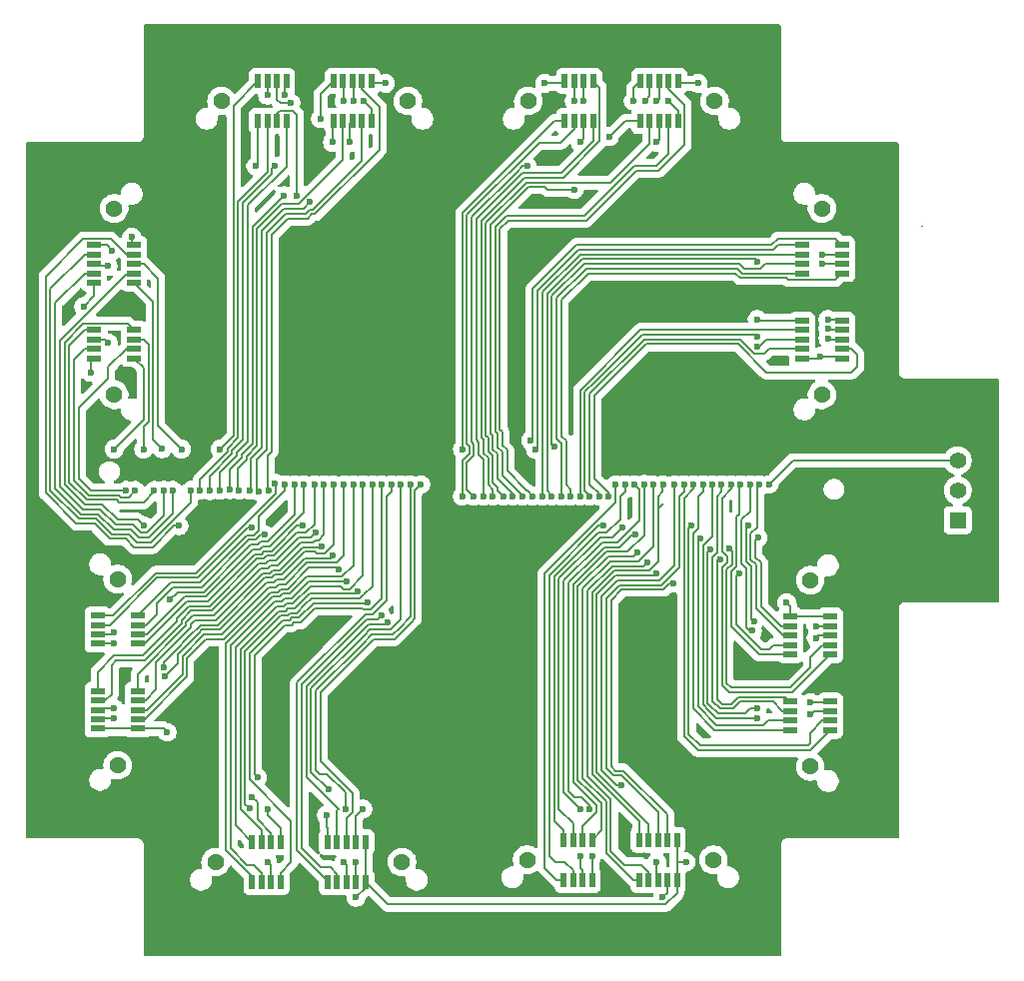
<source format=gbr>
%TF.GenerationSoftware,KiCad,Pcbnew,9.0.2*%
%TF.CreationDate,2025-05-28T10:28:05-07:00*%
%TF.ProjectId,8_Ch_Connector_CAEN_Adapter,385f4368-5f43-46f6-9e6e-6563746f725f,rev?*%
%TF.SameCoordinates,Original*%
%TF.FileFunction,Copper,L1,Top*%
%TF.FilePolarity,Positive*%
%FSLAX46Y46*%
G04 Gerber Fmt 4.6, Leading zero omitted, Abs format (unit mm)*
G04 Created by KiCad (PCBNEW 9.0.2) date 2025-05-28 10:28:05*
%MOMM*%
%LPD*%
G01*
G04 APERTURE LIST*
%TA.AperFunction,NonConductor*%
%ADD10C,0.200000*%
%TD*%
%TA.AperFunction,SMDPad,CuDef*%
%ADD11R,0.500000X1.200000*%
%TD*%
%TA.AperFunction,ComponentPad*%
%ADD12C,1.431000*%
%TD*%
%TA.AperFunction,SMDPad,CuDef*%
%ADD13R,1.200000X0.500000*%
%TD*%
%TA.AperFunction,ComponentPad*%
%ADD14R,1.398000X1.398000*%
%TD*%
%TA.AperFunction,ComponentPad*%
%ADD15C,1.398000*%
%TD*%
%TA.AperFunction,ViaPad*%
%ADD16C,0.600000*%
%TD*%
%TA.AperFunction,Conductor*%
%ADD17C,0.200000*%
%TD*%
G04 APERTURE END LIST*
D10*
X201500000Y-62600000D02*
X201500000Y-62600000D01*
D11*
%TO.P,J\u002A\u002A,1*%
%TO.N,A48*%
X171100000Y-118000000D03*
%TO.P,J\u002A\u002A,2*%
%TO.N,K48*%
X171100000Y-114600000D03*
%TO.P,J\u002A\u002A,3*%
%TO.N,A49*%
X171900000Y-118000000D03*
%TO.P,J\u002A\u002A,4*%
%TO.N,K49*%
X171900000Y-114600000D03*
%TO.P,J\u002A\u002A,5*%
%TO.N,A50*%
X172700000Y-118000000D03*
%TO.P,J\u002A\u002A,6*%
%TO.N,K50*%
X172700000Y-114600000D03*
%TO.P,J\u002A\u002A,7*%
%TO.N,A51*%
X173500000Y-118000000D03*
%TO.P,J\u002A\u002A,8*%
%TO.N,K51*%
X173500000Y-114600000D03*
%TO.P,J\u002A\u002A,9*%
%TO.N,A52*%
X177500000Y-118000000D03*
%TO.P,J\u002A\u002A,10*%
%TO.N,K52*%
X177500000Y-114600000D03*
%TO.P,J\u002A\u002A,11*%
%TO.N,A53*%
X178300000Y-118000000D03*
%TO.P,J\u002A\u002A,12*%
%TO.N,K53*%
X178300000Y-114600000D03*
%TO.P,J\u002A\u002A,13*%
%TO.N,A54*%
X179100000Y-118000000D03*
%TO.P,J\u002A\u002A,14*%
%TO.N,K54*%
X179100000Y-114600000D03*
%TO.P,J\u002A\u002A,15*%
%TO.N,A55*%
X179900000Y-118000000D03*
%TO.P,J\u002A\u002A,16*%
%TO.N,K55*%
X179900000Y-114600000D03*
%TO.P,J\u002A\u002A,17*%
%TO.N,GND*%
X180700000Y-118000000D03*
%TO.P,J\u002A\u002A,18*%
X180700000Y-114600000D03*
D12*
%TO.P,J\u002A\u002A,MH1*%
%TO.N,N/C*%
X168005000Y-116300000D03*
%TO.P,J\u002A\u002A,MH2*%
X183795000Y-116300000D03*
%TD*%
D11*
%TO.P,J\u002A\u002A,1*%
%TO.N,A32*%
X171200000Y-53700000D03*
%TO.P,J\u002A\u002A,2*%
%TO.N,K32*%
X171200000Y-50300000D03*
%TO.P,J\u002A\u002A,3*%
%TO.N,A33*%
X172000000Y-53700000D03*
%TO.P,J\u002A\u002A,4*%
%TO.N,K33*%
X172000000Y-50300000D03*
%TO.P,J\u002A\u002A,5*%
%TO.N,A34*%
X172800000Y-53700000D03*
%TO.P,J\u002A\u002A,6*%
%TO.N,K34*%
X172800000Y-50300000D03*
%TO.P,J\u002A\u002A,7*%
%TO.N,A35*%
X173600000Y-53700000D03*
%TO.P,J\u002A\u002A,8*%
%TO.N,K35*%
X173600000Y-50300000D03*
%TO.P,J\u002A\u002A,9*%
%TO.N,A36*%
X177600000Y-53700000D03*
%TO.P,J\u002A\u002A,10*%
%TO.N,K36*%
X177600000Y-50300000D03*
%TO.P,J\u002A\u002A,11*%
%TO.N,A37*%
X178400000Y-53700000D03*
%TO.P,J\u002A\u002A,12*%
%TO.N,K37*%
X178400000Y-50300000D03*
%TO.P,J\u002A\u002A,13*%
%TO.N,A38*%
X179200000Y-53700000D03*
%TO.P,J\u002A\u002A,14*%
%TO.N,K38*%
X179200000Y-50300000D03*
%TO.P,J\u002A\u002A,15*%
%TO.N,A39*%
X180000000Y-53700000D03*
%TO.P,J\u002A\u002A,16*%
%TO.N,K39*%
X180000000Y-50300000D03*
%TO.P,J\u002A\u002A,17*%
%TO.N,GND*%
X180800000Y-53700000D03*
%TO.P,J\u002A\u002A,18*%
X180800000Y-50300000D03*
D12*
%TO.P,J\u002A\u002A,MH1*%
%TO.N,N/C*%
X168105000Y-52000000D03*
%TO.P,J\u002A\u002A,MH2*%
X183895000Y-52000000D03*
%TD*%
D13*
%TO.P,J\u002A\u002A,1*%
%TO.N,A0*%
X134700000Y-73800000D03*
%TO.P,J\u002A\u002A,2*%
%TO.N,K0*%
X131300000Y-73800000D03*
%TO.P,J\u002A\u002A,3*%
%TO.N,A1*%
X134700000Y-73000000D03*
%TO.P,J\u002A\u002A,4*%
%TO.N,K1*%
X131300000Y-73000000D03*
%TO.P,J\u002A\u002A,5*%
%TO.N,A2*%
X134700000Y-72200000D03*
%TO.P,J\u002A\u002A,6*%
%TO.N,K2*%
X131300000Y-72200000D03*
%TO.P,J\u002A\u002A,7*%
%TO.N,A3*%
X134700000Y-71400000D03*
%TO.P,J\u002A\u002A,8*%
%TO.N,K3*%
X131300000Y-71400000D03*
%TO.P,J\u002A\u002A,9*%
%TO.N,A4*%
X134700000Y-67400000D03*
%TO.P,J\u002A\u002A,10*%
%TO.N,K4*%
X131300000Y-67400000D03*
%TO.P,J\u002A\u002A,11*%
%TO.N,A5*%
X134700000Y-66600000D03*
%TO.P,J\u002A\u002A,12*%
%TO.N,K5*%
X131300000Y-66600000D03*
%TO.P,J\u002A\u002A,13*%
%TO.N,A6*%
X134700000Y-65800000D03*
%TO.P,J\u002A\u002A,14*%
%TO.N,K6*%
X131300000Y-65800000D03*
%TO.P,J\u002A\u002A,15*%
%TO.N,A7*%
X134700000Y-65000000D03*
%TO.P,J\u002A\u002A,16*%
%TO.N,K7*%
X131300000Y-65000000D03*
%TO.P,J\u002A\u002A,17*%
%TO.N,GND*%
X134700000Y-64200000D03*
%TO.P,J\u002A\u002A,18*%
X131300000Y-64200000D03*
D12*
%TO.P,J\u002A\u002A,MH1*%
%TO.N,N/C*%
X133000000Y-76895000D03*
%TO.P,J\u002A\u002A,MH2*%
X133000000Y-61105000D03*
%TD*%
D14*
%TO.P,REF\u002A\u002A,1*%
%TO.N,GND*%
X204500000Y-87540000D03*
D15*
%TO.P,REF\u002A\u002A,2*%
%TO.N,T_OUT*%
X204500000Y-85000000D03*
%TO.P,REF\u002A\u002A,3*%
%TO.N,3.3V*%
X204500000Y-82460000D03*
%TD*%
D11*
%TO.P,J\u002A\u002A,1*%
%TO.N,A8*%
X145200000Y-53700000D03*
%TO.P,J\u002A\u002A,2*%
%TO.N,K8*%
X145200000Y-50300000D03*
%TO.P,J\u002A\u002A,3*%
%TO.N,A9*%
X146000000Y-53700000D03*
%TO.P,J\u002A\u002A,4*%
%TO.N,K9*%
X146000000Y-50300000D03*
%TO.P,J\u002A\u002A,5*%
%TO.N,A10*%
X146800000Y-53700000D03*
%TO.P,J\u002A\u002A,6*%
%TO.N,K10*%
X146800000Y-50300000D03*
%TO.P,J\u002A\u002A,7*%
%TO.N,A11*%
X147600000Y-53700000D03*
%TO.P,J\u002A\u002A,8*%
%TO.N,K11*%
X147600000Y-50300000D03*
%TO.P,J\u002A\u002A,9*%
%TO.N,A12*%
X151600000Y-53700000D03*
%TO.P,J\u002A\u002A,10*%
%TO.N,K12*%
X151600000Y-50300000D03*
%TO.P,J\u002A\u002A,11*%
%TO.N,A13*%
X152400000Y-53700000D03*
%TO.P,J\u002A\u002A,12*%
%TO.N,K13*%
X152400000Y-50300000D03*
%TO.P,J\u002A\u002A,13*%
%TO.N,A14*%
X153200000Y-53700000D03*
%TO.P,J\u002A\u002A,14*%
%TO.N,K14*%
X153200000Y-50300000D03*
%TO.P,J\u002A\u002A,15*%
%TO.N,A15*%
X154000000Y-53700000D03*
%TO.P,J\u002A\u002A,16*%
%TO.N,K15*%
X154000000Y-50300000D03*
%TO.P,J\u002A\u002A,17*%
%TO.N,GND*%
X154800000Y-53700000D03*
%TO.P,J\u002A\u002A,18*%
X154800000Y-50300000D03*
D12*
%TO.P,J\u002A\u002A,MH1*%
%TO.N,N/C*%
X142105000Y-52000000D03*
%TO.P,J\u002A\u002A,MH2*%
X157895000Y-52000000D03*
%TD*%
D11*
%TO.P,J\u002A\u002A,1*%
%TO.N,A24*%
X144700000Y-118200000D03*
%TO.P,J\u002A\u002A,2*%
%TO.N,K24*%
X144700000Y-114800000D03*
%TO.P,J\u002A\u002A,3*%
%TO.N,A25*%
X145500000Y-118200000D03*
%TO.P,J\u002A\u002A,4*%
%TO.N,K25*%
X145500000Y-114800000D03*
%TO.P,J\u002A\u002A,5*%
%TO.N,A26*%
X146300000Y-118200000D03*
%TO.P,J\u002A\u002A,6*%
%TO.N,K26*%
X146300000Y-114800000D03*
%TO.P,J\u002A\u002A,7*%
%TO.N,A27*%
X147100000Y-118200000D03*
%TO.P,J\u002A\u002A,8*%
%TO.N,K27*%
X147100000Y-114800000D03*
%TO.P,J\u002A\u002A,9*%
%TO.N,A28*%
X151100000Y-118200000D03*
%TO.P,J\u002A\u002A,10*%
%TO.N,K28*%
X151100000Y-114800000D03*
%TO.P,J\u002A\u002A,11*%
%TO.N,A29*%
X151900000Y-118200000D03*
%TO.P,J\u002A\u002A,12*%
%TO.N,K29*%
X151900000Y-114800000D03*
%TO.P,J\u002A\u002A,13*%
%TO.N,A30*%
X152700000Y-118200000D03*
%TO.P,J\u002A\u002A,14*%
%TO.N,K30*%
X152700000Y-114800000D03*
%TO.P,J\u002A\u002A,15*%
%TO.N,A31*%
X153500000Y-118200000D03*
%TO.P,J\u002A\u002A,16*%
%TO.N,K31*%
X153500000Y-114800000D03*
%TO.P,J\u002A\u002A,17*%
%TO.N,GND*%
X154300000Y-118200000D03*
%TO.P,J\u002A\u002A,18*%
X154300000Y-114800000D03*
D12*
%TO.P,J\u002A\u002A,MH1*%
%TO.N,N/C*%
X141605000Y-116500000D03*
%TO.P,J\u002A\u002A,MH2*%
X157395000Y-116500000D03*
%TD*%
D13*
%TO.P,J\u002A\u002A,1*%
%TO.N,A56*%
X193700000Y-105300000D03*
%TO.P,J\u002A\u002A,2*%
%TO.N,K56*%
X190300000Y-105300000D03*
%TO.P,J\u002A\u002A,3*%
%TO.N,A57*%
X193700000Y-104500000D03*
%TO.P,J\u002A\u002A,4*%
%TO.N,K57*%
X190300000Y-104500000D03*
%TO.P,J\u002A\u002A,5*%
%TO.N,A58*%
X193700000Y-103700000D03*
%TO.P,J\u002A\u002A,6*%
%TO.N,K58*%
X190300000Y-103700000D03*
%TO.P,J\u002A\u002A,7*%
%TO.N,A59*%
X193700000Y-102900000D03*
%TO.P,J\u002A\u002A,8*%
%TO.N,K59*%
X190300000Y-102900000D03*
%TO.P,J\u002A\u002A,9*%
%TO.N,A60*%
X193700000Y-98900000D03*
%TO.P,J\u002A\u002A,10*%
%TO.N,K60*%
X190300000Y-98900000D03*
%TO.P,J\u002A\u002A,11*%
%TO.N,A61*%
X193700000Y-98100000D03*
%TO.P,J\u002A\u002A,12*%
%TO.N,K61*%
X190300000Y-98100000D03*
%TO.P,J\u002A\u002A,13*%
%TO.N,A62*%
X193700000Y-97300000D03*
%TO.P,J\u002A\u002A,14*%
%TO.N,K62*%
X190300000Y-97300000D03*
%TO.P,J\u002A\u002A,15*%
%TO.N,A63*%
X193700000Y-96500000D03*
%TO.P,J\u002A\u002A,16*%
%TO.N,K63*%
X190300000Y-96500000D03*
%TO.P,J\u002A\u002A,17*%
%TO.N,GND*%
X193700000Y-95700000D03*
%TO.P,J\u002A\u002A,18*%
X190300000Y-95700000D03*
D12*
%TO.P,J\u002A\u002A,MH1*%
%TO.N,N/C*%
X192000000Y-108395000D03*
%TO.P,J\u002A\u002A,MH2*%
X192000000Y-92605000D03*
%TD*%
D13*
%TO.P,J\u002A\u002A,1*%
%TO.N,A16*%
X131600000Y-95600000D03*
%TO.P,J\u002A\u002A,2*%
%TO.N,K16*%
X135000000Y-95600000D03*
%TO.P,J\u002A\u002A,3*%
%TO.N,A17*%
X131600000Y-96400000D03*
%TO.P,J\u002A\u002A,4*%
%TO.N,K17*%
X135000000Y-96400000D03*
%TO.P,J\u002A\u002A,5*%
%TO.N,A18*%
X131600000Y-97200000D03*
%TO.P,J\u002A\u002A,6*%
%TO.N,K18*%
X135000000Y-97200000D03*
%TO.P,J\u002A\u002A,7*%
%TO.N,A19*%
X131600000Y-98000000D03*
%TO.P,J\u002A\u002A,8*%
%TO.N,K19*%
X135000000Y-98000000D03*
%TO.P,J\u002A\u002A,9*%
%TO.N,A20*%
X131600000Y-102000000D03*
%TO.P,J\u002A\u002A,10*%
%TO.N,K20*%
X135000000Y-102000000D03*
%TO.P,J\u002A\u002A,11*%
%TO.N,A21*%
X131600000Y-102800000D03*
%TO.P,J\u002A\u002A,12*%
%TO.N,K21*%
X135000000Y-102800000D03*
%TO.P,J\u002A\u002A,13*%
%TO.N,A22*%
X131600000Y-103600000D03*
%TO.P,J\u002A\u002A,14*%
%TO.N,K22*%
X135000000Y-103600000D03*
%TO.P,J\u002A\u002A,15*%
%TO.N,A23*%
X131600000Y-104400000D03*
%TO.P,J\u002A\u002A,16*%
%TO.N,K23*%
X135000000Y-104400000D03*
%TO.P,J\u002A\u002A,17*%
%TO.N,GND*%
X131600000Y-105200000D03*
%TO.P,J\u002A\u002A,18*%
X135000000Y-105200000D03*
D12*
%TO.P,J\u002A\u002A,MH1*%
%TO.N,N/C*%
X133300000Y-92505000D03*
%TO.P,J\u002A\u002A,MH2*%
X133300000Y-108295000D03*
%TD*%
D13*
%TO.P,J\u002A\u002A,1*%
%TO.N,A40*%
X191300000Y-64200000D03*
%TO.P,J\u002A\u002A,2*%
%TO.N,K40*%
X194700000Y-64200000D03*
%TO.P,J\u002A\u002A,3*%
%TO.N,A41*%
X191300000Y-65000000D03*
%TO.P,J\u002A\u002A,4*%
%TO.N,K41*%
X194700000Y-65000000D03*
%TO.P,J\u002A\u002A,5*%
%TO.N,A42*%
X191300000Y-65800000D03*
%TO.P,J\u002A\u002A,6*%
%TO.N,K42*%
X194700000Y-65800000D03*
%TO.P,J\u002A\u002A,7*%
%TO.N,A43*%
X191300000Y-66600000D03*
%TO.P,J\u002A\u002A,8*%
%TO.N,K43*%
X194700000Y-66600000D03*
%TO.P,J\u002A\u002A,9*%
%TO.N,A44*%
X191300000Y-70600000D03*
%TO.P,J\u002A\u002A,10*%
%TO.N,K44*%
X194700000Y-70600000D03*
%TO.P,J\u002A\u002A,11*%
%TO.N,A45*%
X191300000Y-71400000D03*
%TO.P,J\u002A\u002A,12*%
%TO.N,K45*%
X194700000Y-71400000D03*
%TO.P,J\u002A\u002A,13*%
%TO.N,A46*%
X191300000Y-72200000D03*
%TO.P,J\u002A\u002A,14*%
%TO.N,K46*%
X194700000Y-72200000D03*
%TO.P,J\u002A\u002A,15*%
%TO.N,A47*%
X191300000Y-73000000D03*
%TO.P,J\u002A\u002A,16*%
%TO.N,K47*%
X194700000Y-73000000D03*
%TO.P,J\u002A\u002A,17*%
%TO.N,GND*%
X191300000Y-73800000D03*
%TO.P,J\u002A\u002A,18*%
X194700000Y-73800000D03*
D12*
%TO.P,J\u002A\u002A,MH1*%
%TO.N,N/C*%
X193000000Y-61105000D03*
%TO.P,J\u002A\u002A,MH2*%
X193000000Y-76895000D03*
%TD*%
D16*
%TO.N,GND*%
X153500000Y-119500000D03*
X137500000Y-105500000D03*
%TO.N,3.3V*%
X188500030Y-84500000D03*
%TO.N,A0*%
X133000000Y-81500000D03*
%TO.N,K0*%
X131000000Y-75000000D03*
%TO.N,A2*%
X135500000Y-81500000D03*
%TO.N,K2*%
X132500000Y-72500000D03*
%TO.N,A1*%
X134000000Y-85000000D03*
%TO.N,K1*%
X134800003Y-85000000D03*
%TO.N,K3*%
X136400009Y-85000000D03*
%TO.N,A3*%
X135500000Y-88000000D03*
%TO.N,A5*%
X137200012Y-85000000D03*
%TO.N,K5*%
X138000015Y-85000000D03*
%TO.N,A4*%
X137074678Y-81477588D03*
%TO.N,K4*%
X130416185Y-69416185D03*
%TO.N,A7*%
X138500000Y-88000000D03*
%TO.N,K7*%
X139500000Y-85000000D03*
%TO.N,A6*%
X138700000Y-81500000D03*
%TO.N,K6*%
X132500000Y-66000000D03*
%TO.N,A8*%
X145000000Y-57500000D03*
%TO.N,A9*%
X140300003Y-85000000D03*
%TO.N,A10*%
X148500000Y-60000000D03*
%TO.N,A11*%
X142000000Y-85000000D03*
%TO.N,K12*%
X150500000Y-53500000D03*
%TO.N,K11*%
X147500000Y-51500000D03*
X147402000Y-60000000D03*
X142798227Y-84946727D03*
%TO.N,K10*%
X148002000Y-52199000D03*
%TO.N,K9*%
X146600000Y-57500000D03*
X141124269Y-85024263D03*
X146000000Y-51500000D03*
%TO.N,K8*%
X142000000Y-81500000D03*
%TO.N,A12*%
X151500000Y-55500000D03*
%TO.N,A13*%
X143595934Y-85007283D03*
%TO.N,K13*%
X149619413Y-60579059D03*
X144500000Y-85000000D03*
X152500000Y-52000000D03*
%TO.N,K15*%
X146095173Y-84992129D03*
%TO.N,A15*%
X145297892Y-85058065D03*
%TO.N,A14*%
X153000000Y-55500000D03*
%TO.N,K14*%
X153300003Y-52000000D03*
%TO.N,GND*%
X134500000Y-63500000D03*
X180000000Y-52000000D03*
X182500000Y-50500000D03*
X156000000Y-50500000D03*
X181500000Y-116500000D03*
X192815024Y-73633511D03*
X154114771Y-51991094D03*
X132849735Y-64650265D03*
X190000000Y-94500000D03*
%TO.N,A16*%
X146603400Y-84374303D03*
%TO.N,A17*%
X144642887Y-88142887D03*
%TO.N,A18*%
X137757815Y-94257815D03*
X148300003Y-84500000D03*
X133000000Y-97000000D03*
%TO.N,K16*%
X147500000Y-84500000D03*
%TO.N,K17*%
X145770870Y-88742887D03*
%TO.N,K18*%
X149100006Y-84500000D03*
%TO.N,K19*%
X149000000Y-88000000D03*
%TO.N,K20*%
X150800003Y-84500000D03*
%TO.N,K21*%
X150619274Y-89735501D03*
%TO.N,K22*%
X152500000Y-84500000D03*
%TO.N,K23*%
X152076161Y-91698787D03*
%TO.N,A19*%
X133000000Y-98000000D03*
%TO.N,A20*%
X150000000Y-84500000D03*
%TO.N,A21*%
X150099236Y-88599236D03*
%TO.N,A22*%
X151600006Y-84500000D03*
X133000000Y-103500000D03*
X137176650Y-100000000D03*
%TO.N,A23*%
X137266239Y-100794970D03*
X133000000Y-104300003D03*
X151526624Y-90526624D03*
%TO.N,K24*%
X154100006Y-84500000D03*
%TO.N,K25*%
X153601948Y-93568019D03*
%TO.N,K26*%
X144704000Y-111000000D03*
X145176765Y-109323235D03*
X155700012Y-84500000D03*
%TO.N,K27*%
X146000000Y-112000000D03*
%TO.N,K28*%
X157300018Y-84500000D03*
X151000000Y-112500000D03*
X151174265Y-110325735D03*
%TO.N,K29*%
X156198473Y-96198473D03*
%TO.N,K30*%
X159000000Y-84500000D03*
%TO.N,K31*%
X154100000Y-112000000D03*
%TO.N,A24*%
X153300003Y-84500000D03*
%TO.N,A25*%
X152719836Y-92751658D03*
%TO.N,A26*%
X154900009Y-84500000D03*
X146000000Y-116500000D03*
X144525765Y-111974235D03*
%TO.N,A27*%
X154500000Y-94500000D03*
%TO.N,A28*%
X156500015Y-84500000D03*
%TO.N,A29*%
X155632786Y-95632786D03*
%TO.N,A30*%
X152500000Y-116500000D03*
X158100021Y-84500000D03*
X152600000Y-112000000D03*
%TO.N,A31*%
X153500000Y-116500000D03*
%TO.N,K32*%
X169500000Y-50500000D03*
%TO.N,K33*%
X163500000Y-85500000D03*
X172000000Y-52000000D03*
X168000000Y-57500000D03*
%TO.N,K34*%
X172800003Y-52000000D03*
%TO.N,K35*%
X165100006Y-85500000D03*
%TO.N,K36*%
X177000000Y-52000000D03*
%TO.N,K37*%
X178000000Y-52000000D03*
X166800003Y-85500000D03*
X172000000Y-59502650D03*
%TO.N,K38*%
X179000000Y-52000000D03*
%TO.N,K39*%
X168500000Y-85500000D03*
%TO.N,A32*%
X162500000Y-81500000D03*
%TO.N,A33*%
X162500000Y-85500000D03*
%TO.N,A34*%
X172500000Y-55500000D03*
%TO.N,A35*%
X164300003Y-85500000D03*
%TO.N,A36*%
X175000000Y-55000000D03*
%TO.N,A37*%
X166000000Y-85500000D03*
%TO.N,A38*%
X179000000Y-55500000D03*
%TO.N,A39*%
X167600006Y-85500000D03*
%TO.N,K40*%
X168299003Y-80757218D03*
%TO.N,K41*%
X193000000Y-65000000D03*
X187500000Y-65600000D03*
X170100006Y-85500000D03*
%TO.N,K42*%
X193000000Y-65800003D03*
%TO.N,K43*%
X171700010Y-85500000D03*
%TO.N,K44*%
X193500000Y-70500000D03*
%TO.N,K45*%
X193500000Y-71300003D03*
X173300016Y-85500000D03*
X187500000Y-72001000D03*
%TO.N,K46*%
X193500000Y-72100006D03*
%TO.N,K47*%
X174900022Y-85500000D03*
%TO.N,A40*%
X168700003Y-81500000D03*
%TO.N,A41*%
X169300003Y-85500000D03*
%TO.N,K48*%
X176300003Y-84500000D03*
%TO.N,A42*%
X170301003Y-81276967D03*
%TO.N,A43*%
X170900008Y-85499997D03*
%TO.N,A44*%
X187500000Y-70500000D03*
%TO.N,A45*%
X172500013Y-85500000D03*
%TO.N,A46*%
X187500000Y-72801003D03*
%TO.N,A47*%
X174100019Y-85500000D03*
%TO.N,K49*%
X176083039Y-88115434D03*
%TO.N,K50*%
X177924272Y-84475737D03*
%TO.N,K51*%
X177362525Y-90232894D03*
%TO.N,K52*%
X179523581Y-84499755D03*
%TO.N,K53*%
X179000000Y-92000000D03*
%TO.N,K54*%
X181300003Y-84500000D03*
%TO.N,K55*%
X180382791Y-92882781D03*
%TO.N,A48*%
X175500000Y-84500000D03*
%TO.N,A49*%
X174500000Y-88000000D03*
%TO.N,A50*%
X172500000Y-112000000D03*
X172500000Y-116000000D03*
X177100006Y-84500000D03*
%TO.N,A51*%
X173300003Y-112000000D03*
X173500000Y-116000000D03*
X177198473Y-88698473D03*
%TO.N,A52*%
X178723621Y-84508062D03*
%TO.N,A53*%
X178166343Y-91127549D03*
%TO.N,A54*%
X179000000Y-116500000D03*
X176000000Y-110000000D03*
X180500000Y-84500000D03*
%TO.N,A55*%
X179500000Y-119500000D03*
%TO.N,K56*%
X182900009Y-84500000D03*
%TO.N,K57*%
X182704000Y-89050236D03*
%TO.N,K58*%
X184500015Y-84500000D03*
%TO.N,K59*%
X184352238Y-90852234D03*
%TO.N,K60*%
X186100021Y-84500000D03*
%TO.N,K61*%
X186018572Y-92018572D03*
%TO.N,K62*%
X187700027Y-84500000D03*
%TO.N,K63*%
X187558238Y-89000000D03*
%TO.N,A56*%
X182100006Y-84500000D03*
%TO.N,A57*%
X181902000Y-88000000D03*
%TO.N,A58*%
X192000000Y-104000000D03*
X183700012Y-84500000D03*
X187500000Y-104299000D03*
%TO.N,A59*%
X183506000Y-90000000D03*
X192000000Y-103000000D03*
X187500000Y-103498997D03*
%TO.N,A60*%
X185300018Y-84500000D03*
%TO.N,A61*%
X185108000Y-89900762D03*
%TO.N,A62*%
X187113815Y-96886185D03*
X192500000Y-97500000D03*
X186900024Y-84500000D03*
%TO.N,A63*%
X186756238Y-88000000D03*
X187219892Y-96093246D03*
X192500000Y-96500000D03*
%TD*%
D17*
%TO.N,GND*%
X154300000Y-118700000D02*
X153500000Y-119500000D01*
X154300000Y-118200000D02*
X154300000Y-118700000D01*
X137500000Y-105500000D02*
X137200000Y-105200000D01*
X137200000Y-105200000D02*
X135000000Y-105200000D01*
%TO.N,3.3V*%
X188500030Y-84500000D02*
X190540030Y-82460000D01*
X190540030Y-82460000D02*
X204500000Y-82460000D01*
%TO.N,A0*%
X135526000Y-74626000D02*
X134700000Y-73800000D01*
X133000000Y-81500000D02*
X135526000Y-78974000D01*
X135526000Y-78974000D02*
X135526000Y-74626000D01*
%TO.N,K0*%
X131000000Y-74100000D02*
X131300000Y-73800000D01*
X131000000Y-75000000D02*
X131000000Y-74100000D01*
%TO.N,A2*%
X135500000Y-79567100D02*
X135927000Y-79140100D01*
X135500000Y-81500000D02*
X135500000Y-79567100D01*
X135500000Y-72200000D02*
X134700000Y-72200000D01*
X135927000Y-79140100D02*
X135927000Y-72627000D01*
X135927000Y-72627000D02*
X135500000Y-72200000D01*
%TO.N,K2*%
X132200000Y-72200000D02*
X131300000Y-72200000D01*
X132500000Y-72500000D02*
X132200000Y-72200000D01*
%TO.N,A1*%
X134000000Y-85000000D02*
X131000000Y-85000000D01*
X132500000Y-75500000D02*
X132500000Y-74548000D01*
X130000000Y-84000000D02*
X130000000Y-78000000D01*
X130000000Y-78000000D02*
X132500000Y-75500000D01*
X131000000Y-85000000D02*
X130000000Y-84000000D01*
X132500000Y-74548000D02*
X134048000Y-73000000D01*
X134048000Y-73000000D02*
X134700000Y-73000000D01*
%TO.N,K1*%
X134248943Y-85601000D02*
X133601000Y-85601000D01*
X133401000Y-85401000D02*
X130833900Y-85401000D01*
X130500000Y-73000000D02*
X131300000Y-73000000D01*
X134800003Y-85049940D02*
X134248943Y-85601000D01*
X129599000Y-73901000D02*
X130500000Y-73000000D01*
X130833900Y-85401000D02*
X129599000Y-84166100D01*
X133601000Y-85601000D02*
X133401000Y-85401000D01*
X134800003Y-85000000D02*
X134800003Y-85049940D01*
X129599000Y-84166100D02*
X129599000Y-73901000D01*
%TO.N,K3*%
X129198000Y-84332200D02*
X129198000Y-72702000D01*
X130667800Y-85802000D02*
X129198000Y-84332200D01*
X136400009Y-85000000D02*
X136400009Y-85099991D01*
X135498000Y-86002000D02*
X133434900Y-86002000D01*
X130500000Y-71400000D02*
X131300000Y-71400000D01*
X133234900Y-85802000D02*
X130667800Y-85802000D01*
X136400009Y-85099991D02*
X135498000Y-86002000D01*
X129198000Y-72702000D02*
X130500000Y-71400000D01*
X133434900Y-86002000D02*
X133234900Y-85802000D01*
%TO.N,A3*%
X130399000Y-70849000D02*
X134149000Y-70849000D01*
X128797000Y-84498300D02*
X128797000Y-72451000D01*
X135500000Y-88000000D02*
X135000000Y-87500000D01*
X132000000Y-86203000D02*
X130501700Y-86203000D01*
X134149000Y-70849000D02*
X134700000Y-71400000D01*
X128797000Y-72451000D02*
X130399000Y-70849000D01*
X133297000Y-87500000D02*
X132000000Y-86203000D01*
X135000000Y-87500000D02*
X133297000Y-87500000D01*
X130501700Y-86203000D02*
X128797000Y-84498300D01*
%TO.N,A5*%
X134080900Y-66600000D02*
X134700000Y-66600000D01*
X137200012Y-87149931D02*
X135748943Y-88601000D01*
X133130900Y-87901000D02*
X131833900Y-86604000D01*
X131833900Y-86604000D02*
X130335600Y-86604000D01*
X130335600Y-86604000D02*
X128396000Y-84664400D01*
X134551057Y-87901000D02*
X133130900Y-87901000D01*
X137200012Y-85000000D02*
X137200012Y-87149931D01*
X135251057Y-88601000D02*
X134551057Y-87901000D01*
X135748943Y-88601000D02*
X135251057Y-88601000D01*
X128396000Y-84664400D02*
X128396000Y-72284900D01*
X128396000Y-72284900D02*
X134080900Y-66600000D01*
%TO.N,K5*%
X135915043Y-89002000D02*
X135084957Y-89002000D01*
X130169500Y-87005000D02*
X127995000Y-84830500D01*
X138000015Y-85000000D02*
X138000015Y-86917028D01*
X127995000Y-69105000D02*
X130500000Y-66600000D01*
X138000015Y-86917028D02*
X135915043Y-89002000D01*
X132964800Y-88302000D02*
X131667800Y-87005000D01*
X127995000Y-84830500D02*
X127995000Y-69105000D01*
X134384957Y-88302000D02*
X132964800Y-88302000D01*
X130500000Y-66600000D02*
X131300000Y-66600000D01*
X135084957Y-89002000D02*
X134384957Y-88302000D01*
X131667800Y-87005000D02*
X130169500Y-87005000D01*
%TO.N,A4*%
X136328000Y-69028000D02*
X134700000Y-67400000D01*
X136328000Y-80730910D02*
X136328000Y-69028000D01*
X137074678Y-81477588D02*
X136328000Y-80730910D01*
%TO.N,K4*%
X130416185Y-69416185D02*
X131300000Y-68532370D01*
X131300000Y-68532370D02*
X131300000Y-67400000D01*
%TO.N,A7*%
X138051243Y-88000000D02*
X136247243Y-89804000D01*
X138500000Y-88000000D02*
X138051243Y-88000000D01*
X127193000Y-85193000D02*
X127193000Y-66855000D01*
X132697000Y-63649000D02*
X134048000Y-65000000D01*
X134700000Y-89804000D02*
X134000000Y-89104000D01*
X134048000Y-65000000D02*
X134700000Y-65000000D01*
X134000000Y-89104000D02*
X132632600Y-89104000D01*
X129807000Y-87807000D02*
X127193000Y-85193000D01*
X127193000Y-66855000D02*
X130399000Y-63649000D01*
X130399000Y-63649000D02*
X132697000Y-63649000D01*
X136247243Y-89804000D02*
X134700000Y-89804000D01*
X131335600Y-87807000D02*
X129807000Y-87807000D01*
X132632600Y-89104000D02*
X131335600Y-87807000D01*
%TO.N,K7*%
X130003400Y-87406000D02*
X127594000Y-84996600D01*
X136081143Y-89403000D02*
X134918857Y-89403000D01*
X134218857Y-88703000D02*
X132798700Y-88703000D01*
X130500000Y-65000000D02*
X131300000Y-65000000D01*
X134918857Y-89403000D02*
X134218857Y-88703000D01*
X127594000Y-67906000D02*
X130500000Y-65000000D01*
X139500000Y-85984143D02*
X136081143Y-89403000D01*
X131501700Y-87406000D02*
X130003400Y-87406000D01*
X127594000Y-84996600D02*
X127594000Y-67906000D01*
X132798700Y-88703000D02*
X131501700Y-87406000D01*
X139500000Y-85000000D02*
X139500000Y-85984143D01*
%TO.N,A6*%
X136729000Y-67029000D02*
X135500000Y-65800000D01*
X136729000Y-79529000D02*
X136729000Y-67029000D01*
X138700000Y-81500000D02*
X136729000Y-79529000D01*
X135500000Y-65800000D02*
X134700000Y-65800000D01*
%TO.N,K6*%
X131500000Y-66000000D02*
X131300000Y-65800000D01*
X132500000Y-66000000D02*
X131500000Y-66000000D01*
%TO.N,A8*%
X145200000Y-57300000D02*
X145200000Y-53700000D01*
X145000000Y-57500000D02*
X145200000Y-57300000D01*
%TO.N,A9*%
X143522500Y-60500000D02*
X146000000Y-58022500D01*
X143522500Y-80544600D02*
X143522500Y-60500000D01*
X142601000Y-81466100D02*
X143522500Y-80544600D01*
X146000000Y-58022500D02*
X146000000Y-53700000D01*
X140300003Y-84049940D02*
X142601000Y-81748943D01*
X140300003Y-85000000D02*
X140300003Y-84049940D01*
X142601000Y-81748943D02*
X142601000Y-81466100D01*
%TO.N,A10*%
X147049000Y-52799000D02*
X148151000Y-52799000D01*
X148500000Y-53148000D02*
X148500000Y-60000000D01*
X148151000Y-52799000D02*
X148500000Y-53148000D01*
X146800000Y-53048000D02*
X147049000Y-52799000D01*
X146800000Y-53700000D02*
X146800000Y-53048000D01*
%TO.N,A11*%
X147600000Y-57556700D02*
X147600000Y-53700000D01*
X143403000Y-81798300D02*
X144324500Y-80876800D01*
X142000000Y-83484143D02*
X143403000Y-82081143D01*
X143403000Y-82081143D02*
X143403000Y-81798300D01*
X144324500Y-60832200D02*
X147600000Y-57556700D01*
X144324500Y-80876800D02*
X144324500Y-60832200D01*
X142000000Y-85000000D02*
X142000000Y-83484143D01*
%TO.N,K12*%
X150500000Y-53500000D02*
X150500000Y-51400000D01*
X150500000Y-51400000D02*
X151600000Y-50300000D01*
%TO.N,K11*%
X143804000Y-81964400D02*
X144725500Y-81042900D01*
X147500000Y-50400000D02*
X147600000Y-50300000D01*
X142798227Y-83253016D02*
X143804000Y-82247243D01*
X143804000Y-82247243D02*
X143804000Y-81964400D01*
X147500000Y-51500000D02*
X147500000Y-50400000D01*
X142798227Y-84946727D02*
X142798227Y-83253016D01*
X144725500Y-62676500D02*
X147402000Y-60000000D01*
X144725500Y-81042900D02*
X144725500Y-62676500D01*
%TO.N,K10*%
X146800000Y-51900000D02*
X146800000Y-50300000D01*
X148002000Y-52199000D02*
X147099000Y-52199000D01*
X147099000Y-52199000D02*
X146800000Y-51900000D01*
%TO.N,K9*%
X143002000Y-81632200D02*
X143923500Y-80710700D01*
X143002000Y-81915043D02*
X143002000Y-81632200D01*
X143923500Y-60666100D02*
X146401000Y-58188600D01*
X146401000Y-58188600D02*
X146401000Y-57699000D01*
X143923500Y-80710700D02*
X143923500Y-60666100D01*
X146000000Y-51500000D02*
X146000000Y-50300000D01*
X141124269Y-85024263D02*
X141124269Y-83792774D01*
X141124269Y-83792774D02*
X143002000Y-81915043D01*
X146401000Y-57699000D02*
X146600000Y-57500000D01*
%TO.N,K8*%
X142000000Y-81500000D02*
X143121500Y-80378500D01*
X143121500Y-80378500D02*
X143121500Y-52378500D01*
X143121500Y-52378500D02*
X145200000Y-50300000D01*
%TO.N,A12*%
X151500000Y-55500000D02*
X151500000Y-53800000D01*
X151500000Y-53800000D02*
X151600000Y-53700000D01*
%TO.N,A13*%
X148615393Y-60734550D02*
X152400000Y-56949943D01*
X147234550Y-60734550D02*
X148615393Y-60734550D01*
X143595934Y-85007283D02*
X143500000Y-84911349D01*
X143500000Y-84911349D02*
X143500000Y-83118343D01*
X145126500Y-62842600D02*
X147234550Y-60734550D01*
X143500000Y-83118343D02*
X144205000Y-82413343D01*
X152400000Y-56949943D02*
X152400000Y-53700000D01*
X144205000Y-82130500D02*
X145126500Y-81209000D01*
X144205000Y-82413343D02*
X144205000Y-82130500D01*
X145126500Y-81209000D02*
X145126500Y-62842600D01*
%TO.N,K13*%
X144500000Y-85000000D02*
X144606000Y-84894000D01*
X146268100Y-62268100D02*
X147400650Y-61135550D01*
X144606000Y-84894000D02*
X144606000Y-82500000D01*
X148781493Y-61135550D02*
X149062922Y-61135550D01*
X144606000Y-82500000D02*
X144606000Y-82296600D01*
X145527500Y-81000000D02*
X145527500Y-63008700D01*
X148000000Y-61135550D02*
X148781493Y-61135550D01*
X145527500Y-63008700D02*
X146268100Y-62268100D01*
X145527500Y-81375100D02*
X145527500Y-81000000D01*
X149062922Y-61135550D02*
X149619413Y-60579059D01*
X152500000Y-52000000D02*
X152500000Y-50400000D01*
X147400650Y-61135550D02*
X148000000Y-61135550D01*
X145201300Y-81701300D02*
X145527500Y-81375100D01*
X152500000Y-50400000D02*
X152400000Y-50300000D01*
X144606000Y-82296600D02*
X145201300Y-81701300D01*
%TO.N,K15*%
X147732850Y-61937550D02*
X149395122Y-61937550D01*
X146329500Y-63340900D02*
X147732850Y-61937550D01*
X155500000Y-56115515D02*
X155500000Y-52500000D01*
X146095173Y-84992129D02*
X146000000Y-84896956D01*
X150034456Y-61581059D02*
X155500000Y-56115515D01*
X149395122Y-61937550D02*
X149751613Y-61581059D01*
X146000000Y-84896956D02*
X146000000Y-82036800D01*
X149751613Y-61581059D02*
X150034456Y-61581059D01*
X155500000Y-52500000D02*
X154000000Y-51000000D01*
X154000000Y-51000000D02*
X154000000Y-50300000D01*
X146000000Y-82036800D02*
X146329500Y-81707300D01*
X146329500Y-81707300D02*
X146329500Y-63340900D01*
%TO.N,A15*%
X147566750Y-61536550D02*
X149229022Y-61536550D01*
X154000000Y-57048415D02*
X154000000Y-53700000D01*
X145928500Y-63174800D02*
X147566750Y-61536550D01*
X145928500Y-81541200D02*
X145928500Y-63174800D01*
X149585513Y-61180059D02*
X149868356Y-61180059D01*
X149229022Y-61536550D02*
X149585513Y-61180059D01*
X145101000Y-84861173D02*
X145101000Y-82368700D01*
X145297892Y-85058065D02*
X145101000Y-84861173D01*
X149868356Y-61180059D02*
X154000000Y-57048415D01*
X145101000Y-82368700D02*
X145928500Y-81541200D01*
%TO.N,A14*%
X153000000Y-53900000D02*
X153200000Y-53700000D01*
X153000000Y-55500000D02*
X153000000Y-53900000D01*
%TO.N,K14*%
X153300003Y-50400003D02*
X153200000Y-50300000D01*
X153300003Y-52000000D02*
X153300003Y-50400003D01*
%TO.N,GND*%
X154800000Y-52676323D02*
X154114771Y-51991094D01*
X180800000Y-52800000D02*
X180000000Y-52000000D01*
X182500000Y-50500000D02*
X181000000Y-50500000D01*
X155000000Y-50500000D02*
X154800000Y-50300000D01*
X191300000Y-73800000D02*
X192648535Y-73800000D01*
X131600000Y-105200000D02*
X135000000Y-105200000D01*
X132399470Y-64200000D02*
X132849735Y-64650265D01*
X190300000Y-94800000D02*
X190000000Y-94500000D01*
X180700000Y-116500000D02*
X180700000Y-114600000D01*
X181000000Y-50500000D02*
X180800000Y-50300000D01*
X154300000Y-118200000D02*
X154300000Y-114800000D01*
X181500000Y-116500000D02*
X180700000Y-116500000D01*
X156201000Y-120101000D02*
X179748943Y-120101000D01*
X190300000Y-95700000D02*
X190300000Y-94800000D01*
X190300000Y-95700000D02*
X193700000Y-95700000D01*
X194533511Y-73633511D02*
X194700000Y-73800000D01*
X154800000Y-53700000D02*
X154800000Y-52676323D01*
X134500000Y-64000000D02*
X134700000Y-64200000D01*
X179748943Y-120101000D02*
X180700000Y-119149943D01*
X180800000Y-53700000D02*
X180800000Y-52800000D01*
X134500000Y-63500000D02*
X134500000Y-64000000D01*
X131300000Y-64200000D02*
X132399470Y-64200000D01*
X192648535Y-73800000D02*
X192815024Y-73633511D01*
X154300000Y-118200000D02*
X156201000Y-120101000D01*
X180700000Y-118000000D02*
X180700000Y-116500000D01*
X180700000Y-119149943D02*
X180700000Y-118000000D01*
X156000000Y-50500000D02*
X155000000Y-50500000D01*
X192815024Y-73633511D02*
X194533511Y-73633511D01*
%TO.N,A16*%
X139937245Y-92000000D02*
X136500000Y-92000000D01*
X146603400Y-84374303D02*
X146696173Y-84467076D01*
X146696173Y-85241072D02*
X139937245Y-92000000D01*
X136500000Y-92000000D02*
X132900000Y-95600000D01*
X132900000Y-95600000D02*
X131600000Y-95600000D01*
X146696173Y-84467076D02*
X146696173Y-85241072D01*
%TO.N,A17*%
X144361458Y-88142887D02*
X140103345Y-92401000D01*
X140103345Y-92401000D02*
X136666100Y-92401000D01*
X144642887Y-88142887D02*
X144361458Y-88142887D01*
X136666100Y-92401000D02*
X132667100Y-96400000D01*
X132667100Y-96400000D02*
X131600000Y-96400000D01*
%TO.N,A18*%
X146019813Y-89343887D02*
X145521927Y-89343887D01*
X145000000Y-89587723D02*
X144617922Y-89587723D01*
X132800000Y-97200000D02*
X133000000Y-97000000D01*
X144617922Y-89587723D02*
X143852822Y-90352823D01*
X140601645Y-93604000D02*
X140000000Y-93604000D01*
X138411630Y-93604000D02*
X137757815Y-94257815D01*
X148300003Y-87063697D02*
X146019813Y-89343887D01*
X140000000Y-93604000D02*
X138411630Y-93604000D01*
X143852822Y-90352823D02*
X140601645Y-93604000D01*
X145182194Y-89587723D02*
X145000000Y-89587723D01*
X148300003Y-84500000D02*
X148300003Y-87063697D01*
X145426030Y-89343887D02*
X145182194Y-89587723D01*
X145521927Y-89343887D02*
X145426030Y-89343887D01*
X131600000Y-97200000D02*
X132800000Y-97200000D01*
%TO.N,K16*%
X144849994Y-88785723D02*
X144285722Y-88785723D01*
X144285722Y-88785723D02*
X140269445Y-92802000D01*
X137798000Y-92802000D02*
X135000000Y-95600000D01*
X140269445Y-92802000D02*
X137798000Y-92802000D01*
X145252172Y-87252173D02*
X145252172Y-88383545D01*
X147500000Y-85004345D02*
X145252172Y-87252173D01*
X145252172Y-88383545D02*
X144849994Y-88785723D01*
X147500000Y-84500000D02*
X147500000Y-85004345D01*
%TO.N,K17*%
X145016094Y-89186723D02*
X144451822Y-89186723D01*
X135652000Y-96400000D02*
X135000000Y-96400000D01*
X144451822Y-89186723D02*
X140435545Y-93203000D01*
X145459930Y-88742887D02*
X145016094Y-89186723D01*
X140435545Y-93203000D02*
X137964100Y-93203000D01*
X136583550Y-94583550D02*
X136583550Y-95468450D01*
X137964100Y-93203000D02*
X136583550Y-94583550D01*
X136583550Y-95468450D02*
X135652000Y-96400000D01*
X145770870Y-88742887D02*
X145459930Y-88742887D01*
%TO.N,K18*%
X145337017Y-90000000D02*
X144772745Y-90000000D01*
X135805000Y-97200000D02*
X135000000Y-97200000D01*
X145592130Y-89744887D02*
X145337017Y-90000000D01*
X144772745Y-90000000D02*
X140767745Y-94005000D01*
X139000000Y-94005000D02*
X135805000Y-97200000D01*
X149100006Y-84500000D02*
X149100006Y-86830794D01*
X149100006Y-86830794D02*
X146185913Y-89744887D01*
X146185913Y-89744887D02*
X145592130Y-89744887D01*
X140767745Y-94005000D02*
X139000000Y-94005000D01*
%TO.N,K19*%
X145503117Y-90401000D02*
X145702059Y-90202058D01*
X146748950Y-89748950D02*
X148497900Y-88000000D01*
X146352013Y-90145887D02*
X146748950Y-89748950D01*
X135572100Y-98000000D02*
X136786050Y-96786050D01*
X145170917Y-90401000D02*
X145503117Y-90401000D01*
X143669923Y-91669922D02*
X144938846Y-90401000D01*
X144938846Y-90401000D02*
X145000000Y-90401000D01*
X145000000Y-90401000D02*
X145170917Y-90401000D01*
X141168745Y-94171100D02*
X143669923Y-91669922D01*
X140000000Y-94406000D02*
X140933845Y-94406000D01*
X145702059Y-90202058D02*
X145758230Y-90145887D01*
X139166100Y-94406000D02*
X140000000Y-94406000D01*
X140933845Y-94406000D02*
X141168745Y-94171100D01*
X148497900Y-88000000D02*
X149000000Y-88000000D01*
X145758230Y-90145887D02*
X146352013Y-90145887D01*
X135000000Y-98000000D02*
X135572100Y-98000000D01*
X136786050Y-96786050D02*
X139166100Y-94406000D01*
%TO.N,K20*%
X150800003Y-88748412D02*
X150348179Y-89200236D01*
X139121600Y-96464600D02*
X135000000Y-100586200D01*
X150065336Y-89200236D02*
X149862572Y-89403000D01*
X139121600Y-96151800D02*
X139121600Y-96464600D01*
X150348179Y-89200236D02*
X150065336Y-89200236D01*
X150800003Y-84500000D02*
X150800003Y-88748412D01*
X141432145Y-95609000D02*
X139664400Y-95609000D01*
X148796200Y-89403000D02*
X146850313Y-91348887D01*
X149862572Y-89403000D02*
X148796200Y-89403000D01*
X135000000Y-100586200D02*
X135000000Y-102000000D01*
X146285313Y-91348887D02*
X146030200Y-91604000D01*
X139664400Y-95609000D02*
X139121600Y-96151800D01*
X146030200Y-91604000D02*
X145437146Y-91604000D01*
X145437146Y-91604000D02*
X141432145Y-95609000D01*
X146850313Y-91348887D02*
X146285313Y-91348887D01*
%TO.N,K21*%
X139522600Y-96630700D02*
X136576650Y-99576650D01*
X145603246Y-92005000D02*
X141598245Y-96010000D01*
X147016413Y-91749887D02*
X146451413Y-91749887D01*
X146451413Y-91749887D02*
X146196300Y-92005000D01*
X139522600Y-96317900D02*
X139522600Y-96630700D01*
X148962300Y-89804000D02*
X147016413Y-91749887D01*
X136576650Y-99576650D02*
X136576650Y-101875350D01*
X135652000Y-102800000D02*
X135000000Y-102800000D01*
X139830500Y-96010000D02*
X139522600Y-96317900D01*
X150619274Y-89735501D02*
X150550775Y-89804000D01*
X146196300Y-92005000D02*
X145603246Y-92005000D01*
X150550775Y-89804000D02*
X148962300Y-89804000D01*
X136576650Y-101875350D02*
X135652000Y-102800000D01*
X141598245Y-96010000D02*
X139830500Y-96010000D01*
%TO.N,K22*%
X146949713Y-92952887D02*
X146694600Y-93208000D01*
X146694600Y-93208000D02*
X146101546Y-93208000D01*
X135800000Y-103600000D02*
X135000000Y-103600000D01*
X142096544Y-97213000D02*
X141764345Y-97213001D01*
X149329099Y-91138501D02*
X147514713Y-92952887D01*
X140641599Y-97213001D02*
X138794750Y-99059850D01*
X146101546Y-93208000D02*
X142096544Y-97213000D01*
X152500000Y-90500000D02*
X151861499Y-91138501D01*
X151861499Y-91138501D02*
X149329099Y-91138501D01*
X138794750Y-100605250D02*
X135800000Y-103600000D01*
X141764345Y-97213001D02*
X140641599Y-97213001D01*
X152500000Y-84500000D02*
X152500000Y-90500000D01*
X147514713Y-92952887D02*
X146949713Y-92952887D01*
X138794750Y-99059850D02*
X138794750Y-100605250D01*
%TO.N,K23*%
X147680813Y-93353887D02*
X147115813Y-93353887D01*
X142262643Y-97614000D02*
X140807699Y-97614001D01*
X147115813Y-93353887D02*
X146860700Y-93609000D01*
X135567100Y-104400000D02*
X135000000Y-104400000D01*
X139195750Y-100771350D02*
X135567100Y-104400000D01*
X146267646Y-93609000D02*
X142262643Y-97614000D01*
X140807699Y-97614001D02*
X139195750Y-99225950D01*
X146860700Y-93609000D02*
X146267646Y-93609000D01*
X139195750Y-99225950D02*
X139195750Y-100771350D01*
X149495199Y-91539501D02*
X147680813Y-93353887D01*
X151916875Y-91539501D02*
X149495199Y-91539501D01*
X152076161Y-91698787D02*
X151916875Y-91539501D01*
%TO.N,A19*%
X133000000Y-98000000D02*
X131600000Y-98000000D01*
%TO.N,A20*%
X133000000Y-99000000D02*
X131600000Y-100400000D01*
X146518113Y-90546887D02*
X145953113Y-90546887D01*
X131600000Y-100400000D02*
X131600000Y-102000000D01*
X138319600Y-96132400D02*
X135452000Y-99000000D01*
X141099945Y-94807000D02*
X139332200Y-94807000D01*
X139332200Y-94807000D02*
X138319600Y-95819600D01*
X145698000Y-90802000D02*
X145104946Y-90802000D01*
X135452000Y-99000000D02*
X133000000Y-99000000D01*
X138319600Y-95819600D02*
X138319600Y-96132400D01*
X148464000Y-88601000D02*
X146518113Y-90546887D01*
X145104946Y-90802000D02*
X141099945Y-94807000D01*
X150000000Y-87849943D02*
X149248943Y-88601000D01*
X149248943Y-88601000D02*
X148464000Y-88601000D01*
X150000000Y-84500000D02*
X150000000Y-87849943D01*
X145953113Y-90546887D02*
X145698000Y-90802000D01*
%TO.N,A21*%
X135618100Y-99401000D02*
X133166100Y-99401000D01*
X146684213Y-90947887D02*
X146119213Y-90947887D01*
X133166100Y-99401000D02*
X132783550Y-99783550D01*
X141266045Y-95208000D02*
X139498300Y-95208000D01*
X132783550Y-99783550D02*
X132783550Y-102268450D01*
X148630100Y-89002000D02*
X146684213Y-90947887D01*
X149696472Y-89002000D02*
X148630100Y-89002000D01*
X132783550Y-102268450D02*
X132252000Y-102800000D01*
X150099236Y-88599236D02*
X149696472Y-89002000D01*
X145864100Y-91203000D02*
X145271046Y-91203000D01*
X138720600Y-96298500D02*
X135618100Y-99401000D01*
X132252000Y-102800000D02*
X131600000Y-102800000D01*
X138720600Y-95985700D02*
X138720600Y-96298500D01*
X146119213Y-90947887D02*
X145864100Y-91203000D01*
X145271046Y-91203000D02*
X141266045Y-95208000D01*
X139498300Y-95208000D02*
X138720600Y-95985700D01*
%TO.N,A22*%
X142087672Y-96087673D02*
X141764345Y-96411000D01*
X150000000Y-90205000D02*
X149128400Y-90205000D01*
X137176650Y-99543750D02*
X137176650Y-100000000D01*
X147182513Y-92150887D02*
X146617513Y-92150887D01*
X141764345Y-96411000D02*
X141500000Y-96411000D01*
X150131501Y-90336501D02*
X150000000Y-90205000D01*
X146362400Y-92406000D02*
X146000000Y-92406000D01*
X141500000Y-96411000D02*
X140309400Y-96411000D01*
X150868217Y-90336501D02*
X150131501Y-90336501D01*
X146617513Y-92150887D02*
X146362400Y-92406000D01*
X147417413Y-91915987D02*
X147182513Y-92150887D01*
X146000000Y-92406000D02*
X145769346Y-92406000D01*
X145337673Y-92837673D02*
X142087672Y-96087673D01*
X151600006Y-89604712D02*
X150868217Y-90336501D01*
X148916700Y-90416700D02*
X147417413Y-91915987D01*
X138110200Y-98610200D02*
X137176650Y-99543750D01*
X133000000Y-103500000D02*
X131700000Y-103500000D01*
X131700000Y-103500000D02*
X131600000Y-103600000D01*
X139360200Y-97360200D02*
X138110200Y-98610200D01*
X151600006Y-84500000D02*
X151600006Y-89604712D01*
X149128400Y-90205000D02*
X148916700Y-90416700D01*
X145769346Y-92406000D02*
X145337673Y-92837673D01*
X140309400Y-96411000D02*
X139360200Y-97360200D01*
%TO.N,A23*%
X140475500Y-96812000D02*
X140143750Y-97143750D01*
X151526624Y-90526624D02*
X151315747Y-90737501D01*
X141930445Y-96812000D02*
X141000000Y-96812000D01*
X145935446Y-92807000D02*
X145621223Y-93121223D01*
X142621223Y-96121223D02*
X141930445Y-96812000D01*
X145621223Y-93121223D02*
X142621223Y-96121223D01*
X138393750Y-98893750D02*
X138393750Y-99667459D01*
X146000000Y-92807000D02*
X145935446Y-92807000D01*
X138393750Y-99667459D02*
X137266239Y-100794970D01*
X133000000Y-104300003D02*
X131699997Y-104300003D01*
X131699997Y-104300003D02*
X131600000Y-104400000D01*
X147348613Y-92551887D02*
X146783613Y-92551887D01*
X146783613Y-92551887D02*
X146667750Y-92667750D01*
X146528500Y-92807000D02*
X146000000Y-92807000D01*
X141000000Y-96812000D02*
X140475500Y-96812000D01*
X151315747Y-90737501D02*
X149162999Y-90737501D01*
X140143750Y-97143750D02*
X138393750Y-98893750D01*
X149162999Y-90737501D02*
X147348613Y-92551887D01*
X146667750Y-92667750D02*
X146528500Y-92807000D01*
%TO.N,K24*%
X146765946Y-94812000D02*
X143302000Y-98275946D01*
X152470893Y-93352658D02*
X152220022Y-93101787D01*
X147359000Y-94812000D02*
X146765946Y-94812000D01*
X152968779Y-93352658D02*
X152470893Y-93352658D01*
X143302000Y-98275946D02*
X143302000Y-113402000D01*
X154100006Y-84500000D02*
X154100006Y-92221431D01*
X147614113Y-94556887D02*
X147359000Y-94812000D01*
X149634213Y-93101787D02*
X148179113Y-94556887D01*
X152220022Y-93101787D02*
X149634213Y-93101787D01*
X143302000Y-113402000D02*
X144700000Y-114800000D01*
X148179113Y-94556887D02*
X147614113Y-94556887D01*
X154100006Y-92221431D02*
X152968779Y-93352658D01*
%TO.N,K25*%
X146932046Y-95213000D02*
X143703000Y-98442046D01*
X147525100Y-95213000D02*
X146932046Y-95213000D01*
X143703000Y-112000000D02*
X145500000Y-113797000D01*
X143703000Y-98442046D02*
X143703000Y-112000000D01*
X148303100Y-95000000D02*
X147738100Y-95000000D01*
X149549442Y-93753658D02*
X148303100Y-95000000D01*
X153601948Y-93568019D02*
X153416309Y-93753658D01*
X145500000Y-113797000D02*
X145500000Y-114800000D01*
X153416309Y-93753658D02*
X149549442Y-93753658D01*
X147738100Y-95000000D02*
X147525100Y-95213000D01*
%TO.N,K26*%
X144906000Y-109052470D02*
X144906000Y-98940346D01*
X150033381Y-94971019D02*
X154000000Y-94971019D01*
X147430346Y-96416000D02*
X148023400Y-96416000D01*
X144906000Y-98940346D02*
X147430346Y-96416000D01*
X148236400Y-96203000D02*
X148801400Y-96203000D01*
X154129981Y-95101000D02*
X154748943Y-95101000D01*
X146300000Y-114800000D02*
X146300000Y-114029900D01*
X148023400Y-96416000D02*
X148236400Y-96203000D01*
X155700012Y-94149931D02*
X155700012Y-84500000D01*
X146300000Y-114029900D02*
X145135050Y-112864950D01*
X145135050Y-111431050D02*
X144704000Y-111000000D01*
X154000000Y-94971019D02*
X154129981Y-95101000D01*
X145176765Y-109323235D02*
X144906000Y-109052470D01*
X154748943Y-95101000D02*
X155700012Y-94149931D01*
X148801400Y-96203000D02*
X150033381Y-94971019D01*
X145135050Y-112864950D02*
X145135050Y-111431050D01*
%TO.N,K27*%
X146000000Y-112500000D02*
X146000000Y-112000000D01*
X147100000Y-114800000D02*
X147100000Y-113600000D01*
X147100000Y-113600000D02*
X146000000Y-112500000D01*
%TO.N,K28*%
X157300018Y-95946871D02*
X156447416Y-96799473D01*
X151000000Y-113500000D02*
X151100000Y-113600000D01*
X154249690Y-97249691D02*
X149703000Y-101796381D01*
X149703000Y-101796381D02*
X149703000Y-108500000D01*
X157300018Y-84500000D02*
X157300018Y-95946871D01*
X156447416Y-96799473D02*
X156000000Y-96799473D01*
X154699908Y-96799473D02*
X154249690Y-97249691D01*
X149703000Y-108854470D02*
X151174265Y-110325735D01*
X149703000Y-108500000D02*
X149703000Y-108854470D01*
X151100000Y-113600000D02*
X151100000Y-114800000D01*
X151000000Y-112500000D02*
X151000000Y-113500000D01*
X156000000Y-96799473D02*
X154699908Y-96799473D01*
%TO.N,K29*%
X156063355Y-96333591D02*
X154598690Y-96333591D01*
X151900000Y-112100000D02*
X151900000Y-114800000D01*
X154598690Y-96333591D02*
X149302000Y-101630281D01*
X149302000Y-101630281D02*
X149302000Y-109302000D01*
X156198473Y-96198473D02*
X156063355Y-96333591D01*
X149302000Y-109302000D02*
X152000000Y-112000000D01*
X152000000Y-112000000D02*
X151900000Y-112100000D01*
%TO.N,K30*%
X155032108Y-97601473D02*
X155500000Y-97601473D01*
X150505000Y-107937900D02*
X150505000Y-107500000D01*
X158190545Y-96190544D02*
X158501021Y-95880068D01*
X152700000Y-114800000D02*
X152700000Y-112749943D01*
X158501021Y-94500000D02*
X158501021Y-84998979D01*
X151566791Y-101066790D02*
X155032108Y-97601473D01*
X150505000Y-107500000D02*
X150505000Y-102128581D01*
X158501021Y-84998979D02*
X159000000Y-84500000D01*
X155500000Y-97601473D02*
X156779616Y-97601473D01*
X156779616Y-97601473D02*
X158190545Y-96190544D01*
X152283550Y-109716450D02*
X150505000Y-107937900D01*
X153201000Y-110633900D02*
X152283550Y-109716450D01*
X150505000Y-102128581D02*
X151566791Y-101066790D01*
X152700000Y-112749943D02*
X153201000Y-112248943D01*
X158501021Y-95880068D02*
X158501021Y-94500000D01*
X153201000Y-112248943D02*
X153201000Y-110633900D01*
%TO.N,K31*%
X154100000Y-112000000D02*
X153500000Y-112600000D01*
X153500000Y-112600000D02*
X153500000Y-114800000D01*
%TO.N,A24*%
X142500000Y-97943743D02*
X142500000Y-115500000D01*
X142500000Y-115500000D02*
X144700000Y-117700000D01*
X147281913Y-93754887D02*
X147026800Y-94010000D01*
X146433746Y-94010000D02*
X142500000Y-97943743D01*
X152325104Y-92299787D02*
X149302013Y-92299787D01*
X147846913Y-93754887D02*
X147281913Y-93754887D01*
X153300003Y-91324888D02*
X152325104Y-92299787D01*
X153300003Y-84500000D02*
X153300003Y-91324888D01*
X144700000Y-117700000D02*
X144700000Y-118200000D01*
X149302013Y-92299787D02*
X147846913Y-93754887D01*
X147026800Y-94010000D02*
X146433746Y-94010000D01*
%TO.N,A25*%
X147448013Y-94155887D02*
X147192900Y-94411000D01*
X144816450Y-116716450D02*
X145500000Y-117400000D01*
X148013013Y-94155887D02*
X147448013Y-94155887D01*
X149468113Y-92700787D02*
X148013013Y-94155887D01*
X147192900Y-94411000D02*
X146599846Y-94411000D01*
X146599846Y-94411000D02*
X142901000Y-98109846D01*
X145500000Y-117400000D02*
X145500000Y-118200000D01*
X142901000Y-98109846D02*
X142901000Y-115333900D01*
X152668965Y-92700787D02*
X149468113Y-92700787D01*
X152719836Y-92751658D02*
X152668965Y-92700787D01*
X142901000Y-115333900D02*
X144283550Y-116716450D01*
X144283550Y-116716450D02*
X144816450Y-116716450D01*
%TO.N,A26*%
X144104000Y-111552470D02*
X144525765Y-111974235D01*
X146300000Y-116800000D02*
X146300000Y-118200000D01*
X147098146Y-95614000D02*
X146856073Y-95856073D01*
X154900009Y-93119901D02*
X154173659Y-93846251D01*
X144104000Y-98608146D02*
X144104000Y-99500000D01*
X148469200Y-95401000D02*
X148137000Y-95401000D01*
X153000000Y-94154658D02*
X149715542Y-94154658D01*
X149715542Y-94154658D02*
X149185100Y-94685100D01*
X154173659Y-93846251D02*
X153850891Y-94169019D01*
X149185100Y-94685100D02*
X148469200Y-95401000D01*
X146856073Y-95856073D02*
X144104000Y-98608146D01*
X147500000Y-95614000D02*
X147098146Y-95614000D01*
X144104000Y-99500000D02*
X144104000Y-111552470D01*
X146000000Y-116500000D02*
X146300000Y-116800000D01*
X154900009Y-84500000D02*
X154900009Y-93119901D01*
X147902600Y-95402600D02*
X147691200Y-95614000D01*
X147691200Y-95614000D02*
X147500000Y-95614000D01*
X153014361Y-94169019D02*
X153000000Y-94154658D01*
X153850891Y-94169019D02*
X153014361Y-94169019D01*
X147904200Y-95401000D02*
X147902600Y-95402600D01*
X148137000Y-95401000D02*
X147904200Y-95401000D01*
%TO.N,A27*%
X152014361Y-94570019D02*
X152000000Y-94555658D01*
X154500000Y-94500000D02*
X154429981Y-94570019D01*
X152000000Y-94555658D02*
X149881642Y-94555658D01*
X144505000Y-109500000D02*
X148000000Y-112995000D01*
X147857300Y-96015000D02*
X147264246Y-96015000D01*
X154429981Y-94570019D02*
X152014361Y-94570019D01*
X148000000Y-116500000D02*
X147100000Y-117400000D01*
X144505000Y-98774246D02*
X144505000Y-109500000D01*
X147264246Y-96015000D02*
X144505000Y-98774246D01*
X147100000Y-117400000D02*
X147100000Y-118200000D01*
X148070300Y-95802000D02*
X147857300Y-96015000D01*
X149881642Y-94555658D02*
X148635300Y-95802000D01*
X148635300Y-95802000D02*
X148070300Y-95802000D01*
X148000000Y-112995000D02*
X148000000Y-116500000D01*
%TO.N,A28*%
X156101012Y-85500000D02*
X156101012Y-94316031D01*
X148500000Y-101298081D02*
X148500000Y-115500000D01*
X156101012Y-94316031D02*
X154915043Y-95502000D01*
X156500015Y-84500000D02*
X156500015Y-85100997D01*
X154296081Y-95502000D02*
X148500000Y-101298081D01*
X148500000Y-115500000D02*
X151100000Y-118100000D01*
X156500015Y-85100997D02*
X156101012Y-85500000D01*
X154915043Y-95502000D02*
X154296081Y-95502000D01*
X151100000Y-118100000D02*
X151100000Y-118200000D01*
%TO.N,A29*%
X148901000Y-115333900D02*
X150533550Y-116966450D01*
X155632786Y-95632786D02*
X155332981Y-95932591D01*
X151900000Y-117548000D02*
X151900000Y-118200000D01*
X154432590Y-95932591D02*
X148901000Y-101464181D01*
X148901000Y-101464181D02*
X148901000Y-115333900D01*
X155332981Y-95932591D02*
X154432590Y-95932591D01*
X151318450Y-116966450D02*
X151900000Y-117548000D01*
X150533550Y-116966450D02*
X151318450Y-116966450D01*
%TO.N,A30*%
X155500000Y-97200473D02*
X154866008Y-97200473D01*
X150104000Y-101962481D02*
X150104000Y-102500000D01*
X152700000Y-116700000D02*
X152500000Y-116500000D01*
X157156994Y-96656995D02*
X156613516Y-97200473D01*
X152600000Y-110600000D02*
X152600000Y-112000000D01*
X158100021Y-95713968D02*
X157156994Y-96656995D01*
X158100021Y-84500000D02*
X158100021Y-95713968D01*
X150104000Y-102500000D02*
X150104000Y-108688370D01*
X156613516Y-97200473D02*
X155500000Y-97200473D01*
X150104000Y-108688370D02*
X150457815Y-109042185D01*
X154866008Y-97200473D02*
X154033240Y-98033241D01*
X154033240Y-98033241D02*
X150104000Y-101962481D01*
X151042185Y-109042185D02*
X152600000Y-110600000D01*
X152700000Y-118200000D02*
X152700000Y-116700000D01*
X150457815Y-109042185D02*
X151042185Y-109042185D01*
%TO.N,A31*%
X153500000Y-116500000D02*
X153500000Y-118200000D01*
%TO.N,K32*%
X169500000Y-50500000D02*
X171000000Y-50500000D01*
X171000000Y-50500000D02*
X171200000Y-50300000D01*
%TO.N,K33*%
X163502000Y-81084957D02*
X163302000Y-80884957D01*
X163502000Y-82065100D02*
X163502000Y-81500000D01*
X162901000Y-84500000D02*
X162901000Y-82666100D01*
X167067100Y-58067100D02*
X167634200Y-57500000D01*
X163302000Y-80884957D02*
X163302000Y-80000000D01*
X162901000Y-84901000D02*
X162901000Y-84500000D01*
X163302000Y-80000000D02*
X163302000Y-61832200D01*
X163302000Y-61832200D02*
X167067100Y-58067100D01*
X172000000Y-52000000D02*
X172000000Y-50300000D01*
X162901000Y-82666100D02*
X163502000Y-82065100D01*
X163502000Y-81500000D02*
X163502000Y-81084957D01*
X167634200Y-57500000D02*
X168000000Y-57500000D01*
X163500000Y-85500000D02*
X162901000Y-84901000D01*
%TO.N,K34*%
X172800000Y-51999997D02*
X172800003Y-52000000D01*
X172800000Y-50300000D02*
X172800000Y-51999997D01*
%TO.N,K35*%
X167766750Y-58501650D02*
X171065450Y-58501650D01*
X164104000Y-80500000D02*
X164104000Y-62164400D01*
X164104000Y-62164400D02*
X167766750Y-58501650D01*
X174151000Y-50851000D02*
X173600000Y-50300000D01*
X165100006Y-85500000D02*
X165100006Y-84899003D01*
X164701003Y-82230903D02*
X164304000Y-81833900D01*
X164304000Y-81833900D02*
X164304000Y-80700000D01*
X165100006Y-84899003D02*
X164701003Y-84500000D01*
X171065450Y-58501650D02*
X174151000Y-55416100D01*
X164701003Y-84500000D02*
X164701003Y-82230903D01*
X174151000Y-55416100D02*
X174151000Y-50851000D01*
X164304000Y-80700000D02*
X164104000Y-80500000D01*
%TO.N,K36*%
X177000000Y-50900000D02*
X177600000Y-50300000D01*
X177000000Y-52000000D02*
X177000000Y-50900000D01*
%TO.N,K37*%
X165503003Y-83500000D02*
X165503003Y-81897003D01*
X166800003Y-85500000D02*
X166800003Y-85300003D01*
X165503003Y-81897003D02*
X165106000Y-81500000D01*
X164906000Y-62496600D02*
X166201300Y-61201300D01*
X165106000Y-80367800D02*
X164906000Y-80167800D01*
X164906000Y-79500000D02*
X164906000Y-62496600D01*
X166800003Y-85300003D02*
X165503003Y-84003003D01*
X166201300Y-61201300D02*
X168098950Y-59303650D01*
X165503003Y-84003003D02*
X165503003Y-83500000D01*
X178400000Y-51600000D02*
X178400000Y-50300000D01*
X178000000Y-52000000D02*
X178400000Y-51600000D01*
X168098950Y-59303650D02*
X169500000Y-59303650D01*
X169699000Y-59502650D02*
X172000000Y-59502650D01*
X169500000Y-59303650D02*
X169699000Y-59502650D01*
X165106000Y-81500000D02*
X165106000Y-80367800D01*
X164906000Y-80167800D02*
X164906000Y-79500000D01*
%TO.N,K38*%
X179200000Y-51800000D02*
X179000000Y-52000000D01*
X179200000Y-50300000D02*
X179200000Y-51800000D01*
%TO.N,K39*%
X167949949Y-85000000D02*
X166305003Y-83355054D01*
X179166100Y-57901000D02*
X181351000Y-55716100D01*
X165708000Y-62828800D02*
X166400950Y-62135850D01*
X165908000Y-81167800D02*
X165908000Y-80035600D01*
X168500000Y-85500000D02*
X168000000Y-85000000D01*
X180000000Y-50952000D02*
X180000000Y-50300000D01*
X165908000Y-80035600D02*
X165708000Y-79835600D01*
X181351000Y-55716100D02*
X181351000Y-52303000D01*
X172998350Y-62135850D02*
X177233200Y-57901000D01*
X166305003Y-83355054D02*
X166305003Y-81564803D01*
X177233200Y-57901000D02*
X179166100Y-57901000D01*
X166305003Y-81564803D02*
X165908000Y-81167800D01*
X181351000Y-52303000D02*
X180000000Y-50952000D01*
X165708000Y-79835600D02*
X165708000Y-62828800D01*
X168000000Y-85000000D02*
X167949949Y-85000000D01*
X166400950Y-62135850D02*
X172998350Y-62135850D01*
%TO.N,A32*%
X162500000Y-61500000D02*
X170300000Y-53700000D01*
X170300000Y-53700000D02*
X171200000Y-53700000D01*
X162500000Y-81500000D02*
X162500000Y-61500000D01*
%TO.N,A33*%
X162500000Y-85500000D02*
X162500000Y-82500000D01*
X162901000Y-61666100D02*
X169033550Y-55533550D01*
X163101000Y-81251057D02*
X162901000Y-81051057D01*
X162901000Y-81051057D02*
X162901000Y-61666100D01*
X170818450Y-55533550D02*
X172000000Y-54352000D01*
X163101000Y-81899000D02*
X163101000Y-81251057D01*
X172000000Y-54352000D02*
X172000000Y-53700000D01*
X162500000Y-82500000D02*
X163101000Y-81899000D01*
X169033550Y-55533550D02*
X170818450Y-55533550D01*
%TO.N,A34*%
X172500000Y-55500000D02*
X172800000Y-55200000D01*
X172800000Y-55200000D02*
X172800000Y-53700000D01*
%TO.N,A35*%
X163703000Y-61998300D02*
X167600650Y-58100650D01*
X170899350Y-58100650D02*
X173600000Y-55400000D01*
X163903000Y-80918857D02*
X163703000Y-80718857D01*
X163703000Y-80718857D02*
X163703000Y-61998300D01*
X163903000Y-82000000D02*
X163903000Y-80918857D01*
X164300003Y-82397003D02*
X163903000Y-82000000D01*
X173600000Y-55400000D02*
X173600000Y-53700000D01*
X167600650Y-58100650D02*
X170899350Y-58100650D01*
X164300003Y-85500000D02*
X164300003Y-82397003D01*
%TO.N,A36*%
X176300000Y-53700000D02*
X177600000Y-53700000D01*
X175000000Y-55000000D02*
X176300000Y-53700000D01*
%TO.N,A37*%
X165501006Y-84732903D02*
X165501006Y-85001006D01*
X178400000Y-53700000D02*
X178400000Y-55600000D01*
X164505000Y-62330500D02*
X164505000Y-80333900D01*
X165102003Y-82064803D02*
X165102003Y-84333900D01*
X164505000Y-80333900D02*
X164705000Y-80533900D01*
X175097350Y-58902650D02*
X167932850Y-58902650D01*
X164705000Y-80533900D02*
X164705000Y-81667800D01*
X165501006Y-85001006D02*
X166000000Y-85500000D01*
X165102003Y-84333900D02*
X165501006Y-84732903D01*
X164705000Y-81667800D02*
X165102003Y-82064803D01*
X178400000Y-55600000D02*
X175097350Y-58902650D01*
X167932850Y-58902650D02*
X164505000Y-62330500D01*
%TO.N,A38*%
X179200000Y-53700000D02*
X179200000Y-55300000D01*
X179200000Y-55300000D02*
X179000000Y-55500000D01*
%TO.N,A39*%
X167600006Y-85500000D02*
X167600006Y-85450060D01*
X165507000Y-80201700D02*
X165307000Y-80001700D01*
X167600006Y-85450060D02*
X165904003Y-83754057D01*
X165904003Y-83754057D02*
X165904003Y-81730903D01*
X165307000Y-62662700D02*
X166234850Y-61734850D01*
X165904003Y-81730903D02*
X165507000Y-81333900D01*
X180000000Y-56500000D02*
X180000000Y-53700000D01*
X166234850Y-61734850D02*
X172832250Y-61734850D01*
X165307000Y-80001700D02*
X165307000Y-62662700D01*
X179000000Y-57500000D02*
X180000000Y-56500000D01*
X177067100Y-57500000D02*
X179000000Y-57500000D01*
X172832250Y-61734850D02*
X177067100Y-57500000D01*
X165507000Y-81333900D02*
X165507000Y-80201700D01*
%TO.N,K40*%
X168498003Y-80501997D02*
X168498003Y-67867797D01*
X189283900Y-63649000D02*
X194149000Y-63649000D01*
X188734900Y-64198000D02*
X189283900Y-63649000D01*
X168299003Y-80757218D02*
X168299003Y-80700997D01*
X172167800Y-64198000D02*
X188734900Y-64198000D01*
X168498003Y-67867797D02*
X172167800Y-64198000D01*
X194149000Y-63649000D02*
X194700000Y-64200000D01*
X168299003Y-80700997D02*
X168498003Y-80501997D01*
%TO.N,K41*%
X170100006Y-85500000D02*
X170100006Y-85399003D01*
X169701003Y-83500000D02*
X169701003Y-68366097D01*
X187301000Y-65401000D02*
X187500000Y-65600000D01*
X169701003Y-85000000D02*
X169701003Y-83500000D01*
X172666100Y-65401000D02*
X173000000Y-65401000D01*
X180000000Y-65401000D02*
X187301000Y-65401000D01*
X169701003Y-68366097D02*
X170533550Y-67533550D01*
X193000000Y-65000000D02*
X194700000Y-65000000D01*
X170100006Y-85399003D02*
X169701003Y-85000000D01*
X173000000Y-65401000D02*
X180000000Y-65401000D01*
X170533550Y-67533550D02*
X172666100Y-65401000D01*
%TO.N,K42*%
X193000000Y-65800003D02*
X194699997Y-65800003D01*
X194699997Y-65800003D02*
X194700000Y-65800000D01*
%TO.N,K43*%
X186066800Y-67003000D02*
X185667800Y-66604000D01*
X171303003Y-84500000D02*
X171700010Y-84897007D01*
X171700010Y-84897007D02*
X171700010Y-85500000D01*
X170904003Y-80404003D02*
X171303003Y-80803003D01*
X185667800Y-66604000D02*
X173164400Y-66604000D01*
X173164400Y-66604000D02*
X170904003Y-68864397D01*
X194700000Y-66600000D02*
X194149000Y-67151000D01*
X194149000Y-67151000D02*
X190148000Y-67151000D01*
X190000000Y-67003000D02*
X186066800Y-67003000D01*
X170904003Y-68864397D02*
X170904003Y-80404003D01*
X171303003Y-80803003D02*
X171303003Y-84500000D01*
X190148000Y-67151000D02*
X190000000Y-67003000D01*
%TO.N,K44*%
X194600000Y-70500000D02*
X194700000Y-70600000D01*
X193500000Y-70500000D02*
X194600000Y-70500000D01*
%TO.N,K45*%
X173783550Y-75783550D02*
X177766100Y-71801000D01*
X194700000Y-71400000D02*
X193599997Y-71400000D01*
X172901000Y-79500000D02*
X172901000Y-76666100D01*
X172901000Y-76666100D02*
X173783550Y-75783550D01*
X177766100Y-71801000D02*
X181000000Y-71801000D01*
X173300016Y-85399016D02*
X172901000Y-85000000D01*
X172901000Y-85000000D02*
X172901000Y-79500000D01*
X181000000Y-71801000D02*
X187300000Y-71801000D01*
X187300000Y-71801000D02*
X187500000Y-72001000D01*
X193599997Y-71400000D02*
X193500000Y-71300003D01*
X173300016Y-85500000D02*
X173300016Y-85399016D01*
%TO.N,K46*%
X194700000Y-72200000D02*
X193599994Y-72200000D01*
X193599994Y-72200000D02*
X193500000Y-72100006D01*
%TO.N,K47*%
X173703000Y-84000000D02*
X173703000Y-76998300D01*
X195500000Y-75000000D02*
X196000000Y-74500000D01*
X174900022Y-85500000D02*
X174900022Y-85197022D01*
X174900022Y-85197022D02*
X173703000Y-84000000D01*
X195500000Y-73000000D02*
X194700000Y-73000000D01*
X173703000Y-76998300D02*
X178098300Y-72603000D01*
X188281954Y-75000000D02*
X195500000Y-75000000D01*
X185884954Y-72603000D02*
X188281954Y-75000000D01*
X178098300Y-72603000D02*
X185884954Y-72603000D01*
X196000000Y-74500000D02*
X196000000Y-73500000D01*
X196000000Y-73500000D02*
X195500000Y-73000000D01*
%TO.N,A40*%
X168899003Y-68033897D02*
X172333900Y-64599000D01*
X168700003Y-81500000D02*
X168899003Y-81301000D01*
X189300000Y-64200000D02*
X191300000Y-64200000D01*
X188901000Y-64599000D02*
X189300000Y-64200000D01*
X168899003Y-81301000D02*
X168899003Y-68033897D01*
X172333900Y-64599000D02*
X188901000Y-64599000D01*
%TO.N,A41*%
X172500000Y-65000000D02*
X191300000Y-65000000D01*
X169300003Y-68199997D02*
X172500000Y-65000000D01*
X169300003Y-85500000D02*
X169300003Y-68199997D01*
%TO.N,K48*%
X174748943Y-88601000D02*
X174033200Y-88601000D01*
X170302000Y-113000000D02*
X171100000Y-113798000D01*
X176300003Y-85100997D02*
X175901000Y-85500000D01*
X174033200Y-88601000D02*
X170302000Y-92332200D01*
X170302000Y-92332200D02*
X170302000Y-113000000D01*
X175901000Y-87448943D02*
X174748943Y-88601000D01*
X175901000Y-85500000D02*
X175901000Y-87448943D01*
X176300003Y-84500000D02*
X176300003Y-85100997D01*
X171100000Y-113798000D02*
X171100000Y-114600000D01*
%TO.N,A42*%
X186399000Y-66201000D02*
X187799000Y-66201000D01*
X170102003Y-68532197D02*
X172832200Y-65802000D01*
X172832200Y-65802000D02*
X186000000Y-65802000D01*
X186000000Y-65802000D02*
X186399000Y-66201000D01*
X187799000Y-66201000D02*
X188200000Y-65800000D01*
X170102003Y-81077967D02*
X170102003Y-68532197D01*
X188200000Y-65800000D02*
X191300000Y-65800000D01*
X170301003Y-81276967D02*
X170102003Y-81077967D01*
%TO.N,A43*%
X172998300Y-66203000D02*
X185833900Y-66203000D01*
X186232900Y-66602000D02*
X191298000Y-66602000D01*
X185833900Y-66203000D02*
X186232900Y-66602000D01*
X191298000Y-66602000D02*
X191300000Y-66600000D01*
X170503003Y-80629024D02*
X170503003Y-68698297D01*
X170902003Y-81028024D02*
X170503003Y-80629024D01*
X170902003Y-85498002D02*
X170902003Y-81028024D01*
X170900008Y-85499997D02*
X170902003Y-85498002D01*
X170503003Y-68698297D02*
X172998300Y-66203000D01*
%TO.N,A44*%
X187600000Y-70600000D02*
X191300000Y-70600000D01*
X187500000Y-70500000D02*
X187600000Y-70600000D01*
%TO.N,A45*%
X172500013Y-85500000D02*
X172500000Y-85499987D01*
X172500000Y-85499987D02*
X172500000Y-76500000D01*
X177600000Y-71400000D02*
X191300000Y-71400000D01*
X172500000Y-76500000D02*
X177600000Y-71400000D01*
%TO.N,A46*%
X188300000Y-72200000D02*
X191300000Y-72200000D01*
X187698997Y-72801003D02*
X188300000Y-72200000D01*
X187500000Y-72801003D02*
X187698997Y-72801003D01*
%TO.N,A47*%
X177932200Y-72202000D02*
X186051054Y-72202000D01*
X174100019Y-85500000D02*
X174100019Y-85298019D01*
X186051054Y-72202000D02*
X187251057Y-73402003D01*
X188097997Y-73402003D02*
X188500000Y-73000000D01*
X173302000Y-84500000D02*
X173302000Y-76832200D01*
X174100019Y-85298019D02*
X173302000Y-84500000D01*
X173302000Y-76832200D02*
X177932200Y-72202000D01*
X187251057Y-73402003D02*
X188097997Y-73402003D01*
X188500000Y-73000000D02*
X191300000Y-73000000D01*
%TO.N,K49*%
X175196473Y-89002000D02*
X174199300Y-89002000D01*
X171900000Y-113197000D02*
X171900000Y-114600000D01*
X174199300Y-89002000D02*
X170703000Y-92498300D01*
X170703000Y-112000000D02*
X171900000Y-113197000D01*
X176083039Y-88115434D02*
X175196473Y-89002000D01*
X170703000Y-92498300D02*
X170703000Y-112000000D01*
%TO.N,K50*%
X177924272Y-87359044D02*
X177924272Y-84475737D01*
X171906000Y-109707526D02*
X171906000Y-109500000D01*
X173901003Y-111702529D02*
X173099237Y-110900763D01*
X172700000Y-113449946D02*
X173901003Y-112248943D01*
X171906000Y-92996600D02*
X172451300Y-92451300D01*
X175500000Y-90205000D02*
X176541889Y-90205000D01*
X172451300Y-92451300D02*
X174697600Y-90205000D01*
X171906000Y-109500000D02*
X171906000Y-92996600D01*
X177901000Y-87382316D02*
X177924272Y-87359044D01*
X176541889Y-90205000D02*
X177901000Y-88845889D01*
X177901000Y-88845889D02*
X177901000Y-87382316D01*
X174697600Y-90205000D02*
X175500000Y-90205000D01*
X172700000Y-114600000D02*
X172700000Y-113449946D01*
X173901003Y-112248943D02*
X173901003Y-111702529D01*
X173099237Y-110900763D02*
X171906000Y-109707526D01*
%TO.N,K51*%
X172307000Y-108500000D02*
X172307000Y-93162700D01*
X172307000Y-109541426D02*
X172307000Y-108500000D01*
X174863700Y-90606000D02*
X175500000Y-90606000D01*
X173500000Y-114600000D02*
X174302003Y-113797997D01*
X173265337Y-110499763D02*
X172307000Y-109541426D01*
X174302003Y-112000000D02*
X174302003Y-111536429D01*
X176989419Y-90606000D02*
X177362525Y-90232894D01*
X174697600Y-90772100D02*
X174863700Y-90606000D01*
X172734850Y-92734850D02*
X174697600Y-90772100D01*
X172307000Y-93162700D02*
X172734850Y-92734850D01*
X174302003Y-111536429D02*
X173265337Y-110499763D01*
X174302003Y-113797997D02*
X174302003Y-112000000D01*
X175500000Y-90606000D02*
X176989419Y-90606000D01*
%TO.N,K52*%
X173510000Y-109043126D02*
X177500000Y-113033126D01*
X175362000Y-91809000D02*
X173510000Y-93661000D01*
X179124621Y-91019214D02*
X178334835Y-91809000D01*
X179500000Y-84523336D02*
X179500000Y-85124621D01*
X179523581Y-84499755D02*
X179500000Y-84523336D01*
X179124621Y-85500000D02*
X179124621Y-86500000D01*
X173510000Y-93661000D02*
X173510000Y-109043126D01*
X178334835Y-91809000D02*
X175362000Y-91809000D01*
X179124621Y-86500000D02*
X179124621Y-91019214D01*
X179124621Y-86500000D02*
X179523581Y-86101040D01*
X179500000Y-85124621D02*
X179124621Y-85500000D01*
X177500000Y-113033126D02*
X177500000Y-114600000D01*
%TO.N,K53*%
X178790000Y-92210000D02*
X175528100Y-92210000D01*
X178300000Y-113266026D02*
X178300000Y-114600000D01*
X173911000Y-93827100D02*
X173911000Y-108877026D01*
X175528100Y-92210000D02*
X173911000Y-93827100D01*
X173911000Y-108877026D02*
X178300000Y-113266026D01*
X179000000Y-92000000D02*
X178790000Y-92210000D01*
%TO.N,K54*%
X174713000Y-94159300D02*
X174713000Y-108544826D01*
X180901000Y-85500000D02*
X180901000Y-91516043D01*
X181300003Y-85100997D02*
X180901000Y-85500000D01*
X175334087Y-109165913D02*
X176015856Y-109165913D01*
X175860300Y-93012000D02*
X174713000Y-94159300D01*
X181300003Y-84500000D02*
X181300003Y-85100997D01*
X176015856Y-109165913D02*
X179100000Y-112250057D01*
X179100000Y-112250057D02*
X179100000Y-114600000D01*
X180901000Y-91516043D02*
X179405043Y-93012000D01*
X174713000Y-108544826D02*
X175334087Y-109165913D01*
X179405043Y-93012000D02*
X175860300Y-93012000D01*
%TO.N,K55*%
X179900000Y-112482957D02*
X179900000Y-114600000D01*
X176181956Y-108764913D02*
X179900000Y-112482957D01*
X175114000Y-94325400D02*
X175114000Y-108378726D01*
X175114000Y-108378726D02*
X175500187Y-108764913D01*
X176026400Y-93413000D02*
X175114000Y-94325400D01*
X175500187Y-108764913D02*
X176181956Y-108764913D01*
X180101362Y-92882781D02*
X179571143Y-93413000D01*
X179571143Y-93413000D02*
X176026400Y-93413000D01*
X180382791Y-92882781D02*
X180101362Y-92882781D01*
%TO.N,A48*%
X175500000Y-86000000D02*
X169500000Y-92000000D01*
X170500000Y-118000000D02*
X171100000Y-118000000D01*
X169500000Y-117000000D02*
X170500000Y-118000000D01*
X175500000Y-84500000D02*
X175500000Y-86000000D01*
X169500000Y-92000000D02*
X169500000Y-117000000D01*
%TO.N,A49*%
X171900000Y-118000000D02*
X171900000Y-117200000D01*
X169901000Y-116000000D02*
X169901000Y-92166100D01*
X174067100Y-88000000D02*
X174500000Y-88000000D01*
X171200000Y-116500000D02*
X170401000Y-116500000D01*
X171900000Y-117200000D02*
X171200000Y-116500000D01*
X170401000Y-116500000D02*
X169901000Y-116000000D01*
X169901000Y-92166100D02*
X174067100Y-88000000D01*
%TO.N,A50*%
X174134200Y-89634200D02*
X171104000Y-92664400D01*
X172500000Y-117000000D02*
X172700000Y-117200000D01*
X171104000Y-92664400D02*
X171104000Y-93500000D01*
X177500000Y-84899994D02*
X177500000Y-87548416D01*
X175000000Y-89403000D02*
X174365400Y-89403000D01*
X177100006Y-84500000D02*
X177500000Y-84899994D01*
X175645416Y-89403000D02*
X175000000Y-89403000D01*
X172700000Y-117200000D02*
X172700000Y-118000000D01*
X171104000Y-110500000D02*
X171104000Y-110604000D01*
X171104000Y-110604000D02*
X172500000Y-112000000D01*
X171104000Y-93500000D02*
X171104000Y-110500000D01*
X172500000Y-116000000D02*
X172500000Y-117000000D01*
X177500000Y-87548416D02*
X175645416Y-89403000D01*
X174365400Y-89403000D02*
X174134200Y-89634200D01*
%TO.N,A51*%
X171505000Y-110437900D02*
X171533550Y-110466450D01*
X177198473Y-88698473D02*
X176917043Y-88698473D01*
X171533550Y-110466450D02*
X172033550Y-110966450D01*
X171505000Y-92830500D02*
X171505000Y-95500000D01*
X173667750Y-90667750D02*
X171505000Y-92830500D01*
X172597824Y-110966450D02*
X173300003Y-111668629D01*
X173300003Y-111668629D02*
X173300003Y-112000000D01*
X173500000Y-116000000D02*
X173500000Y-118000000D01*
X175811516Y-89804000D02*
X174531500Y-89804000D01*
X174531500Y-89804000D02*
X173667750Y-90667750D01*
X171505000Y-95500000D02*
X171505000Y-110437900D01*
X176917043Y-88698473D02*
X175811516Y-89804000D01*
X172033550Y-110966450D02*
X172597824Y-110966450D01*
%TO.N,A52*%
X172708000Y-93328800D02*
X172708000Y-109375326D01*
X175029800Y-91007000D02*
X172708000Y-93328800D01*
X178723621Y-89721741D02*
X177438362Y-91007000D01*
X174703003Y-115703003D02*
X177000000Y-118000000D01*
X177438362Y-91007000D02*
X175029800Y-91007000D01*
X178723621Y-84508062D02*
X178723621Y-89721741D01*
X177000000Y-118000000D02*
X177500000Y-118000000D01*
X172708000Y-109375326D02*
X174703003Y-111370329D01*
X174703003Y-111370329D02*
X174703003Y-115703003D01*
%TO.N,A53*%
X175104003Y-111204229D02*
X175104003Y-115536903D01*
X176283550Y-116716450D02*
X177668450Y-116716450D01*
X175195900Y-91408000D02*
X173109000Y-93494900D01*
X177668450Y-116716450D02*
X178300000Y-117348000D01*
X177885892Y-91408000D02*
X175195900Y-91408000D01*
X173109000Y-93494900D02*
X173109000Y-109209226D01*
X178166343Y-91127549D02*
X177885892Y-91408000D01*
X175104003Y-115536903D02*
X176283550Y-116716450D01*
X173109000Y-109209226D02*
X175104003Y-111204229D01*
X178300000Y-117348000D02*
X178300000Y-118000000D01*
%TO.N,A54*%
X180500000Y-84500000D02*
X180500000Y-91349943D01*
X175694200Y-92611000D02*
X174902600Y-93402600D01*
X174312000Y-108710926D02*
X174800537Y-109199463D01*
X179000000Y-117900000D02*
X179100000Y-118000000D01*
X174312000Y-93993200D02*
X174312000Y-94500000D01*
X178500000Y-92611000D02*
X175694200Y-92611000D01*
X180500000Y-91349943D02*
X179238943Y-92611000D01*
X179238943Y-92611000D02*
X178500000Y-92611000D01*
X179000000Y-116500000D02*
X179000000Y-117900000D01*
X174902600Y-93402600D02*
X174312000Y-93993200D01*
X175601074Y-110000000D02*
X176000000Y-110000000D01*
X174800537Y-109199463D02*
X175601074Y-110000000D01*
X174312000Y-94500000D02*
X174312000Y-108710926D01*
%TO.N,A55*%
X179900000Y-119100000D02*
X179900000Y-118000000D01*
X179500000Y-119500000D02*
X179900000Y-119100000D01*
%TO.N,K56*%
X182104000Y-103500000D02*
X183904000Y-105300000D01*
X182900009Y-84500000D02*
X182900009Y-85099991D01*
X182503000Y-88248943D02*
X182104000Y-88647943D01*
X182900009Y-85099991D02*
X182503000Y-85497000D01*
X183904000Y-105300000D02*
X190300000Y-105300000D01*
X182503000Y-85497000D02*
X182503000Y-88248943D01*
X182104000Y-88647943D02*
X182104000Y-103500000D01*
%TO.N,K57*%
X184070100Y-104899000D02*
X188000000Y-104899000D01*
X188399000Y-104500000D02*
X190300000Y-104500000D01*
X188000000Y-104899000D02*
X188399000Y-104500000D01*
X182704000Y-89050236D02*
X182505000Y-89249236D01*
X182505000Y-103333900D02*
X184070100Y-104899000D01*
X182505000Y-89249236D02*
X182505000Y-103333900D01*
%TO.N,K58*%
X183708000Y-102835600D02*
X184369400Y-103497000D01*
X184101012Y-87500000D02*
X184107000Y-87505988D01*
X183708000Y-90647943D02*
X183708000Y-102835600D01*
X184369400Y-103497000D02*
X185500000Y-103497000D01*
X184101012Y-85500000D02*
X184101012Y-87500000D01*
X184500015Y-84500000D02*
X184500015Y-85100997D01*
X185500000Y-103497000D02*
X186099003Y-102897997D01*
X188845997Y-102897997D02*
X189648000Y-103700000D01*
X184107000Y-87505988D02*
X184107000Y-90248943D01*
X184107000Y-90248943D02*
X183708000Y-90647943D01*
X184500015Y-85100997D02*
X184101012Y-85500000D01*
X189648000Y-103700000D02*
X190300000Y-103700000D01*
X186099003Y-102897997D02*
X188845997Y-102897997D01*
%TO.N,K59*%
X184109000Y-90891000D02*
X184109000Y-102669500D01*
X189896997Y-102496997D02*
X190300000Y-102900000D01*
X184147766Y-90852234D02*
X184109000Y-90891000D01*
X185333900Y-103096000D02*
X185932903Y-102496997D01*
X184352238Y-90852234D02*
X184147766Y-90852234D01*
X185932903Y-102496997D02*
X189896997Y-102496997D01*
X184109000Y-102669500D02*
X184535500Y-103096000D01*
X184535500Y-103096000D02*
X185333900Y-103096000D01*
%TO.N,K60*%
X185755238Y-91433377D02*
X185312000Y-91876615D01*
X186000000Y-87000000D02*
X185755238Y-87244762D01*
X185312000Y-96500000D02*
X187712000Y-98900000D01*
X187712000Y-98900000D02*
X190300000Y-98900000D01*
X185312000Y-91876615D02*
X185312000Y-96500000D01*
X185755238Y-87244762D02*
X185755238Y-91433377D01*
X186100021Y-84500000D02*
X186000000Y-84600021D01*
X186000000Y-84600021D02*
X186000000Y-87000000D01*
%TO.N,K61*%
X187878100Y-98499000D02*
X188500000Y-98499000D01*
X188500000Y-98499000D02*
X188899000Y-98100000D01*
X188899000Y-98100000D02*
X190300000Y-98100000D01*
X185713000Y-96333900D02*
X187878100Y-98499000D01*
X185713000Y-92287000D02*
X185713000Y-96333900D01*
X186018572Y-92018572D02*
X185981428Y-92018572D01*
X185981428Y-92018572D02*
X185713000Y-92287000D01*
%TO.N,K62*%
X187500000Y-84700027D02*
X187500000Y-88106181D01*
X187421572Y-95000000D02*
X189721572Y-97300000D01*
X186958238Y-90824038D02*
X187421572Y-91287372D01*
X187421572Y-91287372D02*
X187421572Y-95000000D01*
X187500000Y-88106181D02*
X186958238Y-88647943D01*
X186958238Y-88647943D02*
X186958238Y-90824038D01*
X189721572Y-97300000D02*
X190300000Y-97300000D01*
X187700027Y-84500000D02*
X187500000Y-84700027D01*
%TO.N,K63*%
X187359238Y-90657938D02*
X187359238Y-90000000D01*
X187359238Y-90000000D02*
X187359238Y-89199000D01*
X190300000Y-96500000D02*
X189500000Y-96500000D01*
X189500000Y-96500000D02*
X188500000Y-95500000D01*
X187359238Y-89199000D02*
X187558238Y-89000000D01*
X187822572Y-94500000D02*
X187822572Y-92000000D01*
X188500000Y-95500000D02*
X187822572Y-94822572D01*
X187822572Y-91121272D02*
X187359238Y-90657938D01*
X187822572Y-92000000D02*
X187822572Y-91121272D01*
X187822572Y-94822572D02*
X187822572Y-94500000D01*
%TO.N,A56*%
X192000000Y-107000000D02*
X193700000Y-105300000D01*
X182100006Y-84500000D02*
X182100006Y-84868094D01*
X181302000Y-105802000D02*
X182500000Y-107000000D01*
X181302000Y-85666100D02*
X181302000Y-105802000D01*
X182500000Y-107000000D02*
X192000000Y-107000000D01*
X182100006Y-84868094D02*
X181302000Y-85666100D01*
%TO.N,A57*%
X191966450Y-105581550D02*
X193048000Y-104500000D01*
X191966450Y-106466450D02*
X191966450Y-105581550D01*
X182666100Y-106599000D02*
X191833900Y-106599000D01*
X191833900Y-106599000D02*
X191966450Y-106466450D01*
X181703000Y-105635900D02*
X182666100Y-106599000D01*
X193048000Y-104500000D02*
X193700000Y-104500000D01*
X181902000Y-88000000D02*
X181703000Y-88199000D01*
X181703000Y-88199000D02*
X181703000Y-105635900D01*
%TO.N,A58*%
X192000000Y-104000000D02*
X192300000Y-103700000D01*
X182906000Y-103167800D02*
X183369100Y-103630900D01*
X182906000Y-89698179D02*
X182906000Y-90500000D01*
X183369100Y-103630900D02*
X184037200Y-104299000D01*
X183052089Y-89552090D02*
X182906000Y-89698179D01*
X183700012Y-84500000D02*
X183700012Y-88904167D01*
X192300000Y-103700000D02*
X193700000Y-103700000D01*
X182906000Y-90500000D02*
X182906000Y-97500000D01*
X184037200Y-104299000D02*
X187500000Y-104299000D01*
X182906000Y-97500000D02*
X182906000Y-102500000D01*
X182906000Y-102500000D02*
X182906000Y-103167800D01*
X183700012Y-88904167D02*
X183052089Y-89552090D01*
%TO.N,A59*%
X183307000Y-90199000D02*
X183307000Y-93000000D01*
X193600000Y-103000000D02*
X193700000Y-102900000D01*
X183307000Y-103001700D02*
X183402650Y-103097350D01*
X183307000Y-93000000D02*
X183307000Y-103001700D01*
X183402650Y-103097350D02*
X184203300Y-103898000D01*
X183506000Y-90000000D02*
X183307000Y-90199000D01*
X192000000Y-103000000D02*
X193600000Y-103000000D01*
X184203300Y-103898000D02*
X184500000Y-103898000D01*
X184500000Y-103898000D02*
X186500000Y-103898000D01*
X186500000Y-103898000D02*
X186899003Y-103498997D01*
X186899003Y-103498997D02*
X187500000Y-103498997D01*
%TO.N,A60*%
X184953238Y-91101177D02*
X184554415Y-91500000D01*
X184508000Y-90158053D02*
X184953238Y-90603291D01*
X185300018Y-84868094D02*
X184508000Y-85660112D01*
X185300018Y-84500000D02*
X185300018Y-84868094D01*
X184508000Y-85660112D02*
X184508000Y-90158053D01*
X190504003Y-102095997D02*
X193700000Y-98900000D01*
X184953238Y-90603291D02*
X184953238Y-91101177D01*
X184510000Y-101500000D02*
X185105997Y-102095997D01*
X184510000Y-91500000D02*
X184510000Y-101500000D01*
X184554415Y-91500000D02*
X184510000Y-91500000D01*
X185105997Y-102095997D02*
X190504003Y-102095997D01*
%TO.N,A61*%
X185354238Y-90147000D02*
X185354238Y-91267277D01*
X190337903Y-101694997D02*
X192000000Y-100032900D01*
X184911000Y-91710515D02*
X184911000Y-101333900D01*
X192000000Y-99148000D02*
X193048000Y-98100000D01*
X192000000Y-100032900D02*
X192000000Y-99148000D01*
X185354238Y-91267277D02*
X184911000Y-91710515D01*
X193048000Y-98100000D02*
X193700000Y-98100000D01*
X184911000Y-101333900D02*
X185272097Y-101694997D01*
X185272097Y-101694997D02*
X190337903Y-101694997D01*
X185108000Y-89900762D02*
X185354238Y-90147000D01*
%TO.N,A62*%
X192700000Y-97300000D02*
X192500000Y-97500000D01*
X186619572Y-91619572D02*
X186619572Y-96619572D01*
X186900024Y-84500000D02*
X186900024Y-86756214D01*
X186156238Y-87500000D02*
X186156238Y-91156238D01*
X186900024Y-86756214D02*
X186156238Y-87500000D01*
X193700000Y-97300000D02*
X192700000Y-97300000D01*
X187000000Y-97000000D02*
X187113815Y-96886185D01*
X186156238Y-91156238D02*
X186619572Y-91619572D01*
X186619572Y-96619572D02*
X187000000Y-97000000D01*
%TO.N,A63*%
X186756238Y-88000000D02*
X186557238Y-88199000D01*
X186557238Y-90990138D02*
X187020572Y-91453472D01*
X186557238Y-88199000D02*
X186557238Y-90000000D01*
X187020572Y-92000000D02*
X187020572Y-95000000D01*
X192500000Y-96500000D02*
X193700000Y-96500000D01*
X187020572Y-95000000D02*
X187020572Y-95893926D01*
X186557238Y-90000000D02*
X186557238Y-90990138D01*
X187020572Y-95893926D02*
X187219892Y-96093246D01*
X187020572Y-91453472D02*
X187020572Y-92000000D01*
%TD*%
%TA.AperFunction,NonConductor*%
G36*
X189442539Y-45520185D02*
G01*
X189488294Y-45572989D01*
X189499500Y-45624500D01*
X189499500Y-55065892D01*
X189502970Y-55078842D01*
X189533608Y-55193187D01*
X189556884Y-55233501D01*
X189599500Y-55307314D01*
X189692686Y-55400500D01*
X189806814Y-55466392D01*
X189934108Y-55500500D01*
X190065892Y-55500500D01*
X199375500Y-55500500D01*
X199442539Y-55520185D01*
X199488294Y-55572989D01*
X199499500Y-55624500D01*
X199499500Y-75065891D01*
X199533608Y-75193187D01*
X199566554Y-75250250D01*
X199599500Y-75307314D01*
X199692686Y-75400500D01*
X199806814Y-75466392D01*
X199934108Y-75500500D01*
X200065892Y-75500500D01*
X207875500Y-75500500D01*
X207942539Y-75520185D01*
X207988294Y-75572989D01*
X207999500Y-75624500D01*
X207999500Y-94375500D01*
X207979815Y-94442539D01*
X207927011Y-94488294D01*
X207875500Y-94499500D01*
X199934108Y-94499500D01*
X199806812Y-94533608D01*
X199692686Y-94599500D01*
X199692683Y-94599502D01*
X199599502Y-94692683D01*
X199599500Y-94692686D01*
X199533608Y-94806812D01*
X199499500Y-94934108D01*
X199499500Y-114375500D01*
X199479815Y-114442539D01*
X199427011Y-114488294D01*
X199375500Y-114499500D01*
X189934108Y-114499500D01*
X189806812Y-114533608D01*
X189692686Y-114599500D01*
X189692683Y-114599502D01*
X189599502Y-114692683D01*
X189599500Y-114692686D01*
X189533608Y-114806812D01*
X189499500Y-114934108D01*
X189499500Y-124375500D01*
X189479815Y-124442539D01*
X189427011Y-124488294D01*
X189375500Y-124499500D01*
X135624500Y-124499500D01*
X135557461Y-124479815D01*
X135511706Y-124427011D01*
X135500500Y-124375500D01*
X135500500Y-114934110D01*
X135500500Y-114934108D01*
X135466392Y-114806814D01*
X135400500Y-114692686D01*
X135307314Y-114599500D01*
X135250250Y-114566554D01*
X135193187Y-114533608D01*
X135129539Y-114516554D01*
X135065892Y-114499500D01*
X135065891Y-114499500D01*
X125624500Y-114499500D01*
X125557461Y-114479815D01*
X125511706Y-114427011D01*
X125500500Y-114375500D01*
X125500500Y-109636156D01*
X130874499Y-109636156D01*
X130910065Y-109814952D01*
X130910068Y-109814962D01*
X130979831Y-109983387D01*
X130979833Y-109983391D01*
X131081113Y-110134967D01*
X131081119Y-110134975D01*
X131210024Y-110263880D01*
X131210032Y-110263886D01*
X131361608Y-110365166D01*
X131361612Y-110365168D01*
X131530037Y-110434931D01*
X131530042Y-110434933D01*
X131530046Y-110434933D01*
X131530047Y-110434934D01*
X131708843Y-110470500D01*
X131708846Y-110470500D01*
X131891156Y-110470500D01*
X132011445Y-110446572D01*
X132069958Y-110434933D01*
X132238389Y-110365167D01*
X132238391Y-110365166D01*
X132313672Y-110314864D01*
X132389972Y-110263883D01*
X132518883Y-110134972D01*
X132620167Y-109983389D01*
X132689933Y-109814958D01*
X132725500Y-109636154D01*
X132725500Y-109557582D01*
X132745185Y-109490543D01*
X132797989Y-109444788D01*
X132867147Y-109434844D01*
X132887808Y-109439648D01*
X133015253Y-109481058D01*
X133204299Y-109511000D01*
X133204300Y-109511000D01*
X133395700Y-109511000D01*
X133395701Y-109511000D01*
X133584747Y-109481058D01*
X133766782Y-109421911D01*
X133937323Y-109335016D01*
X134092171Y-109222513D01*
X134227513Y-109087171D01*
X134340016Y-108932323D01*
X134426911Y-108761782D01*
X134486058Y-108579747D01*
X134516000Y-108390701D01*
X134516000Y-108199299D01*
X134486058Y-108010253D01*
X134426911Y-107828218D01*
X134340016Y-107657677D01*
X134300167Y-107602829D01*
X134227518Y-107502835D01*
X134227514Y-107502830D01*
X134092169Y-107367485D01*
X134092164Y-107367481D01*
X133937326Y-107254986D01*
X133937325Y-107254985D01*
X133937323Y-107254984D01*
X133766782Y-107168089D01*
X133584747Y-107108942D01*
X133584745Y-107108941D01*
X133584744Y-107108941D01*
X133439523Y-107085940D01*
X133395701Y-107079000D01*
X133204299Y-107079000D01*
X133168723Y-107084634D01*
X133015255Y-107108941D01*
X132833215Y-107168090D01*
X132662673Y-107254986D01*
X132507835Y-107367481D01*
X132507830Y-107367485D01*
X132372485Y-107502830D01*
X132372481Y-107502835D01*
X132259986Y-107657673D01*
X132173090Y-107828215D01*
X132113941Y-108010255D01*
X132089525Y-108164413D01*
X132084000Y-108199299D01*
X132084000Y-108390701D01*
X132093259Y-108449159D01*
X132099858Y-108490825D01*
X132090903Y-108560119D01*
X132045907Y-108613571D01*
X131979155Y-108634210D01*
X131953194Y-108631840D01*
X131891157Y-108619500D01*
X131891154Y-108619500D01*
X131708846Y-108619500D01*
X131708844Y-108619500D01*
X131530047Y-108655065D01*
X131530037Y-108655068D01*
X131361612Y-108724831D01*
X131361608Y-108724833D01*
X131210032Y-108826113D01*
X131210024Y-108826119D01*
X131081119Y-108955024D01*
X131081113Y-108955032D01*
X130979833Y-109106608D01*
X130979831Y-109106612D01*
X130910068Y-109275037D01*
X130910065Y-109275047D01*
X130874500Y-109453843D01*
X130874500Y-109453846D01*
X130874500Y-109636154D01*
X130874500Y-109636156D01*
X130874499Y-109636156D01*
X125500500Y-109636156D01*
X125500500Y-85272054D01*
X126592498Y-85272054D01*
X126632449Y-85421153D01*
X126633423Y-85424785D01*
X126660063Y-85470926D01*
X126695080Y-85531578D01*
X126712479Y-85561714D01*
X126712481Y-85561717D01*
X126831349Y-85680585D01*
X126831355Y-85680590D01*
X129322139Y-88171374D01*
X129322149Y-88171385D01*
X129326479Y-88175715D01*
X129326480Y-88175716D01*
X129438284Y-88287520D01*
X129512664Y-88330463D01*
X129575215Y-88366577D01*
X129727942Y-88407500D01*
X129727943Y-88407500D01*
X131035503Y-88407500D01*
X131102542Y-88427185D01*
X131123184Y-88443819D01*
X132147739Y-89468374D01*
X132147749Y-89468385D01*
X132152079Y-89472715D01*
X132152080Y-89472716D01*
X132263884Y-89584520D01*
X132344645Y-89631147D01*
X132400815Y-89663577D01*
X132553543Y-89704501D01*
X132553546Y-89704501D01*
X132719253Y-89704501D01*
X132719269Y-89704500D01*
X133699903Y-89704500D01*
X133766942Y-89724185D01*
X133787584Y-89740819D01*
X134215139Y-90168374D01*
X134215149Y-90168385D01*
X134219479Y-90172715D01*
X134219480Y-90172716D01*
X134331284Y-90284520D01*
X134331286Y-90284521D01*
X134331290Y-90284524D01*
X134409192Y-90329500D01*
X134468216Y-90363577D01*
X134566220Y-90389837D01*
X134620942Y-90404500D01*
X134620943Y-90404500D01*
X136160574Y-90404500D01*
X136160590Y-90404501D01*
X136168186Y-90404501D01*
X136326297Y-90404501D01*
X136326300Y-90404501D01*
X136479028Y-90363577D01*
X136534720Y-90331423D01*
X136615959Y-90284520D01*
X136727763Y-90172716D01*
X136727763Y-90172714D01*
X136737967Y-90162511D01*
X136737971Y-90162506D01*
X138111919Y-88788557D01*
X138173240Y-88755074D01*
X138242932Y-88760058D01*
X138247025Y-88761669D01*
X138266503Y-88769737D01*
X138421153Y-88800499D01*
X138421156Y-88800500D01*
X138421158Y-88800500D01*
X138578844Y-88800500D01*
X138578845Y-88800499D01*
X138733497Y-88769737D01*
X138879179Y-88709394D01*
X139010289Y-88621789D01*
X139121789Y-88510289D01*
X139209394Y-88379179D01*
X139269737Y-88233497D01*
X139300500Y-88078842D01*
X139300500Y-87921158D01*
X139300500Y-87921155D01*
X139300499Y-87921153D01*
X139269738Y-87766510D01*
X139269737Y-87766503D01*
X139269735Y-87766498D01*
X139209397Y-87620827D01*
X139209390Y-87620814D01*
X139121789Y-87489711D01*
X139121786Y-87489707D01*
X139070409Y-87438330D01*
X139036924Y-87377007D01*
X139041908Y-87307315D01*
X139070409Y-87262968D01*
X139457331Y-86876046D01*
X139858506Y-86474871D01*
X139858511Y-86474867D01*
X139868714Y-86464663D01*
X139868716Y-86464663D01*
X139980520Y-86352859D01*
X139999384Y-86320185D01*
X140033778Y-86260614D01*
X140033778Y-86260613D01*
X140059577Y-86215928D01*
X140100501Y-86063200D01*
X140100501Y-85924500D01*
X140120186Y-85857461D01*
X140172990Y-85811706D01*
X140224501Y-85800500D01*
X140378847Y-85800500D01*
X140378848Y-85800499D01*
X140533500Y-85769737D01*
X140636559Y-85727048D01*
X140706025Y-85719580D01*
X140742466Y-85732254D01*
X140745081Y-85733651D01*
X140745090Y-85733657D01*
X140890772Y-85794000D01*
X141045422Y-85824762D01*
X141045425Y-85824763D01*
X141045427Y-85824763D01*
X141203113Y-85824763D01*
X141203114Y-85824762D01*
X141357766Y-85794000D01*
X141489583Y-85739400D01*
X141503441Y-85733660D01*
X141503441Y-85733659D01*
X141503448Y-85733657D01*
X141515669Y-85725490D01*
X141582342Y-85704611D01*
X141632013Y-85714030D01*
X141722407Y-85751472D01*
X141766503Y-85769737D01*
X141919132Y-85800097D01*
X141921153Y-85800499D01*
X141921156Y-85800500D01*
X141921158Y-85800500D01*
X142078844Y-85800500D01*
X142078845Y-85800499D01*
X142233497Y-85769737D01*
X142379179Y-85709394D01*
X142388543Y-85703136D01*
X142455220Y-85682258D01*
X142504888Y-85691676D01*
X142564730Y-85716464D01*
X142686426Y-85740671D01*
X142719380Y-85747226D01*
X142719383Y-85747227D01*
X142719385Y-85747227D01*
X142877071Y-85747227D01*
X142877072Y-85747226D01*
X143031724Y-85716464D01*
X143084515Y-85694596D01*
X143153984Y-85687128D01*
X143200858Y-85706055D01*
X143216755Y-85716677D01*
X143216757Y-85716678D01*
X143216761Y-85716680D01*
X143361177Y-85776498D01*
X143362437Y-85777020D01*
X143483128Y-85801027D01*
X143517087Y-85807782D01*
X143517090Y-85807783D01*
X143517092Y-85807783D01*
X143674778Y-85807783D01*
X143674779Y-85807782D01*
X143829431Y-85777020D01*
X143975113Y-85716677D01*
X143984524Y-85710388D01*
X144051199Y-85689509D01*
X144115170Y-85707055D01*
X144115454Y-85706525D01*
X144117792Y-85707774D01*
X144118580Y-85707991D01*
X144120477Y-85709210D01*
X144120825Y-85709396D01*
X144222407Y-85751472D01*
X144266503Y-85769737D01*
X144419132Y-85800097D01*
X144421153Y-85800499D01*
X144421156Y-85800500D01*
X144421158Y-85800500D01*
X144578844Y-85800500D01*
X144578845Y-85800499D01*
X144733497Y-85769737D01*
X144788705Y-85746868D01*
X144858171Y-85739400D01*
X144887523Y-85748570D01*
X144896683Y-85752739D01*
X144918713Y-85767459D01*
X145033365Y-85814949D01*
X145035316Y-85815837D01*
X145060206Y-85837348D01*
X145085805Y-85857977D01*
X145086503Y-85860076D01*
X145088179Y-85861524D01*
X145097486Y-85893073D01*
X145107870Y-85924271D01*
X145107322Y-85926415D01*
X145107949Y-85928539D01*
X145098723Y-85960106D01*
X145090591Y-85991970D01*
X145088700Y-85994403D01*
X145088350Y-85995603D01*
X145086562Y-85997156D01*
X145071630Y-86016378D01*
X139724829Y-91363181D01*
X139663506Y-91396666D01*
X139637148Y-91399500D01*
X136586669Y-91399500D01*
X136586653Y-91399499D01*
X136579057Y-91399499D01*
X136420943Y-91399499D01*
X136348386Y-91418941D01*
X136268216Y-91440422D01*
X136236046Y-91458996D01*
X136236045Y-91458995D01*
X136131287Y-91519477D01*
X136131282Y-91519481D01*
X136019478Y-91631286D01*
X134670805Y-92979958D01*
X134609482Y-93013443D01*
X134539790Y-93008459D01*
X134483857Y-92966587D01*
X134459440Y-92901123D01*
X134465191Y-92853965D01*
X134486058Y-92789747D01*
X134516000Y-92600701D01*
X134516000Y-92409299D01*
X134486058Y-92220253D01*
X134426911Y-92038218D01*
X134340016Y-91867677D01*
X134300167Y-91812829D01*
X134227518Y-91712835D01*
X134227514Y-91712830D01*
X134092169Y-91577485D01*
X134092164Y-91577481D01*
X133937326Y-91464986D01*
X133937325Y-91464985D01*
X133937323Y-91464984D01*
X133766782Y-91378089D01*
X133584747Y-91318942D01*
X133584745Y-91318941D01*
X133584744Y-91318941D01*
X133439523Y-91295940D01*
X133395701Y-91289000D01*
X133204299Y-91289000D01*
X133168723Y-91294634D01*
X133015255Y-91318941D01*
X133015251Y-91318942D01*
X132887817Y-91360347D01*
X132817976Y-91362342D01*
X132758143Y-91326261D01*
X132727316Y-91263560D01*
X132725500Y-91242416D01*
X132725500Y-91163843D01*
X132689934Y-90985047D01*
X132689933Y-90985046D01*
X132689933Y-90985042D01*
X132628938Y-90837785D01*
X132620168Y-90816612D01*
X132620166Y-90816608D01*
X132518886Y-90665032D01*
X132518880Y-90665024D01*
X132389975Y-90536119D01*
X132389967Y-90536113D01*
X132238391Y-90434833D01*
X132238387Y-90434831D01*
X132069962Y-90365068D01*
X132069952Y-90365065D01*
X131891156Y-90329500D01*
X131891154Y-90329500D01*
X131708846Y-90329500D01*
X131708844Y-90329500D01*
X131530047Y-90365065D01*
X131530037Y-90365068D01*
X131361612Y-90434831D01*
X131361608Y-90434833D01*
X131210032Y-90536113D01*
X131210024Y-90536119D01*
X131081119Y-90665024D01*
X131081113Y-90665032D01*
X130979833Y-90816608D01*
X130979831Y-90816612D01*
X130910068Y-90985037D01*
X130910065Y-90985047D01*
X130874500Y-91163843D01*
X130874500Y-91163846D01*
X130874500Y-91346154D01*
X130874500Y-91346156D01*
X130874499Y-91346156D01*
X130910065Y-91524952D01*
X130910068Y-91524962D01*
X130979831Y-91693387D01*
X130979832Y-91693388D01*
X131081113Y-91844967D01*
X131081119Y-91844975D01*
X131210024Y-91973880D01*
X131210032Y-91973886D01*
X131361608Y-92075166D01*
X131361612Y-92075168D01*
X131450937Y-92112167D01*
X131530042Y-92144933D01*
X131530046Y-92144933D01*
X131530047Y-92144934D01*
X131708843Y-92180500D01*
X131708846Y-92180500D01*
X131891155Y-92180500D01*
X131905846Y-92177577D01*
X131953194Y-92168159D01*
X132022783Y-92174385D01*
X132077961Y-92217248D01*
X132101207Y-92283137D01*
X132099858Y-92309173D01*
X132084000Y-92409298D01*
X132084000Y-92600700D01*
X132113941Y-92789744D01*
X132113942Y-92789747D01*
X132150130Y-92901123D01*
X132173090Y-92971784D01*
X132259986Y-93142326D01*
X132372481Y-93297164D01*
X132372485Y-93297169D01*
X132507830Y-93432514D01*
X132507835Y-93432518D01*
X132642892Y-93530641D01*
X132662677Y-93545016D01*
X132833218Y-93631911D01*
X133015253Y-93691058D01*
X133204299Y-93721000D01*
X133204300Y-93721000D01*
X133395700Y-93721000D01*
X133395701Y-93721000D01*
X133584747Y-93691058D01*
X133648962Y-93670192D01*
X133718800Y-93668198D01*
X133778633Y-93704278D01*
X133809462Y-93766978D01*
X133801498Y-93836393D01*
X133774959Y-93875805D01*
X132691149Y-94959615D01*
X132629826Y-94993100D01*
X132560134Y-94988116D01*
X132529158Y-94971201D01*
X132442335Y-94906206D01*
X132442328Y-94906202D01*
X132307482Y-94855908D01*
X132307483Y-94855908D01*
X132247883Y-94849501D01*
X132247881Y-94849500D01*
X132247873Y-94849500D01*
X132247864Y-94849500D01*
X130952129Y-94849500D01*
X130952123Y-94849501D01*
X130892516Y-94855908D01*
X130757671Y-94906202D01*
X130757664Y-94906206D01*
X130642455Y-94992452D01*
X130642452Y-94992455D01*
X130556206Y-95107664D01*
X130556202Y-95107671D01*
X130514137Y-95220456D01*
X130505909Y-95242517D01*
X130499500Y-95302127D01*
X130499500Y-95302134D01*
X130499500Y-95302135D01*
X130499500Y-95897870D01*
X130499501Y-95897876D01*
X130505908Y-95957479D01*
X130507692Y-95965026D01*
X130506229Y-95965371D01*
X130510585Y-96026371D01*
X130506173Y-96041396D01*
X130505908Y-96042517D01*
X130499501Y-96102117D01*
X130499500Y-96102136D01*
X130499500Y-96697870D01*
X130499501Y-96697876D01*
X130505908Y-96757479D01*
X130507692Y-96765026D01*
X130506229Y-96765371D01*
X130510585Y-96826371D01*
X130506173Y-96841396D01*
X130505908Y-96842517D01*
X130499501Y-96902117D01*
X130499500Y-96902136D01*
X130499500Y-97497870D01*
X130499501Y-97497876D01*
X130505908Y-97557479D01*
X130507692Y-97565026D01*
X130506229Y-97565371D01*
X130510585Y-97626371D01*
X130506173Y-97641396D01*
X130505908Y-97642517D01*
X130499501Y-97702117D01*
X130499500Y-97702136D01*
X130499500Y-98297870D01*
X130499501Y-98297876D01*
X130505908Y-98357483D01*
X130556202Y-98492328D01*
X130556206Y-98492335D01*
X130642452Y-98607544D01*
X130642455Y-98607547D01*
X130757664Y-98693793D01*
X130757671Y-98693797D01*
X130892517Y-98744091D01*
X130892516Y-98744091D01*
X130899444Y-98744835D01*
X130952127Y-98750500D01*
X132100902Y-98750499D01*
X132167941Y-98770184D01*
X132213696Y-98822987D01*
X132223640Y-98892146D01*
X132194615Y-98955702D01*
X132188583Y-98962180D01*
X131231286Y-99919478D01*
X131119481Y-100031282D01*
X131119477Y-100031287D01*
X131076528Y-100105679D01*
X131076528Y-100105680D01*
X131040423Y-100168214D01*
X131040423Y-100168215D01*
X130999499Y-100320943D01*
X130999499Y-100320945D01*
X130999499Y-100489046D01*
X130999500Y-100489059D01*
X130999500Y-101133023D01*
X130979815Y-101200062D01*
X130927011Y-101245817D01*
X130899865Y-101253266D01*
X130900068Y-101254124D01*
X130892520Y-101255907D01*
X130757671Y-101306202D01*
X130757664Y-101306206D01*
X130642455Y-101392452D01*
X130642452Y-101392455D01*
X130556206Y-101507664D01*
X130556202Y-101507671D01*
X130505910Y-101642513D01*
X130505909Y-101642517D01*
X130499500Y-101702127D01*
X130499500Y-101702134D01*
X130499500Y-101702135D01*
X130499500Y-102297870D01*
X130499501Y-102297876D01*
X130505908Y-102357479D01*
X130507692Y-102365026D01*
X130506229Y-102365371D01*
X130510585Y-102426371D01*
X130506173Y-102441396D01*
X130505908Y-102442517D01*
X130499501Y-102502117D01*
X130499500Y-102502136D01*
X130499500Y-103097870D01*
X130499501Y-103097876D01*
X130505908Y-103157479D01*
X130507692Y-103165026D01*
X130506229Y-103165371D01*
X130510585Y-103226371D01*
X130506173Y-103241396D01*
X130505908Y-103242517D01*
X130499501Y-103302117D01*
X130499500Y-103302136D01*
X130499500Y-103897870D01*
X130499501Y-103897876D01*
X130505908Y-103957479D01*
X130507692Y-103965026D01*
X130506229Y-103965371D01*
X130510585Y-104026371D01*
X130506173Y-104041396D01*
X130505908Y-104042517D01*
X130499501Y-104102117D01*
X130499500Y-104102136D01*
X130499500Y-104697870D01*
X130499501Y-104697876D01*
X130505908Y-104757479D01*
X130507692Y-104765026D01*
X130506229Y-104765371D01*
X130510585Y-104826371D01*
X130506173Y-104841396D01*
X130505908Y-104842517D01*
X130499501Y-104902117D01*
X130499500Y-104902136D01*
X130499500Y-105497870D01*
X130499501Y-105497876D01*
X130505908Y-105557483D01*
X130556202Y-105692328D01*
X130556206Y-105692335D01*
X130642452Y-105807544D01*
X130642455Y-105807547D01*
X130757664Y-105893793D01*
X130757671Y-105893797D01*
X130892517Y-105944091D01*
X130892516Y-105944091D01*
X130899444Y-105944835D01*
X130952127Y-105950500D01*
X132247872Y-105950499D01*
X132307483Y-105944091D01*
X132442331Y-105893796D01*
X132513098Y-105840820D01*
X132533920Y-105825233D01*
X132599385Y-105800816D01*
X132608231Y-105800500D01*
X133991769Y-105800500D01*
X134058808Y-105820185D01*
X134066080Y-105825233D01*
X134157668Y-105893795D01*
X134157671Y-105893797D01*
X134292517Y-105944091D01*
X134292516Y-105944091D01*
X134299444Y-105944835D01*
X134352127Y-105950500D01*
X135647872Y-105950499D01*
X135707483Y-105944091D01*
X135842331Y-105893796D01*
X135913098Y-105840820D01*
X135933920Y-105825233D01*
X135999385Y-105800816D01*
X136008231Y-105800500D01*
X136675162Y-105800500D01*
X136742201Y-105820185D01*
X136787956Y-105872989D01*
X136789715Y-105877029D01*
X136790606Y-105879179D01*
X136790607Y-105879180D01*
X136790609Y-105879185D01*
X136878210Y-106010288D01*
X136878213Y-106010292D01*
X136989707Y-106121786D01*
X136989711Y-106121789D01*
X137120814Y-106209390D01*
X137120827Y-106209397D01*
X137266498Y-106269735D01*
X137266503Y-106269737D01*
X137421153Y-106300499D01*
X137421156Y-106300500D01*
X137421158Y-106300500D01*
X137578844Y-106300500D01*
X137578845Y-106300499D01*
X137733497Y-106269737D01*
X137879179Y-106209394D01*
X138010289Y-106121789D01*
X138121789Y-106010289D01*
X138209394Y-105879179D01*
X138210276Y-105877051D01*
X138245367Y-105792331D01*
X138269737Y-105733497D01*
X138300500Y-105578842D01*
X138300500Y-105421158D01*
X138300500Y-105421155D01*
X138300499Y-105421153D01*
X138269738Y-105266510D01*
X138269737Y-105266503D01*
X138247507Y-105212834D01*
X138209397Y-105120827D01*
X138209390Y-105120814D01*
X138121789Y-104989711D01*
X138121786Y-104989707D01*
X138010292Y-104878213D01*
X138010288Y-104878210D01*
X137879185Y-104790609D01*
X137879172Y-104790602D01*
X137733501Y-104730264D01*
X137733489Y-104730261D01*
X137578845Y-104699500D01*
X137578842Y-104699500D01*
X137567335Y-104699500D01*
X137551847Y-104695350D01*
X137538101Y-104696005D01*
X137505336Y-104682887D01*
X137478191Y-104667215D01*
X137478190Y-104667215D01*
X137431785Y-104640423D01*
X137279057Y-104599499D01*
X137120943Y-104599499D01*
X137113347Y-104599499D01*
X137113331Y-104599500D01*
X136516197Y-104599500D01*
X136449158Y-104579815D01*
X136403403Y-104527011D01*
X136393459Y-104457853D01*
X136422484Y-104394297D01*
X136428516Y-104387819D01*
X137128516Y-103687819D01*
X139564463Y-101251871D01*
X139564466Y-101251870D01*
X139676270Y-101140066D01*
X139726389Y-101053254D01*
X139755327Y-101003135D01*
X139796251Y-100850407D01*
X139796251Y-100692293D01*
X139796251Y-100684698D01*
X139796250Y-100684680D01*
X139796250Y-99526046D01*
X139815935Y-99459007D01*
X139832564Y-99438370D01*
X141020115Y-98250818D01*
X141081438Y-98217334D01*
X141107796Y-98214500D01*
X141775500Y-98214500D01*
X141842539Y-98234185D01*
X141888294Y-98286989D01*
X141899500Y-98338500D01*
X141899500Y-115170301D01*
X141879815Y-115237340D01*
X141827011Y-115283095D01*
X141757853Y-115293039D01*
X141756104Y-115292775D01*
X141700701Y-115284000D01*
X141509299Y-115284000D01*
X141473723Y-115289634D01*
X141320255Y-115313941D01*
X141138215Y-115373090D01*
X140967673Y-115459986D01*
X140812835Y-115572481D01*
X140812830Y-115572485D01*
X140677485Y-115707830D01*
X140677481Y-115707835D01*
X140564986Y-115862673D01*
X140478090Y-116033215D01*
X140418941Y-116215255D01*
X140397959Y-116347734D01*
X140389000Y-116404299D01*
X140389000Y-116595701D01*
X140418942Y-116784747D01*
X140460349Y-116912184D01*
X140462344Y-116982023D01*
X140426264Y-117041856D01*
X140363563Y-117072684D01*
X140342418Y-117074500D01*
X140263844Y-117074500D01*
X140085047Y-117110065D01*
X140085037Y-117110068D01*
X139916612Y-117179831D01*
X139916608Y-117179833D01*
X139765032Y-117281113D01*
X139765024Y-117281119D01*
X139636119Y-117410024D01*
X139636113Y-117410032D01*
X139534833Y-117561608D01*
X139534831Y-117561612D01*
X139465068Y-117730037D01*
X139465065Y-117730047D01*
X139429500Y-117908843D01*
X139429500Y-117908844D01*
X139429500Y-117908846D01*
X139429500Y-118091154D01*
X139429500Y-118091156D01*
X139429499Y-118091156D01*
X139465065Y-118269952D01*
X139465068Y-118269962D01*
X139534831Y-118438387D01*
X139534833Y-118438391D01*
X139636113Y-118589967D01*
X139636119Y-118589975D01*
X139765024Y-118718880D01*
X139765032Y-118718886D01*
X139916608Y-118820166D01*
X139916612Y-118820168D01*
X140085037Y-118889931D01*
X140085042Y-118889933D01*
X140085046Y-118889933D01*
X140085047Y-118889934D01*
X140263843Y-118925500D01*
X140263846Y-118925500D01*
X140446156Y-118925500D01*
X140566445Y-118901572D01*
X140624958Y-118889933D01*
X140793389Y-118820167D01*
X140793391Y-118820166D01*
X140868672Y-118769864D01*
X140944972Y-118718883D01*
X141073883Y-118589972D01*
X141125330Y-118512975D01*
X141175166Y-118438391D01*
X141175168Y-118438387D01*
X141244931Y-118269962D01*
X141244933Y-118269958D01*
X141280500Y-118091154D01*
X141280500Y-117908846D01*
X141280499Y-117908843D01*
X141274654Y-117879460D01*
X141268159Y-117846805D01*
X141274386Y-117777215D01*
X141317248Y-117722037D01*
X141383137Y-117698792D01*
X141409166Y-117700140D01*
X141509299Y-117716000D01*
X141509301Y-117716000D01*
X141700700Y-117716000D01*
X141700701Y-117716000D01*
X141889747Y-117686058D01*
X142071782Y-117626911D01*
X142242323Y-117540016D01*
X142397171Y-117427513D01*
X142532513Y-117292171D01*
X142645016Y-117137323D01*
X142731911Y-116966782D01*
X142763954Y-116868161D01*
X142803392Y-116810488D01*
X142867750Y-116783290D01*
X142936597Y-116795205D01*
X142969566Y-116818801D01*
X143913181Y-117762416D01*
X143946666Y-117823739D01*
X143949500Y-117850097D01*
X143949500Y-118847870D01*
X143949501Y-118847876D01*
X143955908Y-118907483D01*
X144006202Y-119042328D01*
X144006206Y-119042335D01*
X144092452Y-119157544D01*
X144092455Y-119157547D01*
X144207664Y-119243793D01*
X144207671Y-119243797D01*
X144252618Y-119260561D01*
X144342517Y-119294091D01*
X144402127Y-119300500D01*
X144997872Y-119300499D01*
X145057483Y-119294091D01*
X145057485Y-119294090D01*
X145057487Y-119294090D01*
X145065031Y-119292308D01*
X145065377Y-119293775D01*
X145126342Y-119289408D01*
X145141378Y-119293822D01*
X145142511Y-119294089D01*
X145142517Y-119294091D01*
X145202127Y-119300500D01*
X145797872Y-119300499D01*
X145857483Y-119294091D01*
X145857485Y-119294090D01*
X145857487Y-119294090D01*
X145865031Y-119292308D01*
X145865377Y-119293775D01*
X145926342Y-119289408D01*
X145941378Y-119293822D01*
X145942511Y-119294089D01*
X145942517Y-119294091D01*
X146002127Y-119300500D01*
X146597872Y-119300499D01*
X146657483Y-119294091D01*
X146657485Y-119294090D01*
X146657487Y-119294090D01*
X146665031Y-119292308D01*
X146665377Y-119293775D01*
X146726342Y-119289408D01*
X146741378Y-119293822D01*
X146742511Y-119294089D01*
X146742517Y-119294091D01*
X146802127Y-119300500D01*
X147397872Y-119300499D01*
X147457483Y-119294091D01*
X147592331Y-119243796D01*
X147707546Y-119157546D01*
X147793796Y-119042331D01*
X147844091Y-118907483D01*
X147850500Y-118847873D01*
X147850499Y-117552128D01*
X147850499Y-117550096D01*
X147870184Y-117483057D01*
X147886813Y-117462420D01*
X148358506Y-116990728D01*
X148358511Y-116990724D01*
X148368714Y-116980520D01*
X148368716Y-116980520D01*
X148480520Y-116868716D01*
X148539371Y-116766782D01*
X148559577Y-116731785D01*
X148574197Y-116677219D01*
X148577024Y-116670215D01*
X148594195Y-116648500D01*
X148608606Y-116624859D01*
X148615564Y-116621478D01*
X148620363Y-116615411D01*
X148646547Y-116606427D01*
X148671452Y-116594330D01*
X148679134Y-116595248D01*
X148686452Y-116592738D01*
X148713337Y-116599337D01*
X148740828Y-116602624D01*
X148748852Y-116608055D01*
X148754307Y-116609394D01*
X148760537Y-116615964D01*
X148779697Y-116628932D01*
X150313181Y-118162416D01*
X150346666Y-118223739D01*
X150349500Y-118250097D01*
X150349500Y-118847870D01*
X150349501Y-118847876D01*
X150355908Y-118907483D01*
X150406202Y-119042328D01*
X150406206Y-119042335D01*
X150492452Y-119157544D01*
X150492455Y-119157547D01*
X150607664Y-119243793D01*
X150607671Y-119243797D01*
X150652618Y-119260561D01*
X150742517Y-119294091D01*
X150802127Y-119300500D01*
X151397872Y-119300499D01*
X151457483Y-119294091D01*
X151457485Y-119294090D01*
X151457487Y-119294090D01*
X151465031Y-119292308D01*
X151465377Y-119293775D01*
X151526342Y-119289408D01*
X151541378Y-119293822D01*
X151542511Y-119294089D01*
X151542517Y-119294091D01*
X151602127Y-119300500D01*
X152197872Y-119300499D01*
X152257483Y-119294091D01*
X152257485Y-119294090D01*
X152257487Y-119294090D01*
X152265031Y-119292308D01*
X152265377Y-119293775D01*
X152326342Y-119289408D01*
X152341378Y-119293822D01*
X152342511Y-119294089D01*
X152342517Y-119294091D01*
X152402127Y-119300500D01*
X152575500Y-119300499D01*
X152642539Y-119320183D01*
X152688294Y-119372987D01*
X152699500Y-119424499D01*
X152699500Y-119578846D01*
X152730261Y-119733489D01*
X152730264Y-119733501D01*
X152790602Y-119879172D01*
X152790609Y-119879185D01*
X152878210Y-120010288D01*
X152878213Y-120010292D01*
X152989707Y-120121786D01*
X152989711Y-120121789D01*
X153120814Y-120209390D01*
X153120827Y-120209397D01*
X153266498Y-120269735D01*
X153266503Y-120269737D01*
X153421153Y-120300499D01*
X153421156Y-120300500D01*
X153421158Y-120300500D01*
X153578844Y-120300500D01*
X153578845Y-120300499D01*
X153733497Y-120269737D01*
X153879179Y-120209394D01*
X154010289Y-120121789D01*
X154121789Y-120010289D01*
X154209394Y-119879179D01*
X154269737Y-119733497D01*
X154289113Y-119636085D01*
X154300638Y-119578150D01*
X154309403Y-119561393D01*
X154313423Y-119542915D01*
X154332169Y-119517871D01*
X154333023Y-119516239D01*
X154334473Y-119514761D01*
X154462322Y-119386912D01*
X154523640Y-119353430D01*
X154593332Y-119358414D01*
X154637680Y-119386915D01*
X155716139Y-120465374D01*
X155716149Y-120465385D01*
X155720479Y-120469715D01*
X155720480Y-120469716D01*
X155832284Y-120581520D01*
X155919095Y-120631639D01*
X155919097Y-120631641D01*
X155957151Y-120653611D01*
X155969215Y-120660577D01*
X156121943Y-120701501D01*
X156121946Y-120701501D01*
X156287653Y-120701501D01*
X156287669Y-120701500D01*
X179662274Y-120701500D01*
X179662290Y-120701501D01*
X179669886Y-120701501D01*
X179827997Y-120701501D01*
X179828000Y-120701501D01*
X179980728Y-120660577D01*
X180030847Y-120631639D01*
X180117659Y-120581520D01*
X180229463Y-120469716D01*
X180229463Y-120469714D01*
X180239671Y-120459507D01*
X180239672Y-120459504D01*
X181180520Y-119518659D01*
X181259577Y-119381727D01*
X181300501Y-119229000D01*
X181300501Y-119070885D01*
X181300501Y-119063290D01*
X181300500Y-119063272D01*
X181300500Y-119008230D01*
X181320185Y-118941191D01*
X181325233Y-118933919D01*
X181393796Y-118842331D01*
X181444091Y-118707483D01*
X181450500Y-118647873D01*
X181450499Y-117424499D01*
X181470184Y-117357461D01*
X181522987Y-117311706D01*
X181574499Y-117300500D01*
X181578844Y-117300500D01*
X181578845Y-117300499D01*
X181733497Y-117269737D01*
X181846166Y-117223067D01*
X181879172Y-117209397D01*
X181879172Y-117209396D01*
X181879179Y-117209394D01*
X182010289Y-117121789D01*
X182121789Y-117010289D01*
X182209394Y-116879179D01*
X182269737Y-116733497D01*
X182300500Y-116578842D01*
X182300500Y-116421158D01*
X182300500Y-116421155D01*
X182300499Y-116421153D01*
X182297659Y-116406874D01*
X182269737Y-116266503D01*
X182261607Y-116246875D01*
X182243972Y-116204299D01*
X182579000Y-116204299D01*
X182579000Y-116395701D01*
X182582998Y-116420943D01*
X182608941Y-116584744D01*
X182608942Y-116584747D01*
X182668089Y-116766782D01*
X182752706Y-116932853D01*
X182754986Y-116937326D01*
X182867481Y-117092164D01*
X182867485Y-117092169D01*
X183002830Y-117227514D01*
X183002835Y-117227518D01*
X183118711Y-117311706D01*
X183157677Y-117340016D01*
X183328218Y-117426911D01*
X183510253Y-117486058D01*
X183699299Y-117516000D01*
X183699300Y-117516000D01*
X183890699Y-117516000D01*
X183890701Y-117516000D01*
X183990827Y-117500141D01*
X184060118Y-117509095D01*
X184113570Y-117554091D01*
X184134210Y-117620842D01*
X184131840Y-117646805D01*
X184119500Y-117708841D01*
X184119500Y-117708844D01*
X184119500Y-117708846D01*
X184119500Y-117891154D01*
X184119500Y-117891156D01*
X184119499Y-117891156D01*
X184155065Y-118069952D01*
X184155068Y-118069962D01*
X184224831Y-118238387D01*
X184224833Y-118238391D01*
X184326113Y-118389967D01*
X184326119Y-118389975D01*
X184455024Y-118518880D01*
X184455032Y-118518886D01*
X184606608Y-118620166D01*
X184606612Y-118620168D01*
X184775037Y-118689931D01*
X184775042Y-118689933D01*
X184775046Y-118689933D01*
X184775047Y-118689934D01*
X184953843Y-118725500D01*
X184953846Y-118725500D01*
X185136156Y-118725500D01*
X185256445Y-118701572D01*
X185314958Y-118689933D01*
X185427245Y-118643422D01*
X185483387Y-118620168D01*
X185483391Y-118620166D01*
X185590240Y-118548772D01*
X185634972Y-118518883D01*
X185763883Y-118389972D01*
X185844071Y-118269962D01*
X185865166Y-118238391D01*
X185865168Y-118238387D01*
X185906922Y-118137583D01*
X185934933Y-118069958D01*
X185966981Y-117908846D01*
X185970500Y-117891156D01*
X185970500Y-117708843D01*
X185934934Y-117530047D01*
X185934933Y-117530046D01*
X185934933Y-117530042D01*
X185917347Y-117487585D01*
X185865168Y-117361612D01*
X185865166Y-117361608D01*
X185763886Y-117210032D01*
X185763880Y-117210024D01*
X185634975Y-117081119D01*
X185634967Y-117081113D01*
X185483391Y-116979833D01*
X185483387Y-116979831D01*
X185314962Y-116910068D01*
X185314952Y-116910065D01*
X185136156Y-116874500D01*
X185136154Y-116874500D01*
X185057582Y-116874500D01*
X184990543Y-116854815D01*
X184944788Y-116802011D01*
X184934844Y-116732853D01*
X184939648Y-116712191D01*
X184981058Y-116584747D01*
X185011000Y-116395701D01*
X185011000Y-116204299D01*
X184981058Y-116015253D01*
X184921911Y-115833218D01*
X184835016Y-115662677D01*
X184762466Y-115562820D01*
X184722518Y-115507835D01*
X184722514Y-115507830D01*
X184587169Y-115372485D01*
X184587164Y-115372481D01*
X184432326Y-115259986D01*
X184432325Y-115259985D01*
X184432323Y-115259984D01*
X184261782Y-115173089D01*
X184079747Y-115113942D01*
X184079745Y-115113941D01*
X184079744Y-115113941D01*
X183934523Y-115090940D01*
X183890701Y-115084000D01*
X183699299Y-115084000D01*
X183663723Y-115089634D01*
X183510255Y-115113941D01*
X183328215Y-115173090D01*
X183157673Y-115259986D01*
X183002835Y-115372481D01*
X183002830Y-115372485D01*
X182867485Y-115507830D01*
X182867481Y-115507835D01*
X182754986Y-115662673D01*
X182668090Y-115833215D01*
X182608941Y-116015255D01*
X182586511Y-116156874D01*
X182579000Y-116204299D01*
X182243972Y-116204299D01*
X182209397Y-116120827D01*
X182209390Y-116120814D01*
X182121789Y-115989711D01*
X182121786Y-115989707D01*
X182010292Y-115878213D01*
X182010288Y-115878210D01*
X181879185Y-115790609D01*
X181879172Y-115790602D01*
X181733501Y-115730264D01*
X181733489Y-115730261D01*
X181578845Y-115699500D01*
X181578842Y-115699500D01*
X181449002Y-115699500D01*
X181381963Y-115679815D01*
X181336208Y-115627011D01*
X181326264Y-115557853D01*
X181349735Y-115501189D01*
X181354625Y-115494656D01*
X181393796Y-115442331D01*
X181444091Y-115307483D01*
X181450500Y-115247873D01*
X181450499Y-113952128D01*
X181444091Y-113892517D01*
X181423451Y-113837179D01*
X181393797Y-113757671D01*
X181393793Y-113757664D01*
X181307547Y-113642455D01*
X181307544Y-113642452D01*
X181192335Y-113556206D01*
X181192328Y-113556202D01*
X181057482Y-113505908D01*
X181057483Y-113505908D01*
X180997883Y-113499501D01*
X180997881Y-113499500D01*
X180997873Y-113499500D01*
X180997865Y-113499500D01*
X180624500Y-113499500D01*
X180557461Y-113479815D01*
X180511706Y-113427011D01*
X180500500Y-113375500D01*
X180500500Y-112403902D01*
X180500500Y-112403900D01*
X180497982Y-112394500D01*
X180459577Y-112251172D01*
X180417941Y-112179057D01*
X180399230Y-112146649D01*
X180380521Y-112114242D01*
X180264385Y-111998106D01*
X180264374Y-111998096D01*
X176669546Y-108403268D01*
X176669544Y-108403265D01*
X176550673Y-108284394D01*
X176550665Y-108284388D01*
X176457166Y-108230407D01*
X176457164Y-108230406D01*
X176413746Y-108205338D01*
X176413745Y-108205337D01*
X176391211Y-108199299D01*
X176261013Y-108164412D01*
X176102899Y-108164412D01*
X176095303Y-108164412D01*
X176095287Y-108164413D01*
X175838500Y-108164413D01*
X175771461Y-108144728D01*
X175725706Y-108091924D01*
X175714500Y-108040413D01*
X175714500Y-94625497D01*
X175734185Y-94558458D01*
X175750819Y-94537816D01*
X176238816Y-94049819D01*
X176300139Y-94016334D01*
X176326497Y-94013500D01*
X179484474Y-94013500D01*
X179484490Y-94013501D01*
X179492086Y-94013501D01*
X179650197Y-94013501D01*
X179650200Y-94013501D01*
X179802928Y-93972577D01*
X179860539Y-93939315D01*
X179939859Y-93893520D01*
X180051663Y-93781716D01*
X180051663Y-93781714D01*
X180061866Y-93771512D01*
X180061870Y-93771506D01*
X180128757Y-93704619D01*
X180190078Y-93671136D01*
X180240625Y-93670685D01*
X180291130Y-93680731D01*
X180303948Y-93683281D01*
X180303949Y-93683281D01*
X180461634Y-93683281D01*
X180480177Y-93679592D01*
X180553309Y-93665045D01*
X180622899Y-93671272D01*
X180678077Y-93714134D01*
X180701322Y-93780024D01*
X180701500Y-93786662D01*
X180701500Y-105715330D01*
X180701499Y-105715348D01*
X180701499Y-105881054D01*
X180701498Y-105881054D01*
X180711332Y-105917755D01*
X180742423Y-106033785D01*
X180746338Y-106040566D01*
X180752071Y-106050497D01*
X180752073Y-106050499D01*
X180821477Y-106170712D01*
X180821481Y-106170717D01*
X180940349Y-106289585D01*
X180940355Y-106289590D01*
X182015139Y-107364374D01*
X182015149Y-107364385D01*
X182019479Y-107368715D01*
X182019480Y-107368716D01*
X182131284Y-107480520D01*
X182169936Y-107502835D01*
X182218095Y-107530639D01*
X182218097Y-107530641D01*
X182256151Y-107552611D01*
X182268215Y-107559577D01*
X182420943Y-107600501D01*
X182420946Y-107600501D01*
X182586653Y-107600501D01*
X182586669Y-107600500D01*
X190837720Y-107600500D01*
X190904759Y-107620185D01*
X190950514Y-107672989D01*
X190960458Y-107742147D01*
X190948205Y-107780795D01*
X190873090Y-107928215D01*
X190813941Y-108110255D01*
X190784000Y-108299299D01*
X190784000Y-108490700D01*
X190813941Y-108679744D01*
X190813942Y-108679747D01*
X190873089Y-108861782D01*
X190920602Y-108955032D01*
X190959986Y-109032326D01*
X191072481Y-109187164D01*
X191072485Y-109187169D01*
X191207830Y-109322514D01*
X191207835Y-109322518D01*
X191342892Y-109420641D01*
X191362677Y-109435016D01*
X191533218Y-109521911D01*
X191715253Y-109581058D01*
X191904299Y-109611000D01*
X191904300Y-109611000D01*
X192095700Y-109611000D01*
X192095701Y-109611000D01*
X192284747Y-109581058D01*
X192412184Y-109539650D01*
X192482023Y-109537656D01*
X192541856Y-109573736D01*
X192572684Y-109636437D01*
X192574500Y-109657582D01*
X192574500Y-109736154D01*
X192574500Y-109736156D01*
X192574499Y-109736156D01*
X192610065Y-109914952D01*
X192610068Y-109914962D01*
X192679831Y-110083387D01*
X192679833Y-110083391D01*
X192781113Y-110234967D01*
X192781119Y-110234975D01*
X192910024Y-110363880D01*
X192910032Y-110363886D01*
X193061608Y-110465166D01*
X193061612Y-110465168D01*
X193230037Y-110534931D01*
X193230042Y-110534933D01*
X193230046Y-110534933D01*
X193230047Y-110534934D01*
X193408843Y-110570500D01*
X193408846Y-110570500D01*
X193591156Y-110570500D01*
X193758043Y-110537303D01*
X193769958Y-110534933D01*
X193938389Y-110465167D01*
X193938391Y-110465166D01*
X194032756Y-110402113D01*
X194089972Y-110363883D01*
X194218883Y-110234972D01*
X194320167Y-110083389D01*
X194389933Y-109914958D01*
X194425500Y-109736154D01*
X194425500Y-109553846D01*
X194425500Y-109553843D01*
X194389934Y-109375047D01*
X194389933Y-109375046D01*
X194389933Y-109375042D01*
X194368177Y-109322518D01*
X194320168Y-109206612D01*
X194320166Y-109206608D01*
X194218886Y-109055032D01*
X194218880Y-109055024D01*
X194089975Y-108926119D01*
X194089967Y-108926113D01*
X193938391Y-108824833D01*
X193938387Y-108824831D01*
X193769962Y-108755068D01*
X193769952Y-108755065D01*
X193591156Y-108719500D01*
X193591154Y-108719500D01*
X193408846Y-108719500D01*
X193408841Y-108719500D01*
X193346805Y-108731840D01*
X193277214Y-108725613D01*
X193222036Y-108682750D01*
X193198792Y-108616860D01*
X193200140Y-108590833D01*
X193216000Y-108490701D01*
X193216000Y-108299299D01*
X193186058Y-108110253D01*
X193126911Y-107928218D01*
X193040016Y-107757677D01*
X192978487Y-107672989D01*
X192927518Y-107602835D01*
X192927514Y-107602830D01*
X192792169Y-107467485D01*
X192792164Y-107467481D01*
X192671914Y-107380114D01*
X192629248Y-107324784D01*
X192623269Y-107255171D01*
X192655875Y-107193376D01*
X192657048Y-107192185D01*
X193762416Y-106086818D01*
X193823739Y-106053333D01*
X193850097Y-106050499D01*
X194347871Y-106050499D01*
X194347872Y-106050499D01*
X194407483Y-106044091D01*
X194542331Y-105993796D01*
X194657546Y-105907546D01*
X194743796Y-105792331D01*
X194794091Y-105657483D01*
X194800500Y-105597873D01*
X194800499Y-105002128D01*
X194794091Y-104942517D01*
X194794090Y-104942515D01*
X194794090Y-104942512D01*
X194792308Y-104934969D01*
X194793773Y-104934622D01*
X194789409Y-104873651D01*
X194793819Y-104858633D01*
X194794089Y-104857488D01*
X194794088Y-104857488D01*
X194794091Y-104857483D01*
X194800500Y-104797873D01*
X194800499Y-104202128D01*
X194794091Y-104142517D01*
X194794090Y-104142515D01*
X194794090Y-104142512D01*
X194792308Y-104134969D01*
X194793773Y-104134622D01*
X194789409Y-104073651D01*
X194793819Y-104058633D01*
X194794089Y-104057488D01*
X194794088Y-104057488D01*
X194794091Y-104057483D01*
X194800500Y-103997873D01*
X194800499Y-103402128D01*
X194794091Y-103342517D01*
X194794090Y-103342515D01*
X194794090Y-103342512D01*
X194792308Y-103334969D01*
X194793773Y-103334622D01*
X194789409Y-103273651D01*
X194793819Y-103258633D01*
X194794089Y-103257488D01*
X194794088Y-103257488D01*
X194794091Y-103257483D01*
X194800500Y-103197873D01*
X194800499Y-102602128D01*
X194794091Y-102542517D01*
X194792320Y-102537770D01*
X194743797Y-102407671D01*
X194743793Y-102407664D01*
X194657547Y-102292455D01*
X194657544Y-102292452D01*
X194542335Y-102206206D01*
X194542328Y-102206202D01*
X194407482Y-102155908D01*
X194407483Y-102155908D01*
X194347883Y-102149501D01*
X194347881Y-102149500D01*
X194347873Y-102149500D01*
X194347864Y-102149500D01*
X193052129Y-102149500D01*
X193052123Y-102149501D01*
X192992516Y-102155908D01*
X192857671Y-102206202D01*
X192857664Y-102206206D01*
X192742457Y-102292451D01*
X192742451Y-102292457D01*
X192699515Y-102349812D01*
X192695859Y-102352548D01*
X192693962Y-102356703D01*
X192668144Y-102373294D01*
X192643581Y-102391682D01*
X192637953Y-102392697D01*
X192635184Y-102394477D01*
X192600249Y-102399500D01*
X192579766Y-102399500D01*
X192512727Y-102379815D01*
X192510875Y-102378602D01*
X192379185Y-102290609D01*
X192379172Y-102290602D01*
X192233501Y-102230264D01*
X192233489Y-102230261D01*
X192078845Y-102199500D01*
X192078842Y-102199500D01*
X191921158Y-102199500D01*
X191921155Y-102199500D01*
X191766510Y-102230261D01*
X191766498Y-102230264D01*
X191620827Y-102290602D01*
X191620814Y-102290609D01*
X191489705Y-102378214D01*
X191485880Y-102381353D01*
X191475008Y-102385968D01*
X191466656Y-102394321D01*
X191443436Y-102399372D01*
X191421566Y-102408657D01*
X191409924Y-102406662D01*
X191398383Y-102409173D01*
X191376121Y-102400870D01*
X191352700Y-102396857D01*
X191342329Y-102388267D01*
X191332918Y-102384757D01*
X191307961Y-102359800D01*
X191278796Y-102320841D01*
X191254380Y-102255378D01*
X191269231Y-102187105D01*
X191290380Y-102158853D01*
X193762416Y-99686818D01*
X193823739Y-99653333D01*
X193850097Y-99650499D01*
X194347871Y-99650499D01*
X194347872Y-99650499D01*
X194407483Y-99644091D01*
X194542331Y-99593796D01*
X194657546Y-99507546D01*
X194743796Y-99392331D01*
X194794091Y-99257483D01*
X194800500Y-99197873D01*
X194800499Y-98602128D01*
X194794091Y-98542517D01*
X194794090Y-98542515D01*
X194794090Y-98542512D01*
X194792308Y-98534969D01*
X194793773Y-98534622D01*
X194789409Y-98473651D01*
X194793820Y-98458631D01*
X194794089Y-98457488D01*
X194794088Y-98457488D01*
X194794091Y-98457483D01*
X194800500Y-98397873D01*
X194800499Y-97802128D01*
X194794091Y-97742517D01*
X194794090Y-97742515D01*
X194794090Y-97742512D01*
X194792308Y-97734969D01*
X194793773Y-97734622D01*
X194789409Y-97673651D01*
X194793819Y-97658633D01*
X194794089Y-97657488D01*
X194794088Y-97657488D01*
X194794091Y-97657483D01*
X194800500Y-97597873D01*
X194800499Y-97002128D01*
X194794091Y-96942517D01*
X194794090Y-96942515D01*
X194794090Y-96942512D01*
X194792308Y-96934969D01*
X194793773Y-96934622D01*
X194789409Y-96873651D01*
X194793819Y-96858633D01*
X194794089Y-96857488D01*
X194794088Y-96857488D01*
X194794091Y-96857483D01*
X194800500Y-96797873D01*
X194800499Y-96202128D01*
X194794091Y-96142517D01*
X194794090Y-96142515D01*
X194794090Y-96142512D01*
X194792308Y-96134969D01*
X194793773Y-96134622D01*
X194789409Y-96073651D01*
X194793819Y-96058633D01*
X194794089Y-96057488D01*
X194794088Y-96057488D01*
X194794091Y-96057483D01*
X194800500Y-95997873D01*
X194800499Y-95402128D01*
X194794091Y-95342517D01*
X194761054Y-95253941D01*
X194743797Y-95207671D01*
X194743793Y-95207664D01*
X194657547Y-95092455D01*
X194657544Y-95092452D01*
X194542335Y-95006206D01*
X194542328Y-95006202D01*
X194407482Y-94955908D01*
X194407483Y-94955908D01*
X194347883Y-94949501D01*
X194347881Y-94949500D01*
X194347873Y-94949500D01*
X194347864Y-94949500D01*
X193052129Y-94949500D01*
X193052123Y-94949501D01*
X192992516Y-94955908D01*
X192857671Y-95006202D01*
X192857668Y-95006204D01*
X192766080Y-95074767D01*
X192700615Y-95099184D01*
X192691769Y-95099500D01*
X191308231Y-95099500D01*
X191241192Y-95079815D01*
X191233920Y-95074767D01*
X191142331Y-95006204D01*
X191142328Y-95006202D01*
X191007482Y-94955908D01*
X190999938Y-94954126D01*
X191000474Y-94951853D01*
X190981229Y-94943880D01*
X190950752Y-94932709D01*
X190949146Y-94930589D01*
X190946688Y-94929571D01*
X190928159Y-94902882D01*
X190908565Y-94877013D01*
X190907978Y-94873812D01*
X190906843Y-94872177D01*
X190900868Y-94842569D01*
X190900500Y-94837802D01*
X190900500Y-94720943D01*
X190890801Y-94684747D01*
X190859577Y-94568215D01*
X190822787Y-94504493D01*
X190817109Y-94494658D01*
X190800500Y-94432664D01*
X190800500Y-94421155D01*
X190800499Y-94421153D01*
X190769738Y-94266510D01*
X190769737Y-94266503D01*
X190769735Y-94266498D01*
X190709397Y-94120827D01*
X190709390Y-94120814D01*
X190621789Y-93989711D01*
X190621786Y-93989707D01*
X190510292Y-93878213D01*
X190510288Y-93878210D01*
X190379185Y-93790609D01*
X190379172Y-93790602D01*
X190233501Y-93730264D01*
X190233489Y-93730261D01*
X190078845Y-93699500D01*
X190078842Y-93699500D01*
X189921158Y-93699500D01*
X189921155Y-93699500D01*
X189766510Y-93730261D01*
X189766498Y-93730264D01*
X189620827Y-93790602D01*
X189620814Y-93790609D01*
X189489711Y-93878210D01*
X189489707Y-93878213D01*
X189378213Y-93989707D01*
X189378210Y-93989711D01*
X189290609Y-94120814D01*
X189290602Y-94120827D01*
X189230264Y-94266498D01*
X189230261Y-94266510D01*
X189199500Y-94421153D01*
X189199500Y-94578846D01*
X189230261Y-94733489D01*
X189230264Y-94733501D01*
X189290602Y-94879172D01*
X189290609Y-94879185D01*
X189341606Y-94955507D01*
X189348542Y-94977661D01*
X189359671Y-94998041D01*
X189358788Y-95010381D01*
X189362484Y-95022185D01*
X189356341Y-95044573D01*
X189354685Y-95067733D01*
X189345246Y-95085018D01*
X189343999Y-95089565D01*
X189337770Y-95098710D01*
X189256638Y-95207087D01*
X189200704Y-95248957D01*
X189131012Y-95253941D01*
X189069691Y-95220456D01*
X188459391Y-94610156D01*
X188425906Y-94548833D01*
X188423072Y-94522475D01*
X188423072Y-92509299D01*
X190784000Y-92509299D01*
X190784000Y-92700700D01*
X190813941Y-92889744D01*
X190813942Y-92889747D01*
X190873089Y-93071782D01*
X190909031Y-93142323D01*
X190959986Y-93242326D01*
X191072481Y-93397164D01*
X191072485Y-93397169D01*
X191207830Y-93532514D01*
X191207835Y-93532518D01*
X191342892Y-93630641D01*
X191362677Y-93645016D01*
X191533218Y-93731911D01*
X191715253Y-93791058D01*
X191904299Y-93821000D01*
X191904300Y-93821000D01*
X192095700Y-93821000D01*
X192095701Y-93821000D01*
X192284747Y-93791058D01*
X192466782Y-93731911D01*
X192637323Y-93645016D01*
X192792171Y-93532513D01*
X192927513Y-93397171D01*
X193040016Y-93242323D01*
X193126911Y-93071782D01*
X193186058Y-92889747D01*
X193216000Y-92700701D01*
X193216000Y-92509299D01*
X193200141Y-92409171D01*
X193209095Y-92339881D01*
X193254091Y-92286429D01*
X193320843Y-92265789D01*
X193346802Y-92268158D01*
X193389594Y-92276670D01*
X193408845Y-92280500D01*
X193408846Y-92280500D01*
X193591156Y-92280500D01*
X193711445Y-92256572D01*
X193769958Y-92244933D01*
X193938389Y-92175167D01*
X193938391Y-92175166D01*
X194067259Y-92089059D01*
X194089972Y-92073883D01*
X194218883Y-91944972D01*
X194320167Y-91793389D01*
X194389933Y-91624958D01*
X194410915Y-91519477D01*
X194425500Y-91446156D01*
X194425500Y-91263843D01*
X194389934Y-91085047D01*
X194389933Y-91085046D01*
X194389933Y-91085042D01*
X194389931Y-91085037D01*
X194320168Y-90916612D01*
X194320166Y-90916608D01*
X194218886Y-90765032D01*
X194218880Y-90765024D01*
X194089975Y-90636119D01*
X194089967Y-90636113D01*
X193938391Y-90534833D01*
X193938387Y-90534831D01*
X193769962Y-90465068D01*
X193769952Y-90465065D01*
X193591156Y-90429500D01*
X193591154Y-90429500D01*
X193408846Y-90429500D01*
X193408844Y-90429500D01*
X193230047Y-90465065D01*
X193230037Y-90465068D01*
X193061612Y-90534831D01*
X193061608Y-90534833D01*
X192910032Y-90636113D01*
X192910024Y-90636119D01*
X192781119Y-90765024D01*
X192781113Y-90765032D01*
X192679833Y-90916608D01*
X192679831Y-90916612D01*
X192610068Y-91085037D01*
X192610065Y-91085047D01*
X192574500Y-91263843D01*
X192574500Y-91342417D01*
X192554815Y-91409456D01*
X192502011Y-91455211D01*
X192432853Y-91465155D01*
X192412182Y-91460348D01*
X192284744Y-91418941D01*
X192139523Y-91395940D01*
X192095701Y-91389000D01*
X191904299Y-91389000D01*
X191868723Y-91394634D01*
X191715255Y-91418941D01*
X191533215Y-91478090D01*
X191362673Y-91564986D01*
X191207835Y-91677481D01*
X191207830Y-91677485D01*
X191072485Y-91812830D01*
X191072481Y-91812835D01*
X190959986Y-91967673D01*
X190873090Y-92138215D01*
X190813941Y-92320255D01*
X190784000Y-92509299D01*
X188423072Y-92509299D01*
X188423072Y-91042217D01*
X188423071Y-91042210D01*
X188423041Y-91042097D01*
X188407753Y-90985042D01*
X188382149Y-90889487D01*
X188382147Y-90889484D01*
X188382147Y-90889482D01*
X188382146Y-90889481D01*
X188352299Y-90837785D01*
X188352297Y-90837783D01*
X188310292Y-90765028D01*
X188303092Y-90752556D01*
X188191288Y-90640752D01*
X188191287Y-90640751D01*
X188186957Y-90636421D01*
X188186946Y-90636411D01*
X187996057Y-90445522D01*
X187962572Y-90384199D01*
X187959738Y-90357841D01*
X187959738Y-89760758D01*
X187979423Y-89693719D01*
X188014849Y-89657655D01*
X188068527Y-89621789D01*
X188180027Y-89510289D01*
X188267632Y-89379179D01*
X188327975Y-89233497D01*
X188358738Y-89078842D01*
X188358738Y-88921158D01*
X188358738Y-88921155D01*
X188358737Y-88921153D01*
X188327976Y-88766510D01*
X188327975Y-88766503D01*
X188325977Y-88761680D01*
X188267635Y-88620827D01*
X188267628Y-88620814D01*
X188180027Y-88489711D01*
X188180024Y-88489707D01*
X188103586Y-88413269D01*
X188070101Y-88351946D01*
X188071491Y-88293498D01*
X188100500Y-88185238D01*
X188100500Y-88027124D01*
X188100500Y-85386542D01*
X188120185Y-85319503D01*
X188172989Y-85273748D01*
X188242147Y-85263804D01*
X188260436Y-85268855D01*
X188260706Y-85267969D01*
X188266522Y-85269732D01*
X188266533Y-85269737D01*
X188398505Y-85295988D01*
X188421183Y-85300499D01*
X188421186Y-85300500D01*
X188421188Y-85300500D01*
X188578874Y-85300500D01*
X188578875Y-85300499D01*
X188733527Y-85269737D01*
X188879209Y-85209394D01*
X189010319Y-85121789D01*
X189121819Y-85010289D01*
X189209424Y-84879179D01*
X189209425Y-84879176D01*
X189209427Y-84879173D01*
X189224069Y-84843822D01*
X189236927Y-84812781D01*
X193114500Y-84812781D01*
X193114500Y-84987218D01*
X193148527Y-85158283D01*
X193148529Y-85158291D01*
X193215278Y-85319439D01*
X193215283Y-85319448D01*
X193312186Y-85464473D01*
X193312189Y-85464477D01*
X193435522Y-85587810D01*
X193435526Y-85587813D01*
X193580551Y-85684716D01*
X193580560Y-85684721D01*
X193604403Y-85694597D01*
X193741709Y-85751471D01*
X193900957Y-85783147D01*
X193912781Y-85785499D01*
X193912785Y-85785500D01*
X193912786Y-85785500D01*
X194087215Y-85785500D01*
X194087216Y-85785499D01*
X194258291Y-85751471D01*
X194419442Y-85684720D01*
X194564474Y-85587813D01*
X194687813Y-85464474D01*
X194784720Y-85319442D01*
X194851471Y-85158291D01*
X194885500Y-84987214D01*
X194885500Y-84812786D01*
X194851471Y-84641709D01*
X194784720Y-84480558D01*
X194784719Y-84480557D01*
X194784716Y-84480551D01*
X194687813Y-84335526D01*
X194687810Y-84335522D01*
X194564477Y-84212189D01*
X194564473Y-84212186D01*
X194419448Y-84115283D01*
X194419439Y-84115278D01*
X194258291Y-84048529D01*
X194258283Y-84048527D01*
X194087218Y-84014500D01*
X194087214Y-84014500D01*
X193912786Y-84014500D01*
X193912781Y-84014500D01*
X193741716Y-84048527D01*
X193741708Y-84048529D01*
X193580560Y-84115278D01*
X193580551Y-84115283D01*
X193435526Y-84212186D01*
X193435522Y-84212189D01*
X193312189Y-84335522D01*
X193312186Y-84335526D01*
X193215283Y-84480551D01*
X193215278Y-84480560D01*
X193148529Y-84641708D01*
X193148527Y-84641716D01*
X193114500Y-84812781D01*
X189236927Y-84812781D01*
X189269767Y-84733497D01*
X189300530Y-84578842D01*
X189300530Y-84578354D01*
X189301652Y-84573639D01*
X189317893Y-84545219D01*
X189333053Y-84516239D01*
X189334547Y-84514717D01*
X190752447Y-83096819D01*
X190813770Y-83063334D01*
X190840128Y-83060500D01*
X203390444Y-83060500D01*
X203457483Y-83080185D01*
X203490762Y-83111614D01*
X203585073Y-83241422D01*
X203718578Y-83374927D01*
X203871325Y-83485904D01*
X203950804Y-83526400D01*
X204039547Y-83571618D01*
X204039549Y-83571618D01*
X204039552Y-83571620D01*
X204107347Y-83593648D01*
X204164040Y-83612069D01*
X204221715Y-83651507D01*
X204248913Y-83715866D01*
X204236998Y-83784712D01*
X204189754Y-83836188D01*
X204164040Y-83847931D01*
X204039547Y-83888381D01*
X203871324Y-83974096D01*
X203718575Y-84085075D01*
X203585075Y-84218575D01*
X203474096Y-84371324D01*
X203388381Y-84539547D01*
X203330035Y-84719115D01*
X203300500Y-84905597D01*
X203300500Y-85094402D01*
X203330035Y-85280884D01*
X203388381Y-85460452D01*
X203455270Y-85591727D01*
X203474096Y-85628675D01*
X203585073Y-85781422D01*
X203718578Y-85914927D01*
X203871325Y-86025904D01*
X204028554Y-86106016D01*
X204079349Y-86153989D01*
X204096144Y-86221810D01*
X204073607Y-86287945D01*
X204018892Y-86331397D01*
X203972259Y-86340500D01*
X203753130Y-86340500D01*
X203753123Y-86340501D01*
X203693516Y-86346908D01*
X203558671Y-86397202D01*
X203558664Y-86397206D01*
X203443455Y-86483452D01*
X203443452Y-86483455D01*
X203357206Y-86598664D01*
X203357202Y-86598671D01*
X203306908Y-86733517D01*
X203303315Y-86766941D01*
X203300501Y-86793123D01*
X203300500Y-86793135D01*
X203300500Y-88286870D01*
X203300501Y-88286876D01*
X203306908Y-88346483D01*
X203357202Y-88481328D01*
X203357206Y-88481335D01*
X203443452Y-88596544D01*
X203443455Y-88596547D01*
X203558664Y-88682793D01*
X203558671Y-88682797D01*
X203693517Y-88733091D01*
X203693516Y-88733091D01*
X203700444Y-88733835D01*
X203753127Y-88739500D01*
X205246872Y-88739499D01*
X205306483Y-88733091D01*
X205441331Y-88682796D01*
X205556546Y-88596546D01*
X205642796Y-88481331D01*
X205693091Y-88346483D01*
X205699500Y-88286873D01*
X205699499Y-86793128D01*
X205693091Y-86733517D01*
X205680553Y-86699902D01*
X205642797Y-86598671D01*
X205642793Y-86598664D01*
X205556547Y-86483455D01*
X205556544Y-86483452D01*
X205441335Y-86397206D01*
X205441328Y-86397202D01*
X205306482Y-86346908D01*
X205306483Y-86346908D01*
X205246883Y-86340501D01*
X205246881Y-86340500D01*
X205246873Y-86340500D01*
X205246865Y-86340500D01*
X205027743Y-86340500D01*
X204960704Y-86320815D01*
X204914949Y-86268011D01*
X204905005Y-86198853D01*
X204934030Y-86135297D01*
X204971448Y-86106015D01*
X205128675Y-86025904D01*
X205281422Y-85914927D01*
X205414927Y-85781422D01*
X205525904Y-85628675D01*
X205611620Y-85460448D01*
X205669964Y-85280884D01*
X205699500Y-85094403D01*
X205699500Y-84905597D01*
X205677767Y-84768380D01*
X205669964Y-84719115D01*
X205632891Y-84605017D01*
X205611620Y-84539552D01*
X205611618Y-84539549D01*
X205611618Y-84539547D01*
X205566400Y-84450804D01*
X205525904Y-84371325D01*
X205414927Y-84218578D01*
X205281422Y-84085073D01*
X205128675Y-83974096D01*
X205109789Y-83964473D01*
X204960452Y-83888381D01*
X204835959Y-83847931D01*
X204778284Y-83808493D01*
X204751086Y-83744134D01*
X204763001Y-83675288D01*
X204810245Y-83623812D01*
X204835959Y-83612069D01*
X204960448Y-83571620D01*
X205128675Y-83485904D01*
X205281422Y-83374927D01*
X205414927Y-83241422D01*
X205525904Y-83088675D01*
X205611620Y-82920448D01*
X205669964Y-82740884D01*
X205699500Y-82554403D01*
X205699500Y-82365597D01*
X205685542Y-82277471D01*
X205669964Y-82179115D01*
X205631136Y-82059617D01*
X205611620Y-81999552D01*
X205611618Y-81999549D01*
X205611618Y-81999547D01*
X205547706Y-81874114D01*
X205525904Y-81831325D01*
X205414927Y-81678578D01*
X205281422Y-81545073D01*
X205128675Y-81434096D01*
X205093570Y-81416209D01*
X204960452Y-81348381D01*
X204780884Y-81290035D01*
X204619899Y-81264538D01*
X204594403Y-81260500D01*
X204405597Y-81260500D01*
X204383167Y-81264052D01*
X204219115Y-81290035D01*
X204039547Y-81348381D01*
X203871324Y-81434096D01*
X203718575Y-81545075D01*
X203585075Y-81678575D01*
X203585075Y-81678576D01*
X203585073Y-81678578D01*
X203545178Y-81733489D01*
X203490762Y-81808386D01*
X203435432Y-81851051D01*
X203390444Y-81859500D01*
X190626700Y-81859500D01*
X190626684Y-81859499D01*
X190619088Y-81859499D01*
X190460973Y-81859499D01*
X190406177Y-81874182D01*
X190308244Y-81900423D01*
X190308239Y-81900426D01*
X190171320Y-81979475D01*
X190171312Y-81979481D01*
X188485369Y-83665425D01*
X188424046Y-83698910D01*
X188421880Y-83699361D01*
X188266538Y-83730261D01*
X188266528Y-83730264D01*
X188147480Y-83779575D01*
X188078010Y-83787044D01*
X188052576Y-83779575D01*
X187933528Y-83730264D01*
X187933516Y-83730261D01*
X187778872Y-83699500D01*
X187778869Y-83699500D01*
X187621185Y-83699500D01*
X187621182Y-83699500D01*
X187466537Y-83730261D01*
X187466525Y-83730264D01*
X187347477Y-83779575D01*
X187278007Y-83787044D01*
X187252573Y-83779575D01*
X187133525Y-83730264D01*
X187133513Y-83730261D01*
X186978869Y-83699500D01*
X186978866Y-83699500D01*
X186821182Y-83699500D01*
X186821179Y-83699500D01*
X186666534Y-83730261D01*
X186666522Y-83730264D01*
X186547474Y-83779575D01*
X186478004Y-83787044D01*
X186452570Y-83779575D01*
X186333522Y-83730264D01*
X186333510Y-83730261D01*
X186178866Y-83699500D01*
X186178863Y-83699500D01*
X186021179Y-83699500D01*
X186021176Y-83699500D01*
X185866531Y-83730261D01*
X185866519Y-83730264D01*
X185747471Y-83779575D01*
X185678001Y-83787044D01*
X185652567Y-83779575D01*
X185533519Y-83730264D01*
X185533507Y-83730261D01*
X185378863Y-83699500D01*
X185378860Y-83699500D01*
X185221176Y-83699500D01*
X185221173Y-83699500D01*
X185066528Y-83730261D01*
X185066516Y-83730264D01*
X184947468Y-83779575D01*
X184877998Y-83787044D01*
X184852564Y-83779575D01*
X184733516Y-83730264D01*
X184733504Y-83730261D01*
X184578860Y-83699500D01*
X184578857Y-83699500D01*
X184421173Y-83699500D01*
X184421170Y-83699500D01*
X184266525Y-83730261D01*
X184266513Y-83730264D01*
X184147465Y-83779575D01*
X184077995Y-83787044D01*
X184052561Y-83779575D01*
X183933513Y-83730264D01*
X183933501Y-83730261D01*
X183778857Y-83699500D01*
X183778854Y-83699500D01*
X183621170Y-83699500D01*
X183621167Y-83699500D01*
X183466522Y-83730261D01*
X183466510Y-83730264D01*
X183347462Y-83779575D01*
X183277992Y-83787044D01*
X183252558Y-83779575D01*
X183133510Y-83730264D01*
X183133498Y-83730261D01*
X182978854Y-83699500D01*
X182978851Y-83699500D01*
X182821167Y-83699500D01*
X182821164Y-83699500D01*
X182666519Y-83730261D01*
X182666507Y-83730264D01*
X182547459Y-83779575D01*
X182477989Y-83787044D01*
X182452555Y-83779575D01*
X182333507Y-83730264D01*
X182333495Y-83730261D01*
X182178851Y-83699500D01*
X182178848Y-83699500D01*
X182021164Y-83699500D01*
X182021161Y-83699500D01*
X181866516Y-83730261D01*
X181866504Y-83730264D01*
X181747456Y-83779575D01*
X181677986Y-83787044D01*
X181652552Y-83779575D01*
X181533504Y-83730264D01*
X181533492Y-83730261D01*
X181378848Y-83699500D01*
X181378845Y-83699500D01*
X181221161Y-83699500D01*
X181221158Y-83699500D01*
X181066513Y-83730261D01*
X181066501Y-83730264D01*
X180947453Y-83779575D01*
X180877983Y-83787044D01*
X180852549Y-83779575D01*
X180733501Y-83730264D01*
X180733489Y-83730261D01*
X180578845Y-83699500D01*
X180578842Y-83699500D01*
X180421158Y-83699500D01*
X180421155Y-83699500D01*
X180266510Y-83730261D01*
X180266498Y-83730264D01*
X180120828Y-83790602D01*
X180120814Y-83790610D01*
X180080861Y-83817305D01*
X180014184Y-83838181D01*
X179946804Y-83819695D01*
X179943082Y-83817303D01*
X179902765Y-83790364D01*
X179902753Y-83790357D01*
X179757082Y-83730019D01*
X179757070Y-83730016D01*
X179602426Y-83699255D01*
X179602423Y-83699255D01*
X179444739Y-83699255D01*
X179444736Y-83699255D01*
X179290091Y-83730016D01*
X179290079Y-83730019D01*
X179161025Y-83783475D01*
X179091556Y-83790944D01*
X179066121Y-83783475D01*
X178957122Y-83738326D01*
X178957110Y-83738323D01*
X178802466Y-83707562D01*
X178802463Y-83707562D01*
X178644779Y-83707562D01*
X178644776Y-83707562D01*
X178490132Y-83738322D01*
X178490127Y-83738324D01*
X178490125Y-83738324D01*
X178490124Y-83738325D01*
X178455868Y-83752514D01*
X178409601Y-83771678D01*
X178340132Y-83779145D01*
X178309198Y-83768387D01*
X178309080Y-83768674D01*
X178304139Y-83766627D01*
X178303695Y-83766473D01*
X178303449Y-83766341D01*
X178157773Y-83706001D01*
X178157761Y-83705998D01*
X178003117Y-83675237D01*
X178003114Y-83675237D01*
X177845430Y-83675237D01*
X177845427Y-83675237D01*
X177690782Y-83705998D01*
X177690770Y-83706001D01*
X177545097Y-83766341D01*
X177542459Y-83767751D01*
X177540919Y-83768071D01*
X177539465Y-83768674D01*
X177539350Y-83768397D01*
X177474055Y-83781989D01*
X177436560Y-83772950D01*
X177333507Y-83730264D01*
X177333495Y-83730261D01*
X177178851Y-83699500D01*
X177178848Y-83699500D01*
X177021164Y-83699500D01*
X177021161Y-83699500D01*
X176866516Y-83730261D01*
X176866504Y-83730264D01*
X176747456Y-83779575D01*
X176677986Y-83787044D01*
X176652552Y-83779575D01*
X176533504Y-83730264D01*
X176533492Y-83730261D01*
X176378848Y-83699500D01*
X176378845Y-83699500D01*
X176221161Y-83699500D01*
X176221158Y-83699500D01*
X176066513Y-83730261D01*
X176066501Y-83730264D01*
X175947453Y-83779575D01*
X175877983Y-83787044D01*
X175852549Y-83779575D01*
X175733501Y-83730264D01*
X175733489Y-83730261D01*
X175578845Y-83699500D01*
X175578842Y-83699500D01*
X175421158Y-83699500D01*
X175421155Y-83699500D01*
X175266510Y-83730261D01*
X175266498Y-83730264D01*
X175120827Y-83790602D01*
X175120814Y-83790609D01*
X174989711Y-83878210D01*
X174989707Y-83878213D01*
X174878213Y-83989707D01*
X174878210Y-83989711D01*
X174827465Y-84065657D01*
X174773853Y-84110462D01*
X174704528Y-84119169D01*
X174641500Y-84089015D01*
X174636682Y-84084447D01*
X174526331Y-83974096D01*
X174339819Y-83787583D01*
X174306334Y-83726260D01*
X174303500Y-83699902D01*
X174303500Y-77298397D01*
X174323185Y-77231358D01*
X174339819Y-77210716D01*
X178310716Y-73239819D01*
X178372039Y-73206334D01*
X178398397Y-73203500D01*
X185584857Y-73203500D01*
X185651896Y-73223185D01*
X185672538Y-73239819D01*
X187797093Y-75364374D01*
X187797103Y-75364385D01*
X187801433Y-75368715D01*
X187801434Y-75368716D01*
X187913238Y-75480520D01*
X187961188Y-75508203D01*
X188000049Y-75530639D01*
X188000051Y-75530641D01*
X188021908Y-75543260D01*
X188050169Y-75559577D01*
X188202897Y-75600501D01*
X188202900Y-75600501D01*
X188368607Y-75600501D01*
X188368623Y-75600500D01*
X192345632Y-75600500D01*
X192412671Y-75620185D01*
X192458426Y-75672989D01*
X192468370Y-75742147D01*
X192439345Y-75805703D01*
X192401927Y-75834985D01*
X192362673Y-75854986D01*
X192207835Y-75967481D01*
X192207830Y-75967485D01*
X192072485Y-76102830D01*
X192072481Y-76102835D01*
X191959986Y-76257673D01*
X191873090Y-76428215D01*
X191813941Y-76610255D01*
X191784000Y-76799299D01*
X191784000Y-76990700D01*
X191799858Y-77090825D01*
X191790903Y-77160119D01*
X191745907Y-77213571D01*
X191679155Y-77234210D01*
X191653194Y-77231840D01*
X191591157Y-77219500D01*
X191591154Y-77219500D01*
X191408846Y-77219500D01*
X191408844Y-77219500D01*
X191230047Y-77255065D01*
X191230037Y-77255068D01*
X191061612Y-77324831D01*
X191061608Y-77324833D01*
X190910032Y-77426113D01*
X190910024Y-77426119D01*
X190781119Y-77555024D01*
X190781113Y-77555032D01*
X190679833Y-77706608D01*
X190679831Y-77706612D01*
X190610068Y-77875037D01*
X190610065Y-77875047D01*
X190574500Y-78053843D01*
X190574500Y-78053846D01*
X190574500Y-78236154D01*
X190574500Y-78236156D01*
X190574499Y-78236156D01*
X190610065Y-78414952D01*
X190610068Y-78414962D01*
X190679831Y-78583387D01*
X190679833Y-78583391D01*
X190781113Y-78734967D01*
X190781119Y-78734975D01*
X190910024Y-78863880D01*
X190910032Y-78863886D01*
X191061608Y-78965166D01*
X191061612Y-78965168D01*
X191230037Y-79034931D01*
X191230042Y-79034933D01*
X191230046Y-79034933D01*
X191230047Y-79034934D01*
X191408843Y-79070500D01*
X191408846Y-79070500D01*
X191591156Y-79070500D01*
X191711445Y-79046572D01*
X191769958Y-79034933D01*
X191938389Y-78965167D01*
X191938391Y-78965166D01*
X192013672Y-78914864D01*
X192089972Y-78863883D01*
X192218883Y-78734972D01*
X192320167Y-78583389D01*
X192389933Y-78414958D01*
X192412781Y-78300096D01*
X192425500Y-78236156D01*
X192425500Y-78157582D01*
X192445185Y-78090543D01*
X192497989Y-78044788D01*
X192567147Y-78034844D01*
X192587808Y-78039648D01*
X192715253Y-78081058D01*
X192904299Y-78111000D01*
X192904300Y-78111000D01*
X193095700Y-78111000D01*
X193095701Y-78111000D01*
X193284747Y-78081058D01*
X193466782Y-78021911D01*
X193637323Y-77935016D01*
X193792171Y-77822513D01*
X193927513Y-77687171D01*
X194040016Y-77532323D01*
X194126911Y-77361782D01*
X194186058Y-77179747D01*
X194216000Y-76990701D01*
X194216000Y-76799299D01*
X194186058Y-76610253D01*
X194126911Y-76428218D01*
X194040016Y-76257677D01*
X194011258Y-76218095D01*
X193927518Y-76102835D01*
X193927514Y-76102830D01*
X193792169Y-75967485D01*
X193792164Y-75967481D01*
X193637326Y-75854986D01*
X193637325Y-75854985D01*
X193637323Y-75854984D01*
X193598073Y-75834985D01*
X193547277Y-75787010D01*
X193530482Y-75719189D01*
X193553020Y-75653054D01*
X193607735Y-75609603D01*
X193654368Y-75600500D01*
X195413331Y-75600500D01*
X195413347Y-75600501D01*
X195420943Y-75600501D01*
X195579054Y-75600501D01*
X195579057Y-75600501D01*
X195731785Y-75559577D01*
X195781904Y-75530639D01*
X195868716Y-75480520D01*
X195980520Y-75368716D01*
X195980521Y-75368714D01*
X196480520Y-74868716D01*
X196559577Y-74731784D01*
X196600501Y-74579057D01*
X196600501Y-74420942D01*
X196600501Y-74413347D01*
X196600500Y-74413329D01*
X196600500Y-73589060D01*
X196600501Y-73589047D01*
X196600501Y-73420944D01*
X196594889Y-73400000D01*
X196559577Y-73268216D01*
X196533579Y-73223185D01*
X196480524Y-73131290D01*
X196480518Y-73131282D01*
X195868717Y-72519481D01*
X195868709Y-72519475D01*
X195862498Y-72515889D01*
X195814283Y-72465322D01*
X195800499Y-72408503D01*
X195800499Y-71902129D01*
X195800498Y-71902123D01*
X195800498Y-71902117D01*
X195794091Y-71842517D01*
X195794090Y-71842515D01*
X195794090Y-71842512D01*
X195792308Y-71834969D01*
X195793773Y-71834622D01*
X195789409Y-71773651D01*
X195793819Y-71758633D01*
X195794089Y-71757488D01*
X195794088Y-71757488D01*
X195794091Y-71757483D01*
X195800500Y-71697873D01*
X195800499Y-71102128D01*
X195794091Y-71042517D01*
X195794090Y-71042515D01*
X195794090Y-71042512D01*
X195792308Y-71034969D01*
X195793773Y-71034622D01*
X195789409Y-70973651D01*
X195793819Y-70958633D01*
X195794089Y-70957488D01*
X195794088Y-70957488D01*
X195794091Y-70957483D01*
X195800500Y-70897873D01*
X195800499Y-70302128D01*
X195794091Y-70242517D01*
X195788980Y-70228815D01*
X195743797Y-70107671D01*
X195743793Y-70107664D01*
X195657547Y-69992455D01*
X195657544Y-69992452D01*
X195542335Y-69906206D01*
X195542328Y-69906202D01*
X195407482Y-69855908D01*
X195407483Y-69855908D01*
X195347883Y-69849501D01*
X195347881Y-69849500D01*
X195347873Y-69849500D01*
X195347864Y-69849500D01*
X194052129Y-69849500D01*
X194052123Y-69849501D01*
X194023808Y-69852545D01*
X193955048Y-69840138D01*
X193941664Y-69832357D01*
X193879176Y-69790604D01*
X193733501Y-69730264D01*
X193733489Y-69730261D01*
X193578845Y-69699500D01*
X193578842Y-69699500D01*
X193421158Y-69699500D01*
X193421155Y-69699500D01*
X193266510Y-69730261D01*
X193266498Y-69730264D01*
X193120827Y-69790602D01*
X193120814Y-69790609D01*
X192989711Y-69878210D01*
X192989707Y-69878213D01*
X192878213Y-69989707D01*
X192878210Y-69989711D01*
X192790609Y-70120814D01*
X192790602Y-70120827D01*
X192730264Y-70266498D01*
X192730261Y-70266510D01*
X192699500Y-70421153D01*
X192699500Y-70578846D01*
X192730261Y-70733489D01*
X192730264Y-70733501D01*
X192779575Y-70852549D01*
X192783060Y-70884967D01*
X192787812Y-70917228D01*
X192786891Y-70920603D01*
X192787044Y-70922018D01*
X192785864Y-70924374D01*
X192779575Y-70947453D01*
X192730264Y-71066501D01*
X192730261Y-71066513D01*
X192699500Y-71221156D01*
X192699500Y-71378849D01*
X192730261Y-71533492D01*
X192730264Y-71533504D01*
X192779575Y-71652552D01*
X192783061Y-71684978D01*
X192787811Y-71717233D01*
X192786891Y-71720605D01*
X192787044Y-71722021D01*
X192785863Y-71724378D01*
X192779575Y-71747456D01*
X192730264Y-71866504D01*
X192730261Y-71866516D01*
X192699500Y-72021159D01*
X192699500Y-72178852D01*
X192730261Y-72333495D01*
X192730264Y-72333507D01*
X192790602Y-72479178D01*
X192790609Y-72479191D01*
X192878210Y-72610294D01*
X192878213Y-72610298D01*
X192889245Y-72621330D01*
X192922730Y-72682653D01*
X192917746Y-72752345D01*
X192875874Y-72808278D01*
X192810410Y-72832695D01*
X192801564Y-72833011D01*
X192736179Y-72833011D01*
X192581534Y-72863772D01*
X192581527Y-72863774D01*
X192571950Y-72867741D01*
X192544697Y-72870670D01*
X192518034Y-72877010D01*
X192510460Y-72874350D01*
X192502480Y-72875208D01*
X192477969Y-72862938D01*
X192452112Y-72853857D01*
X192447179Y-72847525D01*
X192440002Y-72843933D01*
X192426017Y-72820362D01*
X192409172Y-72798740D01*
X192407274Y-72788772D01*
X192404350Y-72783843D01*
X192401008Y-72764403D01*
X192400499Y-72758802D01*
X192400499Y-72702128D01*
X192394091Y-72642517D01*
X192388589Y-72627767D01*
X192387086Y-72611224D01*
X192390765Y-72592593D01*
X192389409Y-72573651D01*
X192393819Y-72558633D01*
X192394089Y-72557488D01*
X192394088Y-72557488D01*
X192394091Y-72557483D01*
X192400500Y-72497873D01*
X192400499Y-71902128D01*
X192394091Y-71842517D01*
X192394090Y-71842515D01*
X192394090Y-71842512D01*
X192392308Y-71834969D01*
X192393773Y-71834622D01*
X192392220Y-71812927D01*
X192387780Y-71782771D01*
X192389750Y-71778417D01*
X192389409Y-71773651D01*
X192393819Y-71758633D01*
X192394089Y-71757488D01*
X192394088Y-71757488D01*
X192394091Y-71757483D01*
X192400500Y-71697873D01*
X192400499Y-71102128D01*
X192394091Y-71042517D01*
X192394090Y-71042515D01*
X192394090Y-71042512D01*
X192392308Y-71034969D01*
X192393773Y-71034622D01*
X192392221Y-71012932D01*
X192387779Y-70982773D01*
X192389750Y-70978417D01*
X192389409Y-70973651D01*
X192393819Y-70958633D01*
X192394089Y-70957488D01*
X192394088Y-70957488D01*
X192394091Y-70957483D01*
X192400500Y-70897873D01*
X192400499Y-70302128D01*
X192394091Y-70242517D01*
X192388980Y-70228815D01*
X192343797Y-70107671D01*
X192343793Y-70107664D01*
X192257547Y-69992455D01*
X192257544Y-69992452D01*
X192142335Y-69906206D01*
X192142328Y-69906202D01*
X192007482Y-69855908D01*
X192007483Y-69855908D01*
X191947883Y-69849501D01*
X191947881Y-69849500D01*
X191947873Y-69849500D01*
X191947864Y-69849500D01*
X190652129Y-69849500D01*
X190652123Y-69849501D01*
X190592516Y-69855908D01*
X190457671Y-69906202D01*
X190457668Y-69906204D01*
X190366080Y-69974767D01*
X190300615Y-69999184D01*
X190291769Y-69999500D01*
X188182940Y-69999500D01*
X188115901Y-69979815D01*
X188095263Y-69963185D01*
X188010289Y-69878211D01*
X188010288Y-69878210D01*
X188010287Y-69878209D01*
X187879185Y-69790609D01*
X187879172Y-69790602D01*
X187733501Y-69730264D01*
X187733489Y-69730261D01*
X187578845Y-69699500D01*
X187578842Y-69699500D01*
X187421158Y-69699500D01*
X187421155Y-69699500D01*
X187266510Y-69730261D01*
X187266498Y-69730264D01*
X187120827Y-69790602D01*
X187120814Y-69790609D01*
X186989711Y-69878210D01*
X186989707Y-69878213D01*
X186878213Y-69989707D01*
X186878210Y-69989711D01*
X186790609Y-70120814D01*
X186790602Y-70120827D01*
X186730264Y-70266498D01*
X186730261Y-70266510D01*
X186699500Y-70421153D01*
X186699500Y-70578846D01*
X186713914Y-70651309D01*
X186707687Y-70720900D01*
X186664824Y-70776078D01*
X186598934Y-70799322D01*
X186592297Y-70799500D01*
X177520943Y-70799500D01*
X177368214Y-70840423D01*
X177319213Y-70868715D01*
X177319211Y-70868715D01*
X177231290Y-70919475D01*
X177231282Y-70919481D01*
X172019481Y-76131282D01*
X172019479Y-76131285D01*
X171969361Y-76218094D01*
X171969359Y-76218096D01*
X171940425Y-76268209D01*
X171940424Y-76268210D01*
X171940423Y-76268215D01*
X171899499Y-76420943D01*
X171899499Y-76420945D01*
X171899499Y-76589046D01*
X171899500Y-76589059D01*
X171899500Y-80250901D01*
X171893262Y-80272143D01*
X171891684Y-80294229D01*
X171883610Y-80305015D01*
X171879815Y-80317940D01*
X171863083Y-80332438D01*
X171849815Y-80350164D01*
X171837192Y-80354872D01*
X171827011Y-80363695D01*
X171805097Y-80366845D01*
X171784352Y-80374585D01*
X171771187Y-80371721D01*
X171757853Y-80373639D01*
X171737713Y-80364441D01*
X171716078Y-80359736D01*
X171698348Y-80346464D01*
X171694297Y-80344614D01*
X171687823Y-80338587D01*
X171671719Y-80322483D01*
X171671716Y-80322481D01*
X171540822Y-80191587D01*
X171507337Y-80130264D01*
X171504503Y-80103906D01*
X171504503Y-69164494D01*
X171524188Y-69097455D01*
X171540822Y-69076813D01*
X173376816Y-67240819D01*
X173438139Y-67207334D01*
X173464497Y-67204500D01*
X185367703Y-67204500D01*
X185397143Y-67213144D01*
X185427130Y-67219668D01*
X185432145Y-67223422D01*
X185434742Y-67224185D01*
X185455384Y-67240819D01*
X185581939Y-67367374D01*
X185581949Y-67367385D01*
X185586279Y-67371715D01*
X185586280Y-67371716D01*
X185698084Y-67483520D01*
X185760778Y-67519716D01*
X185835015Y-67562577D01*
X185987742Y-67603500D01*
X185987743Y-67603500D01*
X189700676Y-67603500D01*
X189767715Y-67623185D01*
X189776167Y-67629128D01*
X189779288Y-67631523D01*
X189876387Y-67687582D01*
X189916216Y-67710577D01*
X190068943Y-67751501D01*
X190068945Y-67751501D01*
X190234654Y-67751501D01*
X190234670Y-67751500D01*
X194062331Y-67751500D01*
X194062347Y-67751501D01*
X194069943Y-67751501D01*
X194228054Y-67751501D01*
X194228057Y-67751501D01*
X194380785Y-67710577D01*
X194430904Y-67681639D01*
X194517716Y-67631520D01*
X194629520Y-67519716D01*
X194629521Y-67519714D01*
X194762419Y-67386815D01*
X194823740Y-67353333D01*
X194850098Y-67350499D01*
X195347871Y-67350499D01*
X195347872Y-67350499D01*
X195407483Y-67344091D01*
X195542331Y-67293796D01*
X195657546Y-67207546D01*
X195743796Y-67092331D01*
X195794091Y-66957483D01*
X195800500Y-66897873D01*
X195800499Y-66302128D01*
X195794091Y-66242517D01*
X195794090Y-66242515D01*
X195794090Y-66242512D01*
X195792308Y-66234969D01*
X195793773Y-66234622D01*
X195789409Y-66173651D01*
X195793819Y-66158633D01*
X195794089Y-66157488D01*
X195794088Y-66157488D01*
X195794091Y-66157483D01*
X195800500Y-66097873D01*
X195800499Y-65502128D01*
X195794091Y-65442517D01*
X195794090Y-65442515D01*
X195794090Y-65442512D01*
X195792308Y-65434969D01*
X195793773Y-65434622D01*
X195789409Y-65373651D01*
X195793819Y-65358633D01*
X195794089Y-65357488D01*
X195794088Y-65357488D01*
X195794091Y-65357483D01*
X195800500Y-65297873D01*
X195800499Y-64702128D01*
X195794091Y-64642517D01*
X195794090Y-64642515D01*
X195794090Y-64642512D01*
X195792308Y-64634969D01*
X195793773Y-64634622D01*
X195789409Y-64573651D01*
X195793819Y-64558633D01*
X195794089Y-64557488D01*
X195794088Y-64557488D01*
X195794091Y-64557483D01*
X195800500Y-64497873D01*
X195800499Y-63902128D01*
X195794091Y-63842517D01*
X195757731Y-63745032D01*
X195743797Y-63707671D01*
X195743793Y-63707664D01*
X195657547Y-63592455D01*
X195657544Y-63592452D01*
X195542335Y-63506206D01*
X195542328Y-63506202D01*
X195407482Y-63455908D01*
X195407483Y-63455908D01*
X195347883Y-63449501D01*
X195347881Y-63449500D01*
X195347873Y-63449500D01*
X195347865Y-63449500D01*
X194850097Y-63449500D01*
X194783058Y-63429815D01*
X194762421Y-63413186D01*
X194629521Y-63280285D01*
X194629520Y-63280284D01*
X194517716Y-63168480D01*
X194414892Y-63109115D01*
X194380785Y-63089423D01*
X194228057Y-63048499D01*
X194069943Y-63048499D01*
X194062347Y-63048499D01*
X194062331Y-63048500D01*
X189204842Y-63048500D01*
X189052113Y-63089423D01*
X189018008Y-63109115D01*
X189018007Y-63109115D01*
X188915187Y-63168477D01*
X188915182Y-63168481D01*
X188817166Y-63266498D01*
X188803380Y-63280284D01*
X188803378Y-63280286D01*
X188653850Y-63429815D01*
X188522484Y-63561181D01*
X188461161Y-63594666D01*
X188434803Y-63597500D01*
X172254470Y-63597500D01*
X172254454Y-63597499D01*
X172246858Y-63597499D01*
X172088743Y-63597499D01*
X172012379Y-63617961D01*
X171936014Y-63638423D01*
X171936009Y-63638426D01*
X171799090Y-63717475D01*
X171799082Y-63717481D01*
X168017482Y-67499081D01*
X167991715Y-67543712D01*
X167980824Y-67562577D01*
X167959275Y-67599901D01*
X167942401Y-67629128D01*
X167938426Y-67636012D01*
X167897502Y-67788740D01*
X167897502Y-67788742D01*
X167897502Y-67956843D01*
X167897503Y-67956856D01*
X167897503Y-79996458D01*
X167877818Y-80063497D01*
X167842395Y-80099560D01*
X167788710Y-80135431D01*
X167677216Y-80246925D01*
X167677213Y-80246929D01*
X167589612Y-80378032D01*
X167589605Y-80378045D01*
X167529267Y-80523716D01*
X167529264Y-80523728D01*
X167498503Y-80678371D01*
X167498503Y-80836064D01*
X167529264Y-80990707D01*
X167529267Y-80990719D01*
X167589605Y-81136390D01*
X167589612Y-81136403D01*
X167677213Y-81267506D01*
X167677216Y-81267510D01*
X167788708Y-81379002D01*
X167788711Y-81379004D01*
X167788714Y-81379007D01*
X167844395Y-81416211D01*
X167889198Y-81469821D01*
X167899503Y-81519312D01*
X167899503Y-81578846D01*
X167930264Y-81733489D01*
X167930267Y-81733501D01*
X167990605Y-81879172D01*
X167990612Y-81879185D01*
X168078213Y-82010288D01*
X168078216Y-82010292D01*
X168189710Y-82121786D01*
X168189714Y-82121789D01*
X168320817Y-82209390D01*
X168320830Y-82209397D01*
X168462834Y-82268216D01*
X168466506Y-82269737D01*
X168576990Y-82291713D01*
X168599694Y-82296230D01*
X168661605Y-82328615D01*
X168696179Y-82389330D01*
X168699503Y-82417847D01*
X168699503Y-84550904D01*
X168693265Y-84572145D01*
X168691688Y-84594230D01*
X168683613Y-84605017D01*
X168679818Y-84617943D01*
X168663088Y-84632439D01*
X168649820Y-84650166D01*
X168637195Y-84654875D01*
X168627014Y-84663698D01*
X168605100Y-84666848D01*
X168584358Y-84674587D01*
X168571193Y-84671724D01*
X168557856Y-84673642D01*
X168537714Y-84664443D01*
X168516084Y-84659740D01*
X168498353Y-84646468D01*
X168494300Y-84644617D01*
X168487828Y-84638591D01*
X168480526Y-84631290D01*
X168480524Y-84631287D01*
X168480523Y-84631286D01*
X168480520Y-84631284D01*
X168368717Y-84519481D01*
X168368712Y-84519477D01*
X168264429Y-84459270D01*
X168238748Y-84439564D01*
X166941822Y-83142638D01*
X166908337Y-83081315D01*
X166905503Y-83054957D01*
X166905503Y-81653862D01*
X166905504Y-81653849D01*
X166905504Y-81485748D01*
X166905504Y-81485746D01*
X166864580Y-81333018D01*
X166830901Y-81274685D01*
X166785523Y-81196087D01*
X166673719Y-81084283D01*
X166673718Y-81084282D01*
X166669388Y-81079952D01*
X166669377Y-81079942D01*
X166544819Y-80955384D01*
X166511334Y-80894061D01*
X166508500Y-80867703D01*
X166508500Y-80124660D01*
X166508501Y-80124647D01*
X166508501Y-79956544D01*
X166467576Y-79803814D01*
X166467573Y-79803809D01*
X166388524Y-79666890D01*
X166388518Y-79666882D01*
X166344819Y-79623183D01*
X166311334Y-79561860D01*
X166308500Y-79535502D01*
X166308500Y-63128897D01*
X166328185Y-63061858D01*
X166344819Y-63041216D01*
X166613366Y-62772669D01*
X166674689Y-62739184D01*
X166701047Y-62736350D01*
X172911681Y-62736350D01*
X172911697Y-62736351D01*
X172919293Y-62736351D01*
X173077404Y-62736351D01*
X173077407Y-62736351D01*
X173230135Y-62695427D01*
X173280254Y-62666489D01*
X173367066Y-62616370D01*
X173478870Y-62504566D01*
X173478870Y-62504564D01*
X173489078Y-62494357D01*
X173489079Y-62494354D01*
X176037278Y-59946156D01*
X190574499Y-59946156D01*
X190610065Y-60124952D01*
X190610068Y-60124962D01*
X190679831Y-60293387D01*
X190679833Y-60293391D01*
X190781113Y-60444967D01*
X190781119Y-60444975D01*
X190910024Y-60573880D01*
X190910032Y-60573886D01*
X191061608Y-60675166D01*
X191061612Y-60675168D01*
X191150937Y-60712167D01*
X191230042Y-60744933D01*
X191230046Y-60744933D01*
X191230047Y-60744934D01*
X191408843Y-60780500D01*
X191408846Y-60780500D01*
X191591155Y-60780500D01*
X191605846Y-60777577D01*
X191653194Y-60768159D01*
X191722783Y-60774385D01*
X191777961Y-60817248D01*
X191801207Y-60883137D01*
X191799858Y-60909173D01*
X191784000Y-61009298D01*
X191784000Y-61200700D01*
X191813941Y-61389744D01*
X191873090Y-61571784D01*
X191959986Y-61742326D01*
X192072481Y-61897164D01*
X192072485Y-61897169D01*
X192207830Y-62032514D01*
X192207835Y-62032518D01*
X192342892Y-62130641D01*
X192362677Y-62145016D01*
X192533218Y-62231911D01*
X192715253Y-62291058D01*
X192904299Y-62321000D01*
X192904300Y-62321000D01*
X193095700Y-62321000D01*
X193095701Y-62321000D01*
X193284747Y-62291058D01*
X193466782Y-62231911D01*
X193637323Y-62145016D01*
X193792171Y-62032513D01*
X193927513Y-61897171D01*
X194040016Y-61742323D01*
X194126911Y-61571782D01*
X194186058Y-61389747D01*
X194216000Y-61200701D01*
X194216000Y-61009299D01*
X194186058Y-60820253D01*
X194126911Y-60638218D01*
X194040016Y-60467677D01*
X194023516Y-60444967D01*
X193927518Y-60312835D01*
X193927514Y-60312830D01*
X193792169Y-60177485D01*
X193792164Y-60177481D01*
X193637326Y-60064986D01*
X193637325Y-60064985D01*
X193637323Y-60064984D01*
X193466782Y-59978089D01*
X193284747Y-59918942D01*
X193284745Y-59918941D01*
X193284744Y-59918941D01*
X193139523Y-59895940D01*
X193095701Y-59889000D01*
X192904299Y-59889000D01*
X192868723Y-59894634D01*
X192715255Y-59918941D01*
X192715251Y-59918942D01*
X192587817Y-59960347D01*
X192517976Y-59962342D01*
X192458143Y-59926261D01*
X192427316Y-59863560D01*
X192425500Y-59842416D01*
X192425500Y-59763843D01*
X192389934Y-59585047D01*
X192389933Y-59585046D01*
X192389933Y-59585042D01*
X192356040Y-59503216D01*
X192320168Y-59416612D01*
X192320166Y-59416608D01*
X192218886Y-59265032D01*
X192218880Y-59265024D01*
X192089975Y-59136119D01*
X192089967Y-59136113D01*
X191938391Y-59034833D01*
X191938387Y-59034831D01*
X191769962Y-58965068D01*
X191769952Y-58965065D01*
X191591156Y-58929500D01*
X191591154Y-58929500D01*
X191408846Y-58929500D01*
X191408844Y-58929500D01*
X191230047Y-58965065D01*
X191230037Y-58965068D01*
X191061612Y-59034831D01*
X191061608Y-59034833D01*
X190910032Y-59136113D01*
X190910024Y-59136119D01*
X190781119Y-59265024D01*
X190781113Y-59265032D01*
X190679833Y-59416608D01*
X190679831Y-59416612D01*
X190610068Y-59585037D01*
X190610065Y-59585047D01*
X190574500Y-59763843D01*
X190574500Y-59763846D01*
X190574500Y-59946154D01*
X190574500Y-59946156D01*
X190574499Y-59946156D01*
X176037278Y-59946156D01*
X177445616Y-58537819D01*
X177506939Y-58504334D01*
X177533297Y-58501500D01*
X179079431Y-58501500D01*
X179079447Y-58501501D01*
X179087043Y-58501501D01*
X179245154Y-58501501D01*
X179245157Y-58501501D01*
X179397885Y-58460577D01*
X179463675Y-58422593D01*
X179534816Y-58381520D01*
X179646620Y-58269716D01*
X179646620Y-58269714D01*
X179656824Y-58259511D01*
X179656828Y-58259506D01*
X181709506Y-56206828D01*
X181709511Y-56206824D01*
X181719714Y-56196620D01*
X181719716Y-56196620D01*
X181831520Y-56084816D01*
X181849462Y-56053740D01*
X181891735Y-55980521D01*
X181891736Y-55980518D01*
X181910576Y-55947887D01*
X181910577Y-55947885D01*
X181951500Y-55795158D01*
X181951500Y-55637043D01*
X181951500Y-52392060D01*
X181951501Y-52392047D01*
X181951501Y-52223944D01*
X181947603Y-52209397D01*
X181910577Y-52071216D01*
X181910573Y-52071209D01*
X181831524Y-51934290D01*
X181831518Y-51934282D01*
X181364182Y-51466946D01*
X181330697Y-51405623D01*
X181335681Y-51335931D01*
X181358513Y-51297645D01*
X181367099Y-51287823D01*
X181407546Y-51257546D01*
X181490735Y-51146418D01*
X181493830Y-51142880D01*
X181519495Y-51126547D01*
X181543847Y-51108318D01*
X181549839Y-51107236D01*
X181552776Y-51105368D01*
X181560018Y-51105400D01*
X181587180Y-51100500D01*
X181920234Y-51100500D01*
X181987273Y-51120185D01*
X181989125Y-51121398D01*
X182120814Y-51209390D01*
X182120827Y-51209397D01*
X182258695Y-51266503D01*
X182266503Y-51269737D01*
X182406805Y-51297645D01*
X182421153Y-51300499D01*
X182421156Y-51300500D01*
X182421158Y-51300500D01*
X182578844Y-51300500D01*
X182649484Y-51286448D01*
X182670640Y-51282240D01*
X182740232Y-51288467D01*
X182795409Y-51331329D01*
X182818654Y-51397219D01*
X182805317Y-51460151D01*
X182768091Y-51533212D01*
X182708941Y-51715255D01*
X182692381Y-51819814D01*
X182679000Y-51904299D01*
X182679000Y-52095701D01*
X182683132Y-52121789D01*
X182708941Y-52284744D01*
X182708942Y-52284747D01*
X182768089Y-52466782D01*
X182847057Y-52621766D01*
X182854986Y-52637326D01*
X182967481Y-52792164D01*
X182967485Y-52792169D01*
X183102830Y-52927514D01*
X183102835Y-52927518D01*
X183222999Y-53014821D01*
X183257677Y-53040016D01*
X183428218Y-53126911D01*
X183610253Y-53186058D01*
X183799299Y-53216000D01*
X183799300Y-53216000D01*
X183990699Y-53216000D01*
X183990701Y-53216000D01*
X184090827Y-53200141D01*
X184160118Y-53209095D01*
X184213570Y-53254091D01*
X184234210Y-53320842D01*
X184231840Y-53346805D01*
X184219500Y-53408841D01*
X184219500Y-53408844D01*
X184219500Y-53408846D01*
X184219500Y-53591154D01*
X184219500Y-53591156D01*
X184219499Y-53591156D01*
X184255065Y-53769952D01*
X184255068Y-53769962D01*
X184324831Y-53938387D01*
X184324833Y-53938391D01*
X184426113Y-54089967D01*
X184426119Y-54089975D01*
X184555024Y-54218880D01*
X184555032Y-54218886D01*
X184706608Y-54320166D01*
X184706612Y-54320168D01*
X184834135Y-54372989D01*
X184875042Y-54389933D01*
X184875046Y-54389933D01*
X184875047Y-54389934D01*
X185053843Y-54425500D01*
X185053846Y-54425500D01*
X185236156Y-54425500D01*
X185363675Y-54400134D01*
X185414958Y-54389933D01*
X185543187Y-54336819D01*
X185583387Y-54320168D01*
X185583391Y-54320166D01*
X185658866Y-54269735D01*
X185734972Y-54218883D01*
X185863883Y-54089972D01*
X185965167Y-53938389D01*
X186034933Y-53769958D01*
X186070500Y-53591154D01*
X186070500Y-53408846D01*
X186070500Y-53408844D01*
X186070500Y-53408843D01*
X186034934Y-53230047D01*
X186034933Y-53230046D01*
X186034933Y-53230042D01*
X186017511Y-53187981D01*
X185965168Y-53061612D01*
X185965166Y-53061608D01*
X185863886Y-52910032D01*
X185863880Y-52910024D01*
X185734975Y-52781119D01*
X185734967Y-52781113D01*
X185583391Y-52679833D01*
X185583387Y-52679831D01*
X185414962Y-52610068D01*
X185414952Y-52610065D01*
X185236156Y-52574500D01*
X185236154Y-52574500D01*
X185157582Y-52574500D01*
X185090543Y-52554815D01*
X185044788Y-52502011D01*
X185034844Y-52432853D01*
X185039648Y-52412191D01*
X185081058Y-52284747D01*
X185111000Y-52095701D01*
X185111000Y-51904299D01*
X185081058Y-51715253D01*
X185021911Y-51533218D01*
X184935016Y-51362677D01*
X184915584Y-51335931D01*
X184822518Y-51207835D01*
X184822514Y-51207830D01*
X184687169Y-51072485D01*
X184687164Y-51072481D01*
X184532326Y-50959986D01*
X184532325Y-50959985D01*
X184532323Y-50959984D01*
X184361782Y-50873089D01*
X184179747Y-50813942D01*
X184179745Y-50813941D01*
X184179744Y-50813941D01*
X184034523Y-50790940D01*
X183990701Y-50784000D01*
X183799299Y-50784000D01*
X183763723Y-50789634D01*
X183610255Y-50813941D01*
X183430310Y-50872409D01*
X183360469Y-50874404D01*
X183300636Y-50838324D01*
X183269808Y-50775623D01*
X183270374Y-50730289D01*
X183292469Y-50619216D01*
X183300500Y-50578844D01*
X183300500Y-50421155D01*
X183300499Y-50421153D01*
X183269738Y-50266510D01*
X183269737Y-50266503D01*
X183249208Y-50216941D01*
X183209397Y-50120827D01*
X183209390Y-50120814D01*
X183121789Y-49989711D01*
X183121786Y-49989707D01*
X183010292Y-49878213D01*
X183010288Y-49878210D01*
X182879185Y-49790609D01*
X182879172Y-49790602D01*
X182733501Y-49730264D01*
X182733489Y-49730261D01*
X182578845Y-49699500D01*
X182578842Y-49699500D01*
X182421158Y-49699500D01*
X182421155Y-49699500D01*
X182266510Y-49730261D01*
X182266498Y-49730264D01*
X182120827Y-49790602D01*
X182120814Y-49790609D01*
X181989125Y-49878602D01*
X181971078Y-49884252D01*
X181955169Y-49894477D01*
X181924207Y-49898928D01*
X181922447Y-49899480D01*
X181920234Y-49899500D01*
X181674499Y-49899500D01*
X181607460Y-49879815D01*
X181561705Y-49827011D01*
X181550499Y-49775500D01*
X181550499Y-49652129D01*
X181550498Y-49652123D01*
X181550497Y-49652116D01*
X181544091Y-49592517D01*
X181493796Y-49457669D01*
X181493795Y-49457668D01*
X181493793Y-49457664D01*
X181407547Y-49342455D01*
X181407544Y-49342452D01*
X181292335Y-49256206D01*
X181292328Y-49256202D01*
X181157486Y-49205910D01*
X181157485Y-49205909D01*
X181157483Y-49205909D01*
X181097873Y-49199500D01*
X181097863Y-49199500D01*
X180502129Y-49199500D01*
X180502123Y-49199501D01*
X180442520Y-49205908D01*
X180434974Y-49207692D01*
X180434628Y-49206230D01*
X180373622Y-49210584D01*
X180358600Y-49206172D01*
X180357482Y-49205908D01*
X180297882Y-49199501D01*
X180297873Y-49199500D01*
X180297863Y-49199500D01*
X179702129Y-49199500D01*
X179702123Y-49199501D01*
X179642520Y-49205908D01*
X179634974Y-49207692D01*
X179634628Y-49206230D01*
X179573622Y-49210584D01*
X179558600Y-49206172D01*
X179557482Y-49205908D01*
X179497882Y-49199501D01*
X179497873Y-49199500D01*
X179497863Y-49199500D01*
X178902129Y-49199500D01*
X178902123Y-49199501D01*
X178842520Y-49205908D01*
X178834974Y-49207692D01*
X178834628Y-49206230D01*
X178773622Y-49210584D01*
X178758600Y-49206172D01*
X178757482Y-49205908D01*
X178697882Y-49199501D01*
X178697873Y-49199500D01*
X178697863Y-49199500D01*
X178102129Y-49199500D01*
X178102123Y-49199501D01*
X178042520Y-49205908D01*
X178034974Y-49207692D01*
X178034628Y-49206230D01*
X177973622Y-49210584D01*
X177958600Y-49206172D01*
X177957482Y-49205908D01*
X177897882Y-49199501D01*
X177897873Y-49199500D01*
X177897863Y-49199500D01*
X177302129Y-49199500D01*
X177302123Y-49199501D01*
X177242516Y-49205908D01*
X177107671Y-49256202D01*
X177107664Y-49256206D01*
X176992455Y-49342452D01*
X176992452Y-49342455D01*
X176906206Y-49457664D01*
X176906202Y-49457671D01*
X176855908Y-49592517D01*
X176849501Y-49652116D01*
X176849501Y-49652123D01*
X176849500Y-49652135D01*
X176849500Y-50149902D01*
X176829815Y-50216941D01*
X176813181Y-50237583D01*
X176519481Y-50531282D01*
X176519479Y-50531284D01*
X176500092Y-50564864D01*
X176491898Y-50579058D01*
X176440423Y-50668215D01*
X176399499Y-50820943D01*
X176399499Y-50820945D01*
X176399499Y-50989046D01*
X176399500Y-50989059D01*
X176399500Y-51420234D01*
X176379815Y-51487273D01*
X176378602Y-51489125D01*
X176290609Y-51620814D01*
X176290602Y-51620827D01*
X176230264Y-51766498D01*
X176230261Y-51766510D01*
X176199500Y-51921153D01*
X176199500Y-52078846D01*
X176230261Y-52233489D01*
X176230264Y-52233501D01*
X176290602Y-52379172D01*
X176290609Y-52379185D01*
X176378210Y-52510288D01*
X176378213Y-52510292D01*
X176489707Y-52621786D01*
X176489711Y-52621789D01*
X176620814Y-52709390D01*
X176620827Y-52709397D01*
X176766498Y-52769735D01*
X176766503Y-52769737D01*
X176784173Y-52773251D01*
X176799084Y-52781051D01*
X176815641Y-52784062D01*
X176829400Y-52796907D01*
X176846084Y-52805634D01*
X176854412Y-52820258D01*
X176866713Y-52831742D01*
X176871343Y-52849989D01*
X176880660Y-52866349D01*
X176879877Y-52883616D01*
X176883899Y-52899466D01*
X176877765Y-52930193D01*
X176877584Y-52934190D01*
X176876895Y-52936249D01*
X176855909Y-52992517D01*
X176854879Y-53002094D01*
X176850624Y-53014821D01*
X176838016Y-53032926D01*
X176829571Y-53053312D01*
X176818439Y-53061039D01*
X176810697Y-53072159D01*
X176790301Y-53080573D01*
X176772177Y-53093157D01*
X176751806Y-53096457D01*
X176746109Y-53098808D01*
X176741956Y-53098052D01*
X176733024Y-53099500D01*
X176386670Y-53099500D01*
X176386654Y-53099499D01*
X176379058Y-53099499D01*
X176220943Y-53099499D01*
X176144579Y-53119961D01*
X176068214Y-53140423D01*
X176068209Y-53140426D01*
X175931290Y-53219475D01*
X175931282Y-53219481D01*
X174985339Y-54165425D01*
X174968742Y-54174487D01*
X174955135Y-54187618D01*
X174925633Y-54198026D01*
X174924016Y-54198910D01*
X174921852Y-54199361D01*
X174899694Y-54203769D01*
X174830102Y-54197543D01*
X174774924Y-54154681D01*
X174751678Y-54088792D01*
X174751500Y-54082152D01*
X174751500Y-50940060D01*
X174751501Y-50940047D01*
X174751501Y-50771944D01*
X174741197Y-50733489D01*
X174710577Y-50619216D01*
X174687392Y-50579058D01*
X174631524Y-50482290D01*
X174631518Y-50482282D01*
X174386818Y-50237582D01*
X174353333Y-50176259D01*
X174350499Y-50149901D01*
X174350499Y-49652129D01*
X174350498Y-49652123D01*
X174350497Y-49652116D01*
X174344091Y-49592517D01*
X174293796Y-49457669D01*
X174293795Y-49457668D01*
X174293793Y-49457664D01*
X174207547Y-49342455D01*
X174207544Y-49342452D01*
X174092335Y-49256206D01*
X174092328Y-49256202D01*
X173957486Y-49205910D01*
X173957485Y-49205909D01*
X173957483Y-49205909D01*
X173897873Y-49199500D01*
X173897863Y-49199500D01*
X173302129Y-49199500D01*
X173302123Y-49199501D01*
X173242520Y-49205908D01*
X173234974Y-49207692D01*
X173234628Y-49206230D01*
X173173622Y-49210584D01*
X173158600Y-49206172D01*
X173157482Y-49205908D01*
X173097882Y-49199501D01*
X173097873Y-49199500D01*
X173097863Y-49199500D01*
X172502129Y-49199500D01*
X172502123Y-49199501D01*
X172442520Y-49205908D01*
X172434974Y-49207692D01*
X172434628Y-49206230D01*
X172373622Y-49210584D01*
X172358600Y-49206172D01*
X172357482Y-49205908D01*
X172297882Y-49199501D01*
X172297873Y-49199500D01*
X172297863Y-49199500D01*
X171702129Y-49199500D01*
X171702123Y-49199501D01*
X171642520Y-49205908D01*
X171634974Y-49207692D01*
X171634628Y-49206230D01*
X171573622Y-49210584D01*
X171558600Y-49206172D01*
X171557482Y-49205908D01*
X171497882Y-49199501D01*
X171497873Y-49199500D01*
X171497863Y-49199500D01*
X170902129Y-49199500D01*
X170902123Y-49199501D01*
X170842516Y-49205908D01*
X170707671Y-49256202D01*
X170707664Y-49256206D01*
X170592455Y-49342452D01*
X170592452Y-49342455D01*
X170506206Y-49457664D01*
X170506202Y-49457671D01*
X170455908Y-49592517D01*
X170449501Y-49652116D01*
X170449501Y-49652123D01*
X170449500Y-49652135D01*
X170449500Y-49775500D01*
X170446949Y-49784185D01*
X170448238Y-49793147D01*
X170437259Y-49817187D01*
X170429815Y-49842539D01*
X170422974Y-49848466D01*
X170419213Y-49856703D01*
X170396978Y-49870992D01*
X170377011Y-49888294D01*
X170366496Y-49890581D01*
X170360435Y-49894477D01*
X170325500Y-49899500D01*
X170079766Y-49899500D01*
X170012727Y-49879815D01*
X170010875Y-49878602D01*
X169879185Y-49790609D01*
X169879172Y-49790602D01*
X169733501Y-49730264D01*
X169733489Y-49730261D01*
X169578845Y-49699500D01*
X169578842Y-49699500D01*
X169421158Y-49699500D01*
X169421155Y-49699500D01*
X169266510Y-49730261D01*
X169266498Y-49730264D01*
X169120827Y-49790602D01*
X169120814Y-49790609D01*
X168989711Y-49878210D01*
X168989707Y-49878213D01*
X168878213Y-49989707D01*
X168878210Y-49989711D01*
X168790609Y-50120814D01*
X168790602Y-50120827D01*
X168730264Y-50266498D01*
X168730261Y-50266510D01*
X168699500Y-50421153D01*
X168699500Y-50421158D01*
X168699500Y-50578842D01*
X168699500Y-50578844D01*
X168699499Y-50578844D01*
X168729624Y-50730286D01*
X168723397Y-50799878D01*
X168680534Y-50855055D01*
X168614644Y-50878300D01*
X168569689Y-50872409D01*
X168389744Y-50813941D01*
X168244523Y-50790940D01*
X168200701Y-50784000D01*
X168009299Y-50784000D01*
X167973723Y-50789634D01*
X167820255Y-50813941D01*
X167638215Y-50873090D01*
X167467673Y-50959986D01*
X167312835Y-51072481D01*
X167312830Y-51072485D01*
X167177485Y-51207830D01*
X167177481Y-51207835D01*
X167064986Y-51362673D01*
X166978090Y-51533215D01*
X166918941Y-51715255D01*
X166902381Y-51819814D01*
X166889000Y-51904299D01*
X166889000Y-52095701D01*
X166918942Y-52284747D01*
X166960349Y-52412184D01*
X166962344Y-52482023D01*
X166926264Y-52541856D01*
X166863563Y-52572684D01*
X166842418Y-52574500D01*
X166763844Y-52574500D01*
X166585047Y-52610065D01*
X166585037Y-52610068D01*
X166416612Y-52679831D01*
X166416608Y-52679833D01*
X166265032Y-52781113D01*
X166265024Y-52781119D01*
X166136119Y-52910024D01*
X166136113Y-52910032D01*
X166034833Y-53061608D01*
X166034831Y-53061612D01*
X165965068Y-53230037D01*
X165965065Y-53230047D01*
X165929500Y-53408843D01*
X165929500Y-53408844D01*
X165929500Y-53408846D01*
X165929500Y-53591154D01*
X165929500Y-53591156D01*
X165929499Y-53591156D01*
X165965065Y-53769952D01*
X165965068Y-53769962D01*
X166034831Y-53938387D01*
X166034833Y-53938391D01*
X166136113Y-54089967D01*
X166136119Y-54089975D01*
X166265024Y-54218880D01*
X166265032Y-54218886D01*
X166416608Y-54320166D01*
X166416612Y-54320168D01*
X166544135Y-54372989D01*
X166585042Y-54389933D01*
X166585046Y-54389933D01*
X166585047Y-54389934D01*
X166763843Y-54425500D01*
X166763846Y-54425500D01*
X166946156Y-54425500D01*
X167073675Y-54400134D01*
X167124958Y-54389933D01*
X167253187Y-54336819D01*
X167293387Y-54320168D01*
X167293391Y-54320166D01*
X167368866Y-54269735D01*
X167444972Y-54218883D01*
X167573883Y-54089972D01*
X167675167Y-53938389D01*
X167744933Y-53769958D01*
X167780500Y-53591154D01*
X167780500Y-53408846D01*
X167780499Y-53408843D01*
X167768159Y-53346807D01*
X167774386Y-53277215D01*
X167817248Y-53222037D01*
X167883137Y-53198792D01*
X167909166Y-53200140D01*
X168009299Y-53216000D01*
X168009301Y-53216000D01*
X168200700Y-53216000D01*
X168200701Y-53216000D01*
X168389747Y-53186058D01*
X168571782Y-53126911D01*
X168742323Y-53040016D01*
X168897171Y-52927513D01*
X169032513Y-52792171D01*
X169145016Y-52637323D01*
X169231911Y-52466782D01*
X169291058Y-52284747D01*
X169321000Y-52095701D01*
X169321000Y-51904299D01*
X169291058Y-51715253D01*
X169231911Y-51533218D01*
X169194681Y-51460151D01*
X169181786Y-51391483D01*
X169208062Y-51326742D01*
X169265169Y-51286485D01*
X169329359Y-51282240D01*
X169421155Y-51300500D01*
X169421158Y-51300500D01*
X169578844Y-51300500D01*
X169578845Y-51300499D01*
X169733497Y-51269737D01*
X169879179Y-51209394D01*
X169922310Y-51180575D01*
X170010875Y-51121398D01*
X170077553Y-51100520D01*
X170079766Y-51100500D01*
X170412820Y-51100500D01*
X170479859Y-51120185D01*
X170512085Y-51150187D01*
X170592454Y-51257546D01*
X170633759Y-51288467D01*
X170707664Y-51343793D01*
X170707671Y-51343797D01*
X170741679Y-51356481D01*
X170842517Y-51394091D01*
X170902127Y-51400500D01*
X171205832Y-51400499D01*
X171272870Y-51420183D01*
X171318625Y-51472987D01*
X171328569Y-51542146D01*
X171308935Y-51593387D01*
X171290610Y-51620813D01*
X171290602Y-51620827D01*
X171230264Y-51766498D01*
X171230261Y-51766510D01*
X171199500Y-51921153D01*
X171199500Y-52078846D01*
X171230261Y-52233489D01*
X171230264Y-52233501D01*
X171290602Y-52379172D01*
X171290608Y-52379183D01*
X171308934Y-52406610D01*
X171329811Y-52473288D01*
X171311326Y-52540668D01*
X171259346Y-52587357D01*
X171205831Y-52599500D01*
X170902130Y-52599500D01*
X170902123Y-52599501D01*
X170842516Y-52605908D01*
X170707671Y-52656202D01*
X170707664Y-52656206D01*
X170592455Y-52742452D01*
X170592452Y-52742455D01*
X170506206Y-52857664D01*
X170506202Y-52857671D01*
X170455908Y-52992517D01*
X170454126Y-53000062D01*
X170451853Y-52999525D01*
X170429569Y-53053313D01*
X170372173Y-53093157D01*
X170333024Y-53099499D01*
X170220943Y-53099499D01*
X170068215Y-53140423D01*
X170068213Y-53140423D01*
X170068213Y-53140424D01*
X170050002Y-53150938D01*
X169949272Y-53209095D01*
X169931281Y-53219482D01*
X162019481Y-61131282D01*
X162019479Y-61131285D01*
X161996080Y-61171813D01*
X161979403Y-61200701D01*
X161972682Y-61212342D01*
X161972680Y-61212344D01*
X161940425Y-61268209D01*
X161940424Y-61268210D01*
X161940423Y-61268215D01*
X161899499Y-61420943D01*
X161899499Y-61420945D01*
X161899499Y-61589046D01*
X161899500Y-61589059D01*
X161899500Y-80920234D01*
X161879815Y-80987273D01*
X161878602Y-80989125D01*
X161790609Y-81120814D01*
X161790602Y-81120827D01*
X161730264Y-81266498D01*
X161730261Y-81266510D01*
X161699500Y-81421153D01*
X161699500Y-81578846D01*
X161730261Y-81733489D01*
X161730264Y-81733501D01*
X161790602Y-81879172D01*
X161790609Y-81879185D01*
X161878209Y-82010287D01*
X161878210Y-82010288D01*
X161878211Y-82010289D01*
X161944780Y-82076858D01*
X161978264Y-82138179D01*
X161973280Y-82207871D01*
X161964486Y-82226537D01*
X161940422Y-82268216D01*
X161922019Y-82336897D01*
X161899499Y-82420943D01*
X161899499Y-82420945D01*
X161899499Y-82589046D01*
X161899500Y-82589059D01*
X161899500Y-84920234D01*
X161879815Y-84987273D01*
X161878602Y-84989125D01*
X161790609Y-85120814D01*
X161790602Y-85120827D01*
X161730264Y-85266498D01*
X161730261Y-85266510D01*
X161699500Y-85421153D01*
X161699500Y-85578846D01*
X161730261Y-85733489D01*
X161730264Y-85733501D01*
X161790602Y-85879172D01*
X161790609Y-85879185D01*
X161878210Y-86010288D01*
X161878213Y-86010292D01*
X161989707Y-86121786D01*
X161989711Y-86121789D01*
X162120814Y-86209390D01*
X162120827Y-86209397D01*
X162244478Y-86260614D01*
X162266503Y-86269737D01*
X162421138Y-86300496D01*
X162421153Y-86300499D01*
X162421156Y-86300500D01*
X162421158Y-86300500D01*
X162578844Y-86300500D01*
X162578845Y-86300499D01*
X162733497Y-86269737D01*
X162879179Y-86209394D01*
X162931110Y-86174694D01*
X162997785Y-86153816D01*
X163065165Y-86172300D01*
X163068863Y-86174676D01*
X163120821Y-86209394D01*
X163120823Y-86209395D01*
X163120825Y-86209396D01*
X163244478Y-86260614D01*
X163266503Y-86269737D01*
X163421138Y-86300496D01*
X163421153Y-86300499D01*
X163421156Y-86300500D01*
X163421158Y-86300500D01*
X163578844Y-86300500D01*
X163578845Y-86300499D01*
X163733497Y-86269737D01*
X163852550Y-86220423D01*
X163922017Y-86212955D01*
X163947450Y-86220422D01*
X164066506Y-86269737D01*
X164221141Y-86300496D01*
X164221156Y-86300499D01*
X164221159Y-86300500D01*
X164221161Y-86300500D01*
X164378847Y-86300500D01*
X164378848Y-86300499D01*
X164533500Y-86269737D01*
X164652553Y-86220423D01*
X164722020Y-86212955D01*
X164747453Y-86220422D01*
X164866509Y-86269737D01*
X165021144Y-86300496D01*
X165021159Y-86300499D01*
X165021162Y-86300500D01*
X165021164Y-86300500D01*
X165178850Y-86300500D01*
X165178851Y-86300499D01*
X165333503Y-86269737D01*
X165463408Y-86215929D01*
X165479178Y-86209397D01*
X165479178Y-86209396D01*
X165479185Y-86209394D01*
X165481113Y-86208105D01*
X165482278Y-86207740D01*
X165484552Y-86206525D01*
X165484782Y-86206956D01*
X165547789Y-86187228D01*
X165615169Y-86205712D01*
X165618853Y-86208079D01*
X165620821Y-86209394D01*
X165620824Y-86209395D01*
X165620827Y-86209397D01*
X165744478Y-86260614D01*
X165766503Y-86269737D01*
X165921138Y-86300496D01*
X165921153Y-86300499D01*
X165921156Y-86300500D01*
X165921158Y-86300500D01*
X166078844Y-86300500D01*
X166078845Y-86300499D01*
X166233497Y-86269737D01*
X166352550Y-86220423D01*
X166422017Y-86212955D01*
X166447450Y-86220422D01*
X166566506Y-86269737D01*
X166721141Y-86300496D01*
X166721156Y-86300499D01*
X166721159Y-86300500D01*
X166721161Y-86300500D01*
X166878847Y-86300500D01*
X166878848Y-86300499D01*
X167033500Y-86269737D01*
X167152553Y-86220423D01*
X167222020Y-86212955D01*
X167247453Y-86220422D01*
X167366509Y-86269737D01*
X167521144Y-86300496D01*
X167521159Y-86300499D01*
X167521162Y-86300500D01*
X167521164Y-86300500D01*
X167678850Y-86300500D01*
X167678851Y-86300499D01*
X167833503Y-86269737D01*
X167963408Y-86215929D01*
X167979178Y-86209397D01*
X167979178Y-86209396D01*
X167979185Y-86209394D01*
X167981113Y-86208105D01*
X167982278Y-86207740D01*
X167984552Y-86206525D01*
X167984782Y-86206956D01*
X168047789Y-86187228D01*
X168115169Y-86205712D01*
X168118853Y-86208079D01*
X168120821Y-86209394D01*
X168120824Y-86209395D01*
X168120827Y-86209397D01*
X168244478Y-86260614D01*
X168266503Y-86269737D01*
X168421138Y-86300496D01*
X168421153Y-86300499D01*
X168421156Y-86300500D01*
X168421158Y-86300500D01*
X168578844Y-86300500D01*
X168578845Y-86300499D01*
X168733497Y-86269737D01*
X168852550Y-86220423D01*
X168922017Y-86212955D01*
X168947450Y-86220422D01*
X169066506Y-86269737D01*
X169221141Y-86300496D01*
X169221156Y-86300499D01*
X169221159Y-86300500D01*
X169221161Y-86300500D01*
X169378847Y-86300500D01*
X169378848Y-86300499D01*
X169533500Y-86269737D01*
X169652553Y-86220423D01*
X169722020Y-86212955D01*
X169747453Y-86220422D01*
X169866509Y-86269737D01*
X170021144Y-86300496D01*
X170021159Y-86300499D01*
X170021162Y-86300500D01*
X170021164Y-86300500D01*
X170178850Y-86300500D01*
X170178851Y-86300499D01*
X170333503Y-86269737D01*
X170452558Y-86220422D01*
X170522027Y-86212954D01*
X170547462Y-86220423D01*
X170644488Y-86260612D01*
X170666511Y-86269734D01*
X170821161Y-86300496D01*
X170821164Y-86300497D01*
X170821166Y-86300497D01*
X170978852Y-86300497D01*
X170978853Y-86300496D01*
X171133505Y-86269734D01*
X171252553Y-86220422D01*
X171322020Y-86212954D01*
X171347456Y-86220423D01*
X171444488Y-86260614D01*
X171466513Y-86269737D01*
X171621148Y-86300496D01*
X171621163Y-86300499D01*
X171621166Y-86300500D01*
X171621168Y-86300500D01*
X171778854Y-86300500D01*
X171778855Y-86300499D01*
X171933507Y-86269737D01*
X172052560Y-86220423D01*
X172122027Y-86212955D01*
X172147460Y-86220422D01*
X172266516Y-86269737D01*
X172421151Y-86300496D01*
X172421166Y-86300499D01*
X172421169Y-86300500D01*
X172421171Y-86300500D01*
X172578857Y-86300500D01*
X172578858Y-86300499D01*
X172733510Y-86269737D01*
X172852563Y-86220423D01*
X172922030Y-86212955D01*
X172947463Y-86220422D01*
X173066519Y-86269737D01*
X173221154Y-86300496D01*
X173221169Y-86300499D01*
X173221172Y-86300500D01*
X173221174Y-86300500D01*
X173378860Y-86300500D01*
X173378861Y-86300499D01*
X173533513Y-86269737D01*
X173652566Y-86220423D01*
X173722033Y-86212955D01*
X173747466Y-86220422D01*
X173866522Y-86269737D01*
X174021157Y-86300496D01*
X174021172Y-86300499D01*
X174021175Y-86300500D01*
X174050902Y-86300500D01*
X174117941Y-86320185D01*
X174163696Y-86372989D01*
X174173640Y-86442147D01*
X174144615Y-86505703D01*
X174138583Y-86512181D01*
X169019481Y-91631282D01*
X169019479Y-91631285D01*
X169001552Y-91662336D01*
X168983624Y-91693389D01*
X168940423Y-91768215D01*
X168899499Y-91920943D01*
X168899499Y-91920945D01*
X168899499Y-92089046D01*
X168899500Y-92089059D01*
X168899500Y-115203469D01*
X168879815Y-115270508D01*
X168827011Y-115316263D01*
X168757853Y-115326207D01*
X168702616Y-115303788D01*
X168642325Y-115259985D01*
X168471784Y-115173090D01*
X168471783Y-115173089D01*
X168471782Y-115173089D01*
X168289747Y-115113942D01*
X168289745Y-115113941D01*
X168289744Y-115113941D01*
X168144523Y-115090940D01*
X168100701Y-115084000D01*
X167909299Y-115084000D01*
X167873723Y-115089634D01*
X167720255Y-115113941D01*
X167538215Y-115173090D01*
X167367673Y-115259986D01*
X167212835Y-115372481D01*
X167212830Y-115372485D01*
X167077485Y-115507830D01*
X167077481Y-115507835D01*
X166964986Y-115662673D01*
X166878090Y-115833215D01*
X166818941Y-116015255D01*
X166796511Y-116156874D01*
X166789000Y-116204299D01*
X166789000Y-116395701D01*
X166818942Y-116584747D01*
X166860349Y-116712184D01*
X166862344Y-116782023D01*
X166826264Y-116841856D01*
X166763563Y-116872684D01*
X166742418Y-116874500D01*
X166663844Y-116874500D01*
X166485047Y-116910065D01*
X166485037Y-116910068D01*
X166316612Y-116979831D01*
X166316608Y-116979833D01*
X166165032Y-117081113D01*
X166165024Y-117081119D01*
X166036119Y-117210024D01*
X166036113Y-117210032D01*
X165934833Y-117361608D01*
X165934831Y-117361612D01*
X165865068Y-117530037D01*
X165865065Y-117530047D01*
X165829500Y-117708843D01*
X165829500Y-117708844D01*
X165829500Y-117708846D01*
X165829500Y-117891154D01*
X165829500Y-117891156D01*
X165829499Y-117891156D01*
X165865065Y-118069952D01*
X165865068Y-118069962D01*
X165934831Y-118238387D01*
X165934833Y-118238391D01*
X166036113Y-118389967D01*
X166036119Y-118389975D01*
X166165024Y-118518880D01*
X166165032Y-118518886D01*
X166316608Y-118620166D01*
X166316612Y-118620168D01*
X166485037Y-118689931D01*
X166485042Y-118689933D01*
X166485046Y-118689933D01*
X166485047Y-118689934D01*
X166663843Y-118725500D01*
X166663846Y-118725500D01*
X166846156Y-118725500D01*
X166966445Y-118701572D01*
X167024958Y-118689933D01*
X167137245Y-118643422D01*
X167193387Y-118620168D01*
X167193391Y-118620166D01*
X167300240Y-118548772D01*
X167344972Y-118518883D01*
X167473883Y-118389972D01*
X167554071Y-118269962D01*
X167575166Y-118238391D01*
X167575168Y-118238387D01*
X167616922Y-118137583D01*
X167644933Y-118069958D01*
X167676981Y-117908846D01*
X167680500Y-117891156D01*
X167680500Y-117708844D01*
X167668159Y-117646807D01*
X167674386Y-117577215D01*
X167717248Y-117522037D01*
X167783137Y-117498792D01*
X167809166Y-117500140D01*
X167909299Y-117516000D01*
X167909301Y-117516000D01*
X168100700Y-117516000D01*
X168100701Y-117516000D01*
X168289747Y-117486058D01*
X168471782Y-117426911D01*
X168642323Y-117340016D01*
X168784939Y-117236399D01*
X168850745Y-117212920D01*
X168918799Y-117228745D01*
X168965210Y-117274717D01*
X168980096Y-117300500D01*
X169019479Y-117368715D01*
X169138349Y-117487585D01*
X169138354Y-117487589D01*
X170131284Y-118480520D01*
X170131286Y-118480521D01*
X170131290Y-118480524D01*
X170187498Y-118512975D01*
X170268216Y-118559577D01*
X170268223Y-118559579D01*
X170275376Y-118562542D01*
X170329781Y-118606381D01*
X170351218Y-118663850D01*
X170355909Y-118707483D01*
X170406202Y-118842328D01*
X170406206Y-118842335D01*
X170492452Y-118957544D01*
X170492455Y-118957547D01*
X170607664Y-119043793D01*
X170607671Y-119043797D01*
X170652618Y-119060561D01*
X170742517Y-119094091D01*
X170802127Y-119100500D01*
X171397872Y-119100499D01*
X171457483Y-119094091D01*
X171457485Y-119094090D01*
X171457487Y-119094090D01*
X171465031Y-119092308D01*
X171465377Y-119093775D01*
X171526342Y-119089408D01*
X171541378Y-119093822D01*
X171542511Y-119094089D01*
X171542517Y-119094091D01*
X171602127Y-119100500D01*
X172197872Y-119100499D01*
X172257483Y-119094091D01*
X172257485Y-119094090D01*
X172257487Y-119094090D01*
X172265031Y-119092308D01*
X172265377Y-119093775D01*
X172326342Y-119089408D01*
X172341378Y-119093822D01*
X172342511Y-119094089D01*
X172342517Y-119094091D01*
X172402127Y-119100500D01*
X172997872Y-119100499D01*
X173057483Y-119094091D01*
X173057485Y-119094090D01*
X173057487Y-119094090D01*
X173065031Y-119092308D01*
X173065377Y-119093775D01*
X173126342Y-119089408D01*
X173141378Y-119093822D01*
X173142511Y-119094089D01*
X173142517Y-119094091D01*
X173202127Y-119100500D01*
X173797872Y-119100499D01*
X173857483Y-119094091D01*
X173992331Y-119043796D01*
X174107546Y-118957546D01*
X174193796Y-118842331D01*
X174244091Y-118707483D01*
X174250500Y-118647873D01*
X174250499Y-117352128D01*
X174244091Y-117292517D01*
X174243961Y-117292169D01*
X174193797Y-117157671D01*
X174193795Y-117157668D01*
X174125233Y-117066080D01*
X174100816Y-117000615D01*
X174100500Y-116991769D01*
X174100500Y-116579765D01*
X174104789Y-116563985D01*
X174104212Y-116549653D01*
X174115786Y-116523535D01*
X174117568Y-116516983D01*
X174121084Y-116510993D01*
X174121789Y-116510289D01*
X174209394Y-116379179D01*
X174235550Y-116316030D01*
X174239891Y-116308638D01*
X174259348Y-116290354D01*
X174276100Y-116269566D01*
X174284418Y-116266797D01*
X174290808Y-116260793D01*
X174317060Y-116255931D01*
X174342394Y-116247499D01*
X174350889Y-116249667D01*
X174359510Y-116248071D01*
X174384224Y-116258174D01*
X174410094Y-116264777D01*
X174420892Y-116273165D01*
X174424184Y-116274511D01*
X174426049Y-116277171D01*
X174434504Y-116283739D01*
X176515139Y-118364374D01*
X176515149Y-118364385D01*
X176631285Y-118480521D01*
X176687499Y-118512975D01*
X176735715Y-118563542D01*
X176749500Y-118620359D01*
X176749500Y-118647868D01*
X176749501Y-118647876D01*
X176755908Y-118707483D01*
X176806202Y-118842328D01*
X176806206Y-118842335D01*
X176892452Y-118957544D01*
X176892455Y-118957547D01*
X177007664Y-119043793D01*
X177007671Y-119043797D01*
X177052618Y-119060561D01*
X177142517Y-119094091D01*
X177202127Y-119100500D01*
X177797872Y-119100499D01*
X177857483Y-119094091D01*
X177857485Y-119094090D01*
X177857487Y-119094090D01*
X177865031Y-119092308D01*
X177865377Y-119093775D01*
X177926342Y-119089408D01*
X177941378Y-119093822D01*
X177942511Y-119094089D01*
X177942517Y-119094091D01*
X178002127Y-119100500D01*
X178597872Y-119100499D01*
X178597874Y-119100498D01*
X178597887Y-119100498D01*
X178600604Y-119100206D01*
X178669363Y-119112610D01*
X178720501Y-119160220D01*
X178737781Y-119227920D01*
X178735249Y-119248808D01*
X178732873Y-119260201D01*
X178730263Y-119266503D01*
X178703451Y-119401294D01*
X178703343Y-119401813D01*
X178687117Y-119432145D01*
X178671186Y-119462602D01*
X178670667Y-119462897D01*
X178670387Y-119463422D01*
X178640343Y-119480164D01*
X178610471Y-119497176D01*
X178609647Y-119497271D01*
X178609355Y-119497435D01*
X178608636Y-119497389D01*
X178581954Y-119500500D01*
X156501097Y-119500500D01*
X156434058Y-119480815D01*
X156413416Y-119464181D01*
X155086818Y-118137583D01*
X155053333Y-118076260D01*
X155050499Y-118049902D01*
X155050499Y-117552129D01*
X155050498Y-117552123D01*
X155050280Y-117550096D01*
X155044091Y-117492517D01*
X155042253Y-117487590D01*
X154993797Y-117357671D01*
X154993795Y-117357668D01*
X154925233Y-117266080D01*
X154900816Y-117200615D01*
X154900500Y-117191769D01*
X154900500Y-116404299D01*
X156179000Y-116404299D01*
X156179000Y-116595701D01*
X156180699Y-116606427D01*
X156208941Y-116784744D01*
X156208942Y-116784747D01*
X156268089Y-116966782D01*
X156341096Y-117110067D01*
X156354986Y-117137326D01*
X156467481Y-117292164D01*
X156467485Y-117292169D01*
X156602830Y-117427514D01*
X156602835Y-117427518D01*
X156724622Y-117516000D01*
X156757677Y-117540016D01*
X156928218Y-117626911D01*
X157110253Y-117686058D01*
X157299299Y-117716000D01*
X157299300Y-117716000D01*
X157490699Y-117716000D01*
X157490701Y-117716000D01*
X157590827Y-117700141D01*
X157660118Y-117709095D01*
X157713570Y-117754091D01*
X157734210Y-117820842D01*
X157731840Y-117846805D01*
X157719500Y-117908841D01*
X157719500Y-117908844D01*
X157719500Y-117908846D01*
X157719500Y-118091154D01*
X157719500Y-118091156D01*
X157719499Y-118091156D01*
X157755065Y-118269952D01*
X157755068Y-118269962D01*
X157824831Y-118438387D01*
X157824833Y-118438391D01*
X157926113Y-118589967D01*
X157926119Y-118589975D01*
X158055024Y-118718880D01*
X158055032Y-118718886D01*
X158206608Y-118820166D01*
X158206612Y-118820168D01*
X158375037Y-118889931D01*
X158375042Y-118889933D01*
X158375046Y-118889933D01*
X158375047Y-118889934D01*
X158553843Y-118925500D01*
X158553846Y-118925500D01*
X158736156Y-118925500D01*
X158856445Y-118901572D01*
X158914958Y-118889933D01*
X159083389Y-118820167D01*
X159083391Y-118820166D01*
X159158672Y-118769864D01*
X159234972Y-118718883D01*
X159363883Y-118589972D01*
X159415330Y-118512975D01*
X159465166Y-118438391D01*
X159465168Y-118438387D01*
X159534931Y-118269962D01*
X159534933Y-118269958D01*
X159570500Y-118091154D01*
X159570500Y-117908846D01*
X159570500Y-117908844D01*
X159570500Y-117908843D01*
X159534934Y-117730047D01*
X159534933Y-117730046D01*
X159534933Y-117730042D01*
X159526257Y-117709095D01*
X159465168Y-117561612D01*
X159465166Y-117561608D01*
X159363886Y-117410032D01*
X159363880Y-117410024D01*
X159234975Y-117281119D01*
X159234967Y-117281113D01*
X159083391Y-117179833D01*
X159083387Y-117179831D01*
X158914962Y-117110068D01*
X158914952Y-117110065D01*
X158736156Y-117074500D01*
X158736154Y-117074500D01*
X158657582Y-117074500D01*
X158590543Y-117054815D01*
X158544788Y-117002011D01*
X158534844Y-116932853D01*
X158539648Y-116912191D01*
X158581058Y-116784747D01*
X158611000Y-116595701D01*
X158611000Y-116404299D01*
X158581058Y-116215253D01*
X158521911Y-116033218D01*
X158435016Y-115862677D01*
X158382651Y-115790602D01*
X158322518Y-115707835D01*
X158322514Y-115707830D01*
X158187169Y-115572485D01*
X158187164Y-115572481D01*
X158032326Y-115459986D01*
X158032325Y-115459985D01*
X158032323Y-115459984D01*
X157861782Y-115373089D01*
X157679747Y-115313942D01*
X157679745Y-115313941D01*
X157679744Y-115313941D01*
X157534523Y-115290940D01*
X157490701Y-115284000D01*
X157299299Y-115284000D01*
X157263723Y-115289634D01*
X157110255Y-115313941D01*
X156928215Y-115373090D01*
X156757673Y-115459986D01*
X156602835Y-115572481D01*
X156602830Y-115572485D01*
X156467485Y-115707830D01*
X156467481Y-115707835D01*
X156354986Y-115862673D01*
X156268090Y-116033215D01*
X156208941Y-116215255D01*
X156187959Y-116347734D01*
X156179000Y-116404299D01*
X154900500Y-116404299D01*
X154900500Y-115808230D01*
X154920185Y-115741191D01*
X154925233Y-115733919D01*
X154927970Y-115730263D01*
X154993796Y-115642331D01*
X155044091Y-115507483D01*
X155050500Y-115447873D01*
X155050499Y-114152128D01*
X155044091Y-114092517D01*
X154993796Y-113957669D01*
X154993795Y-113957668D01*
X154993793Y-113957664D01*
X154907547Y-113842455D01*
X154907544Y-113842452D01*
X154792335Y-113756206D01*
X154792328Y-113756202D01*
X154657482Y-113705908D01*
X154657483Y-113705908D01*
X154597883Y-113699501D01*
X154597881Y-113699500D01*
X154597873Y-113699500D01*
X154597865Y-113699500D01*
X154224500Y-113699500D01*
X154157461Y-113679815D01*
X154111706Y-113627011D01*
X154100500Y-113575500D01*
X154100500Y-112917847D01*
X154120185Y-112850808D01*
X154172989Y-112805053D01*
X154200309Y-112796230D01*
X154216291Y-112793050D01*
X154333497Y-112769737D01*
X154479179Y-112709394D01*
X154610289Y-112621789D01*
X154721789Y-112510289D01*
X154809394Y-112379179D01*
X154869737Y-112233497D01*
X154900500Y-112078842D01*
X154900500Y-111921158D01*
X154900500Y-111921155D01*
X154900499Y-111921153D01*
X154890054Y-111868641D01*
X154869737Y-111766503D01*
X154840745Y-111696509D01*
X154809397Y-111620827D01*
X154809390Y-111620814D01*
X154721789Y-111489711D01*
X154721786Y-111489707D01*
X154610292Y-111378213D01*
X154610288Y-111378210D01*
X154479185Y-111290609D01*
X154479172Y-111290602D01*
X154333501Y-111230264D01*
X154333489Y-111230261D01*
X154178845Y-111199500D01*
X154178842Y-111199500D01*
X154021158Y-111199500D01*
X154021155Y-111199500D01*
X153949691Y-111213715D01*
X153880100Y-111207488D01*
X153824922Y-111164625D01*
X153801678Y-111098735D01*
X153801500Y-111092098D01*
X153801500Y-110554841D01*
X153799000Y-110545510D01*
X153799000Y-110545511D01*
X153798999Y-110545507D01*
X153760577Y-110402115D01*
X153711407Y-110316951D01*
X153681520Y-110265184D01*
X153569716Y-110153380D01*
X153569715Y-110153379D01*
X153565385Y-110149049D01*
X153565374Y-110149039D01*
X152771140Y-109354805D01*
X152771138Y-109354802D01*
X151141819Y-107725483D01*
X151108334Y-107664160D01*
X151105500Y-107637802D01*
X151105500Y-102428678D01*
X151125185Y-102361639D01*
X151141819Y-102340997D01*
X155244524Y-98238292D01*
X155305847Y-98204807D01*
X155332205Y-98201973D01*
X155420943Y-98201973D01*
X156692947Y-98201973D01*
X156692963Y-98201974D01*
X156700559Y-98201974D01*
X156858670Y-98201974D01*
X156858673Y-98201974D01*
X157011401Y-98161050D01*
X157065733Y-98129681D01*
X157148332Y-98081993D01*
X157260136Y-97970189D01*
X157260136Y-97970187D01*
X157270340Y-97959984D01*
X157270343Y-97959979D01*
X158671064Y-96559260D01*
X158859530Y-96370792D01*
X158859535Y-96370789D01*
X158869735Y-96360588D01*
X158869737Y-96360588D01*
X158981541Y-96248784D01*
X159060598Y-96111852D01*
X159099495Y-95966688D01*
X159101521Y-95959126D01*
X159101521Y-95801011D01*
X159101521Y-94420943D01*
X159101521Y-85397752D01*
X159121206Y-85330713D01*
X159174010Y-85284958D01*
X159201325Y-85276136D01*
X159233497Y-85269737D01*
X159379179Y-85209394D01*
X159510289Y-85121789D01*
X159621789Y-85010289D01*
X159709394Y-84879179D01*
X159769737Y-84733497D01*
X159800500Y-84578842D01*
X159800500Y-84421158D01*
X159800500Y-84421155D01*
X159800499Y-84421153D01*
X159791957Y-84378210D01*
X159769737Y-84266503D01*
X159763511Y-84251471D01*
X159709397Y-84120827D01*
X159709390Y-84120814D01*
X159621789Y-83989711D01*
X159621786Y-83989707D01*
X159510292Y-83878213D01*
X159510288Y-83878210D01*
X159379185Y-83790609D01*
X159379172Y-83790602D01*
X159233501Y-83730264D01*
X159233489Y-83730261D01*
X159078845Y-83699500D01*
X159078842Y-83699500D01*
X158921158Y-83699500D01*
X158921155Y-83699500D01*
X158766510Y-83730261D01*
X158766498Y-83730264D01*
X158620828Y-83790602D01*
X158620810Y-83790612D01*
X158618892Y-83791894D01*
X158617734Y-83792256D01*
X158615447Y-83793479D01*
X158615215Y-83793044D01*
X158552212Y-83812766D01*
X158484834Y-83794276D01*
X158481115Y-83791885D01*
X158479206Y-83790609D01*
X158479193Y-83790602D01*
X158333522Y-83730264D01*
X158333510Y-83730261D01*
X158178866Y-83699500D01*
X158178863Y-83699500D01*
X158021179Y-83699500D01*
X158021176Y-83699500D01*
X157866531Y-83730261D01*
X157866519Y-83730264D01*
X157747471Y-83779575D01*
X157678001Y-83787044D01*
X157652567Y-83779575D01*
X157533519Y-83730264D01*
X157533507Y-83730261D01*
X157378863Y-83699500D01*
X157378860Y-83699500D01*
X157221176Y-83699500D01*
X157221173Y-83699500D01*
X157066528Y-83730261D01*
X157066516Y-83730264D01*
X156947468Y-83779575D01*
X156877998Y-83787044D01*
X156852564Y-83779575D01*
X156733516Y-83730264D01*
X156733504Y-83730261D01*
X156578860Y-83699500D01*
X156578857Y-83699500D01*
X156421173Y-83699500D01*
X156421170Y-83699500D01*
X156266525Y-83730261D01*
X156266513Y-83730264D01*
X156147465Y-83779575D01*
X156077995Y-83787044D01*
X156052561Y-83779575D01*
X155933513Y-83730264D01*
X155933501Y-83730261D01*
X155778857Y-83699500D01*
X155778854Y-83699500D01*
X155621170Y-83699500D01*
X155621167Y-83699500D01*
X155466522Y-83730261D01*
X155466510Y-83730264D01*
X155347462Y-83779575D01*
X155277992Y-83787044D01*
X155252558Y-83779575D01*
X155133510Y-83730264D01*
X155133498Y-83730261D01*
X154978854Y-83699500D01*
X154978851Y-83699500D01*
X154821167Y-83699500D01*
X154821164Y-83699500D01*
X154666519Y-83730261D01*
X154666507Y-83730264D01*
X154547459Y-83779575D01*
X154477989Y-83787044D01*
X154452555Y-83779575D01*
X154333507Y-83730264D01*
X154333495Y-83730261D01*
X154178851Y-83699500D01*
X154178848Y-83699500D01*
X154021164Y-83699500D01*
X154021161Y-83699500D01*
X153866516Y-83730261D01*
X153866504Y-83730264D01*
X153747456Y-83779575D01*
X153677986Y-83787044D01*
X153652552Y-83779575D01*
X153533504Y-83730264D01*
X153533492Y-83730261D01*
X153378848Y-83699500D01*
X153378845Y-83699500D01*
X153221161Y-83699500D01*
X153221158Y-83699500D01*
X153066513Y-83730261D01*
X153066501Y-83730264D01*
X152947453Y-83779575D01*
X152877983Y-83787044D01*
X152852549Y-83779575D01*
X152733501Y-83730264D01*
X152733489Y-83730261D01*
X152578845Y-83699500D01*
X152578842Y-83699500D01*
X152421158Y-83699500D01*
X152421155Y-83699500D01*
X152266510Y-83730261D01*
X152266498Y-83730264D01*
X152120822Y-83790604D01*
X152120821Y-83790605D01*
X152118888Y-83791897D01*
X152117722Y-83792261D01*
X152115451Y-83793476D01*
X152115220Y-83793045D01*
X152052209Y-83812771D01*
X151984830Y-83794283D01*
X151981118Y-83791897D01*
X151979184Y-83790605D01*
X151979183Y-83790604D01*
X151833507Y-83730264D01*
X151833495Y-83730261D01*
X151678851Y-83699500D01*
X151678848Y-83699500D01*
X151521164Y-83699500D01*
X151521161Y-83699500D01*
X151366516Y-83730261D01*
X151366504Y-83730264D01*
X151247456Y-83779575D01*
X151177986Y-83787044D01*
X151152552Y-83779575D01*
X151033504Y-83730264D01*
X151033492Y-83730261D01*
X150878848Y-83699500D01*
X150878845Y-83699500D01*
X150721161Y-83699500D01*
X150721158Y-83699500D01*
X150566513Y-83730261D01*
X150566501Y-83730264D01*
X150447453Y-83779575D01*
X150377983Y-83787044D01*
X150352549Y-83779575D01*
X150233501Y-83730264D01*
X150233489Y-83730261D01*
X150078845Y-83699500D01*
X150078842Y-83699500D01*
X149921158Y-83699500D01*
X149921155Y-83699500D01*
X149766510Y-83730261D01*
X149766498Y-83730264D01*
X149620822Y-83790604D01*
X149620821Y-83790605D01*
X149618888Y-83791897D01*
X149617722Y-83792261D01*
X149615451Y-83793476D01*
X149615220Y-83793045D01*
X149552209Y-83812771D01*
X149484830Y-83794283D01*
X149481118Y-83791897D01*
X149479184Y-83790605D01*
X149479183Y-83790604D01*
X149333507Y-83730264D01*
X149333495Y-83730261D01*
X149178851Y-83699500D01*
X149178848Y-83699500D01*
X149021164Y-83699500D01*
X149021161Y-83699500D01*
X148866516Y-83730261D01*
X148866504Y-83730264D01*
X148747456Y-83779575D01*
X148677986Y-83787044D01*
X148652552Y-83779575D01*
X148533504Y-83730264D01*
X148533492Y-83730261D01*
X148378848Y-83699500D01*
X148378845Y-83699500D01*
X148221161Y-83699500D01*
X148221158Y-83699500D01*
X148066513Y-83730261D01*
X148066501Y-83730264D01*
X147947453Y-83779575D01*
X147877983Y-83787044D01*
X147852549Y-83779575D01*
X147733501Y-83730264D01*
X147733489Y-83730261D01*
X147578845Y-83699500D01*
X147578842Y-83699500D01*
X147421158Y-83699500D01*
X147421155Y-83699500D01*
X147266511Y-83730260D01*
X147266506Y-83730262D01*
X147266504Y-83730262D01*
X147266503Y-83730263D01*
X147233015Y-83744134D01*
X147212844Y-83752489D01*
X147143375Y-83759956D01*
X147096502Y-83741029D01*
X146982585Y-83664912D01*
X146982572Y-83664905D01*
X146836901Y-83604567D01*
X146836891Y-83604564D01*
X146700308Y-83577396D01*
X146638397Y-83545011D01*
X146603823Y-83484295D01*
X146600500Y-83455779D01*
X146600500Y-82336897D01*
X146609143Y-82307460D01*
X146615667Y-82277471D01*
X146619422Y-82272454D01*
X146620185Y-82269858D01*
X146636818Y-82249217D01*
X146688003Y-82198031D01*
X146688008Y-82198027D01*
X146698214Y-82187820D01*
X146698216Y-82187820D01*
X146810020Y-82076016D01*
X146889077Y-81939084D01*
X146927259Y-81796588D01*
X146930000Y-81786358D01*
X146930000Y-81628243D01*
X146930000Y-63640997D01*
X146949685Y-63573958D01*
X146966319Y-63553316D01*
X147945267Y-62574369D01*
X148006590Y-62540884D01*
X148032948Y-62538050D01*
X149308453Y-62538050D01*
X149308469Y-62538051D01*
X149316065Y-62538051D01*
X149474176Y-62538051D01*
X149474179Y-62538051D01*
X149626907Y-62497127D01*
X149691067Y-62460084D01*
X149763838Y-62418070D01*
X149875642Y-62306266D01*
X149875642Y-62306264D01*
X149885847Y-62296060D01*
X149885853Y-62296053D01*
X149964030Y-62217878D01*
X150025353Y-62184393D01*
X150051710Y-62181560D01*
X150113510Y-62181560D01*
X150113513Y-62181560D01*
X150266241Y-62140636D01*
X150316360Y-62111698D01*
X150403172Y-62061579D01*
X150514976Y-61949775D01*
X150514976Y-61949773D01*
X150525184Y-61939566D01*
X150525186Y-61939563D01*
X155858506Y-56606243D01*
X155858511Y-56606239D01*
X155868714Y-56596035D01*
X155868716Y-56596035D01*
X155980520Y-56484231D01*
X156059577Y-56347299D01*
X156089534Y-56235496D01*
X156100500Y-56194573D01*
X156100500Y-56036458D01*
X156100500Y-52420943D01*
X156059577Y-52268216D01*
X156043747Y-52240798D01*
X155980524Y-52131290D01*
X155980521Y-52131286D01*
X155980520Y-52131284D01*
X155868716Y-52019480D01*
X155868715Y-52019479D01*
X155864385Y-52015149D01*
X155864374Y-52015139D01*
X155753534Y-51904299D01*
X156679000Y-51904299D01*
X156679000Y-52095701D01*
X156683132Y-52121789D01*
X156708941Y-52284744D01*
X156708942Y-52284747D01*
X156768089Y-52466782D01*
X156847057Y-52621766D01*
X156854986Y-52637326D01*
X156967481Y-52792164D01*
X156967485Y-52792169D01*
X157102830Y-52927514D01*
X157102835Y-52927518D01*
X157222999Y-53014821D01*
X157257677Y-53040016D01*
X157428218Y-53126911D01*
X157610253Y-53186058D01*
X157799299Y-53216000D01*
X157799300Y-53216000D01*
X157990699Y-53216000D01*
X157990701Y-53216000D01*
X158090827Y-53200141D01*
X158160118Y-53209095D01*
X158213570Y-53254091D01*
X158234210Y-53320842D01*
X158231840Y-53346805D01*
X158219500Y-53408841D01*
X158219500Y-53408844D01*
X158219500Y-53408846D01*
X158219500Y-53591154D01*
X158219500Y-53591156D01*
X158219499Y-53591156D01*
X158255065Y-53769952D01*
X158255068Y-53769962D01*
X158324831Y-53938387D01*
X158324833Y-53938391D01*
X158426113Y-54089967D01*
X158426119Y-54089975D01*
X158555024Y-54218880D01*
X158555032Y-54218886D01*
X158706608Y-54320166D01*
X158706612Y-54320168D01*
X158834135Y-54372989D01*
X158875042Y-54389933D01*
X158875046Y-54389933D01*
X158875047Y-54389934D01*
X159053843Y-54425500D01*
X159053846Y-54425500D01*
X159236156Y-54425500D01*
X159363675Y-54400134D01*
X159414958Y-54389933D01*
X159543187Y-54336819D01*
X159583387Y-54320168D01*
X159583391Y-54320166D01*
X159658866Y-54269735D01*
X159734972Y-54218883D01*
X159863883Y-54089972D01*
X159965167Y-53938389D01*
X160034933Y-53769958D01*
X160070500Y-53591154D01*
X160070500Y-53408846D01*
X160070500Y-53408844D01*
X160070500Y-53408843D01*
X160034934Y-53230047D01*
X160034933Y-53230046D01*
X160034933Y-53230042D01*
X160017511Y-53187981D01*
X159965168Y-53061612D01*
X159965166Y-53061608D01*
X159863886Y-52910032D01*
X159863880Y-52910024D01*
X159734975Y-52781119D01*
X159734967Y-52781113D01*
X159583391Y-52679833D01*
X159583387Y-52679831D01*
X159414962Y-52610068D01*
X159414952Y-52610065D01*
X159236156Y-52574500D01*
X159236154Y-52574500D01*
X159157582Y-52574500D01*
X159090543Y-52554815D01*
X159044788Y-52502011D01*
X159034844Y-52432853D01*
X159039648Y-52412191D01*
X159081058Y-52284747D01*
X159111000Y-52095701D01*
X159111000Y-51904299D01*
X159081058Y-51715253D01*
X159021911Y-51533218D01*
X158935016Y-51362677D01*
X158915584Y-51335931D01*
X158822518Y-51207835D01*
X158822514Y-51207830D01*
X158687169Y-51072485D01*
X158687164Y-51072481D01*
X158532326Y-50959986D01*
X158532325Y-50959985D01*
X158532323Y-50959984D01*
X158361782Y-50873089D01*
X158179747Y-50813942D01*
X158179745Y-50813941D01*
X158179744Y-50813941D01*
X158034523Y-50790940D01*
X157990701Y-50784000D01*
X157799299Y-50784000D01*
X157763723Y-50789634D01*
X157610255Y-50813941D01*
X157428215Y-50873090D01*
X157257673Y-50959986D01*
X157102835Y-51072481D01*
X157102830Y-
... [78166 chars truncated]
</source>
